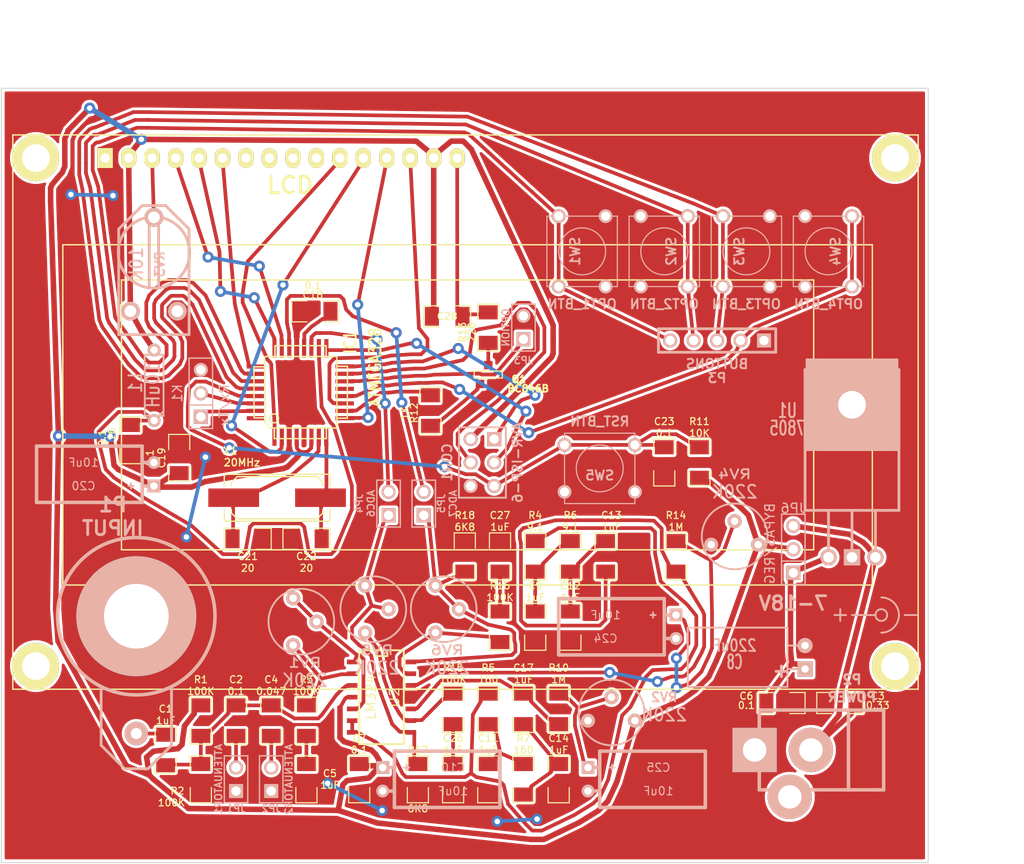
<source format=kicad_pcb>
(kicad_pcb (version 3) (host pcbnew "(2013-07-07 BZR 4022)-stable")
  (layers (15 F.Cu signal) (0 B.Cu signal hide) (18 B.Paste user) (19 F.Paste user) (20 B.SilkS user) (21 F.SilkS user) (22 B.Mask user) (23 F.Mask user) (28 Edge.Cuts user))
  (net 0 "")
  (net 1 +5V)
  (net 2 /BCK_LIT)
  (net 3 /BTN1)
  (net 4 /BTN2)
  (net 5 /BTN3)
  (net 6 /BTN4)
  (net 7 /MISO)
  (net 8 /MOSI)
  (net 9 /OPTION)
  (net 10 /RST)
  (net 11 /RX)
  (net 12 /SCK)
  (net 13 /TX)
  (net 14 GND)
  (net 15 N-000001)
  (net 16 N-0000010)
  (net 17 N-0000011)
  (net 18 N-0000012)
  (net 19 N-0000013)
  (net 20 N-0000014)
  (net 21 N-0000015)
  (net 22 N-0000016)
  (net 23 N-0000018)
  (net 24 N-0000019)
  (net 25 N-000002)
  (net 26 N-0000020)
  (net 27 N-0000023)
  (net 28 N-0000024)
  (net 29 N-0000025)
  (net 30 N-0000027)
  (net 31 N-0000028)
  (net 32 N-0000029)
  (net 33 N-000003)
  (net 34 N-0000030)
  (net 35 N-0000031)
  (net 36 N-0000032)
  (net 37 N-0000034)
  (net 38 N-000004)
  (net 39 N-0000040)
  (net 40 N-0000041)
  (net 41 N-0000042)
  (net 42 N-0000043)
  (net 43 N-0000044)
  (net 44 N-0000045)
  (net 45 N-0000046)
  (net 46 N-0000048)
  (net 47 N-0000049)
  (net 48 N-000005)
  (net 49 N-0000052)
  (net 50 N-0000053)
  (net 51 N-0000054)
  (net 52 N-000006)
  (net 53 N-0000060)
  (net 54 N-0000061)
  (net 55 N-000007)
  (module C1V5H (layer B.Cu) (at 146.685 107.823 90)
    (fp_text reference C24 (at -1.27 -7.62 360) (layer B.SilkS) (effects (font (size 0.889 0.889) (thickness 0.127)) (justify mirror)))
    (fp_text value 10uF (at 1.27 -7.62 360) (layer B.SilkS) (effects (font (size 0.889 0.889) (thickness 0.127)) (justify mirror)))
    (fp_text user + (at 1.27 -2.54 90) (layer B.SilkS) (effects (font (size 0.762 0.762) (thickness 0.2032)) (justify mirror)))
    (pad 1 thru_hole rect (at 1.27 0 90) (size 1.397 1.397) (drill 0.8128) (layers *.Cu *.Mask B.SilkS) (net 20 N-0000014))
    (pad 2 thru_hole circle (at -1.27 0 90) (size 1.397 1.397) (drill 0.8128) (layers *.Cu *.Mask B.SilkS) (net 14 GND))
  )
  (module LM78XX (layer B.Cu) (at 165.735 100.3021 90)
    (fp_text reference U1 (at 15.875 -6.985 360) (layer B.SilkS) (effects (font (size 1.524 1.016) (thickness 0.2032)) (justify mirror)))
    (fp_text value 7805 (at 13.97 -6.985 360) (layer B.SilkS) (effects (font (size 1.524 1.016) (thickness 0.2032)) (justify mirror)))
    (pad 4 thru_hole rect (at 16.51 0 90) (size 10 10) (drill 3) (layers *.Cu *.SilkS *.Mask))
    (pad VI thru_hole circle (at 0 2.54 90) (size 1.778 1.778) (drill 1.143) (layers *.Cu *.Mask B.SilkS) (net 43 N-0000044))
    (pad GND thru_hole rect (at 0 0 90) (size 1.778 1.778) (drill 1.143) (layers *.Cu *.Mask B.SilkS) (net 14 GND))
    (pad VO thru_hole circle (at 0 -2.54 90) (size 1.778 1.778) (drill 1.143) (layers *.Cu *.Mask B.SilkS) (net 39 N-0000040))
  )
  (module LCD_ALPHA (layer F.Cu) (at 74.899 54.582)
    (fp_text reference S1 hide)
    (fp_text value LCD (at 30.01 5.445) (layer F.SilkS) (effects (font (size 1.778 1.778) (thickness 0.3048))))
    (pad 1 thru_hole rect (at 10 2.5) (size 1.651 2.159) (drill 1) (layers *.Cu *.Mask F.SilkS) (net 14 GND))
    (pad 2 thru_hole oval (at 12.54 2.5) (size 1.651 2.159) (drill 1) (layers *.Cu *.Mask F.SilkS) (net 1 +5V))
    (pad 3 thru_hole oval (at 15.08 2.5) (size 1.651 2.159) (drill 1) (layers *.Cu *.Mask F.SilkS) (net 22 N-0000016))
    (pad 4 thru_hole oval (at 17.62 2.5) (size 1.651 2.159) (drill 1) (layers *.Cu *.Mask F.SilkS) (net 50 N-0000053))
    (pad 5 thru_hole oval (at 20.16 2.5) (size 1.651 2.159) (drill 1) (layers *.Cu *.Mask F.SilkS) (net 51 N-0000054))
    (pad 6 thru_hole oval (at 22.7 2.5) (size 1.651 2.159) (drill 1) (layers *.Cu *.Mask F.SilkS) (net 23 N-0000018))
    (pad 7 thru_hole oval (at 25.24 2.5) (size 1.651 2.159) (drill 1) (layers *.Cu *.Mask F.SilkS))
    (pad 8 thru_hole oval (at 27.78 2.5) (size 1.651 2.159) (drill 1) (layers *.Cu *.Mask F.SilkS))
    (pad 9 thru_hole oval (at 30.32 2.5) (size 1.651 2.159) (drill 1) (layers *.Cu *.Mask F.SilkS))
    (pad 10 thru_hole oval (at 32.86 2.5) (size 1.651 2.159) (drill 1) (layers *.Cu *.Mask F.SilkS))
    (pad 11 thru_hole oval (at 35.4 2.5) (size 1.651 2.159) (drill 1) (layers *.Cu *.Mask F.SilkS) (net 36 N-0000032))
    (pad 12 thru_hole oval (at 37.94 2.5) (size 1.651 2.159) (drill 1) (layers *.Cu *.Mask F.SilkS) (net 35 N-0000031))
    (pad 13 thru_hole oval (at 40.48 2.5) (size 1.651 2.159) (drill 1) (layers *.Cu *.Mask F.SilkS) (net 37 N-0000034))
    (pad 14 thru_hole oval (at 43.02 2.5) (size 1.651 2.159) (drill 1) (layers *.Cu *.Mask F.SilkS) (net 49 N-0000052))
    (pad "" thru_hole circle (at 2.5 2.5) (size 5 5) (drill 3) (layers *.Cu *.Mask F.SilkS))
    (pad "" thru_hole circle (at 95.5 2.5) (size 5 5) (drill 3) (layers *.Cu *.Mask F.SilkS))
    (pad "" thru_hole circle (at 2.5 57.5) (size 5 5) (drill 3) (layers *.Cu *.Mask F.SilkS))
    (pad "" thru_hole circle (at 95.5 57.5) (size 5 5) (drill 3) (layers *.Cu *.Mask F.SilkS))
    (pad 15 thru_hole oval (at 45.56 2.5) (size 1.651 2.159) (drill 1) (layers *.Cu *.Mask F.SilkS) (net 1 +5V))
    (pad 16 thru_hole oval (at 48.1 2.5) (size 1.651 2.159) (drill 1) (layers *.Cu *.Mask F.SilkS) (net 28 N-0000024))
  )
  (module bnc (layer B.Cu) (at 88.265 106.68 270)
    (fp_text reference P1 (at -12.065 2.54 360) (layer B.SilkS) (effects (font (size 1.524 1.524) (thickness 0.3048)) (justify mirror)))
    (fp_text value INPUT (at -9.525 2.54 360) (layer B.SilkS) (effects (font (size 1.524 1.524) (thickness 0.3048)) (justify mirror)))
    (pad 1 thru_hole circle (at 0 0 270) (size 13 13) (drill 7) (layers *.Cu *.Mask B.SilkS) (net 14 GND))
    (pad 2 thru_hole circle (at 12.7 0 270) (size 2.54 2.54) (drill 1.2) (layers *.Cu *.Mask B.SilkS) (net 17 N-0000011))
  )
  (module Q_49U3HMS (layer F.Cu) (at 103.505 93.853 180)
    (fp_text reference X1 (at 5.08 5.08 180) (layer F.SilkS) (effects (font (size 0.8 0.8))))
    (fp_text value 20MHz (at 3.81 3.81 180) (layer F.SilkS) (effects (font (size 0.8 0.8))))
    (pad 1 smd rect (at -4.699 0 180) (size 5.4991 1.99898) (layers F.Cu F.Paste F.Mask) (net 46 N-0000048))
    (pad 3 smd rect (at 4.699 0 180) (size 5.4991 1.99898) (layers F.Cu F.Paste F.Mask) (net 47 N-0000049))
  )
  (module TQFP32 (layer F.Cu) (at 106.045 82.423 90)
    (fp_text reference IC1 (at 5.388154 5.388154 90) (layer F.SilkS) (effects (font (size 1.27 1.016) (thickness 0.2032))))
    (fp_text value ATMEGA328 (at 2.694077 8.082231 90) (layer F.SilkS) (effects (font (size 1.27 1.016) (thickness 0.2032))))
    (pad 8 smd rect (at -4.81584 2.77622 90) (size 1.99898 0.44958) (layers F.Cu F.Paste F.Mask) (net 46 N-0000048))
    (pad 7 smd rect (at -4.81584 1.97612 90) (size 1.99898 0.44958) (layers F.Cu F.Paste F.Mask) (net 47 N-0000049))
    (pad 6 smd rect (at -4.81584 1.17602 90) (size 1.99898 0.44958) (layers F.Cu F.Paste F.Mask) (net 1 +5V))
    (pad 5 smd rect (at -4.81584 0.37592 90) (size 1.99898 0.44958) (layers F.Cu F.Paste F.Mask) (net 14 GND))
    (pad 4 smd rect (at -4.81584 -0.42418 90) (size 1.99898 0.44958) (layers F.Cu F.Paste F.Mask) (net 1 +5V))
    (pad 3 smd rect (at -4.81584 -1.22428 90) (size 1.99898 0.44958) (layers F.Cu F.Paste F.Mask) (net 14 GND))
    (pad 2 smd rect (at -4.81584 -2.02438 90) (size 1.99898 0.44958) (layers F.Cu F.Paste F.Mask) (net 35 N-0000031))
    (pad 1 smd rect (at -4.81584 -2.82448 90) (size 1.99898 0.44958) (layers F.Cu F.Paste F.Mask) (net 36 N-0000032))
    (pad 24 smd rect (at 4.7498 -2.8194 90) (size 1.99898 0.44958) (layers F.Cu F.Paste F.Mask) (net 51 N-0000054))
    (pad 17 smd rect (at 4.7498 2.794 90) (size 1.99898 0.44958) (layers F.Cu F.Paste F.Mask) (net 12 /SCK))
    (pad 18 smd rect (at 4.7498 1.9812 90) (size 1.99898 0.44958) (layers F.Cu F.Paste F.Mask) (net 26 N-0000020))
    (pad 19 smd rect (at 4.7498 1.1684 90) (size 1.99898 0.44958) (layers F.Cu F.Paste F.Mask) (net 18 N-0000012))
    (pad 20 smd rect (at 4.7498 0.381 90) (size 1.99898 0.44958) (layers F.Cu F.Paste F.Mask) (net 24 N-0000019))
    (pad 21 smd rect (at 4.7498 -0.4318 90) (size 1.99898 0.44958) (layers F.Cu F.Paste F.Mask) (net 14 GND))
    (pad 22 smd rect (at 4.7498 -1.2192 90) (size 1.99898 0.44958) (layers F.Cu F.Paste F.Mask) (net 19 N-0000013))
    (pad 23 smd rect (at 4.7498 -2.032 90) (size 1.99898 0.44958) (layers F.Cu F.Paste F.Mask) (net 50 N-0000053))
    (pad 32 smd rect (at -2.82448 -4.826 90) (size 0.44958 1.99898) (layers F.Cu F.Paste F.Mask))
    (pad 31 smd rect (at -2.02692 -4.826 90) (size 0.44958 1.99898) (layers F.Cu F.Paste F.Mask) (net 13 /TX))
    (pad 30 smd rect (at -1.22428 -4.826 90) (size 0.44958 1.99898) (layers F.Cu F.Paste F.Mask) (net 11 /RX))
    (pad 29 smd rect (at -0.42672 -4.826 90) (size 0.44958 1.99898) (layers F.Cu F.Paste F.Mask) (net 10 /RST))
    (pad 28 smd rect (at 0.37592 -4.826 90) (size 0.44958 1.99898) (layers F.Cu F.Paste F.Mask) (net 5 /BTN3))
    (pad 27 smd rect (at 1.17348 -4.826 90) (size 0.44958 1.99898) (layers F.Cu F.Paste F.Mask) (net 4 /BTN2))
    (pad 26 smd rect (at 1.97612 -4.826 90) (size 0.44958 1.99898) (layers F.Cu F.Paste F.Mask) (net 3 /BTN1))
    (pad 25 smd rect (at 2.77368 -4.826 90) (size 0.44958 1.99898) (layers F.Cu F.Paste F.Mask) (net 23 N-0000018))
    (pad 9 smd rect (at -2.8194 4.7752 90) (size 0.44958 1.99898) (layers F.Cu F.Paste F.Mask) (net 37 N-0000034))
    (pad 10 smd rect (at -2.032 4.7752 90) (size 0.44958 1.99898) (layers F.Cu F.Paste F.Mask) (net 2 /BCK_LIT))
    (pad 11 smd rect (at -1.2192 4.7752 90) (size 0.44958 1.99898) (layers F.Cu F.Paste F.Mask) (net 49 N-0000052))
    (pad 12 smd rect (at -0.4318 4.7752 90) (size 0.44958 1.99898) (layers F.Cu F.Paste F.Mask) (net 6 /BTN4))
    (pad 13 smd rect (at 0.3556 4.7752 90) (size 0.44958 1.99898) (layers F.Cu F.Paste F.Mask))
    (pad 14 smd rect (at 1.1684 4.7752 90) (size 0.44958 1.99898) (layers F.Cu F.Paste F.Mask) (net 9 /OPTION))
    (pad 15 smd rect (at 1.9812 4.7752 90) (size 0.44958 1.99898) (layers F.Cu F.Paste F.Mask) (net 8 /MOSI))
    (pad 16 smd rect (at 2.794 4.7752 90) (size 0.44958 1.99898) (layers F.Cu F.Paste F.Mask) (net 7 /MISO))
  )
  (module SW_PUSH_SMALL (layer B.Cu) (at 136.525 67.183 270)
    (fp_text reference SW1 (at 0 0.762 270) (layer B.SilkS) (effects (font (size 1.016 1.016) (thickness 0.2032)) (justify mirror)))
    (fp_text value OPT1_BTN (at 5.715 0 360) (layer B.SilkS) (effects (font (size 1.016 1.016) (thickness 0.2032)) (justify mirror)))
    (pad 1 thru_hole circle (at 3.81 2.54 270) (size 1.5 1.5) (drill 1) (layers *.Cu *.Mask B.SilkS) (net 3 /BTN1))
    (pad 2 thru_hole circle (at 3.81 -2.54 270) (size 1.5 1.5) (drill 1) (layers *.Cu *.Mask B.SilkS) (net 14 GND))
    (pad 1 thru_hole circle (at -3.81 2.54 270) (size 1.5 1.5) (drill 1) (layers *.Cu *.Mask B.SilkS) (net 3 /BTN1))
    (pad 2 thru_hole circle (at -3.81 -2.54 270) (size 1.5 1.5) (drill 1) (layers *.Cu *.Mask B.SilkS) (net 14 GND))
  )
  (module SW_PUSH_SMALL (layer B.Cu) (at 163.195 67.183 90)
    (fp_text reference SW4 (at 0 0.762 90) (layer B.SilkS) (effects (font (size 1.016 1.016) (thickness 0.2032)) (justify mirror)))
    (fp_text value OPT4_BTN (at -5.715 0 180) (layer B.SilkS) (effects (font (size 1.016 1.016) (thickness 0.2032)) (justify mirror)))
    (pad 1 thru_hole circle (at 3.81 2.54 90) (size 1.5 1.5) (drill 1) (layers *.Cu *.Mask B.SilkS) (net 6 /BTN4))
    (pad 2 thru_hole circle (at 3.81 -2.54 90) (size 1.5 1.5) (drill 1) (layers *.Cu *.Mask B.SilkS) (net 14 GND))
    (pad 1 thru_hole circle (at -3.81 2.54 90) (size 1.5 1.5) (drill 1) (layers *.Cu *.Mask B.SilkS) (net 6 /BTN4))
    (pad 2 thru_hole circle (at -3.81 -2.54 90) (size 1.5 1.5) (drill 1) (layers *.Cu *.Mask B.SilkS) (net 14 GND))
  )
  (module SW_PUSH_SMALL (layer B.Cu) (at 154.305 67.183 270)
    (fp_text reference SW3 (at 0 0.762 270) (layer B.SilkS) (effects (font (size 1.016 1.016) (thickness 0.2032)) (justify mirror)))
    (fp_text value OPT3_BTN (at 5.715 0 360) (layer B.SilkS) (effects (font (size 1.016 1.016) (thickness 0.2032)) (justify mirror)))
    (pad 1 thru_hole circle (at 3.81 2.54 270) (size 1.5 1.5) (drill 1) (layers *.Cu *.Mask B.SilkS) (net 5 /BTN3))
    (pad 2 thru_hole circle (at 3.81 -2.54 270) (size 1.5 1.5) (drill 1) (layers *.Cu *.Mask B.SilkS) (net 14 GND))
    (pad 1 thru_hole circle (at -3.81 2.54 270) (size 1.5 1.5) (drill 1) (layers *.Cu *.Mask B.SilkS) (net 5 /BTN3))
    (pad 2 thru_hole circle (at -3.81 -2.54 270) (size 1.5 1.5) (drill 1) (layers *.Cu *.Mask B.SilkS) (net 14 GND))
  )
  (module SW_PUSH_SMALL (layer B.Cu) (at 145.415 67.183 90)
    (fp_text reference SW2 (at 0 0.762 90) (layer B.SilkS) (effects (font (size 1.016 1.016) (thickness 0.2032)) (justify mirror)))
    (fp_text value OPT2_BTN (at -5.715 0 180) (layer B.SilkS) (effects (font (size 1.016 1.016) (thickness 0.2032)) (justify mirror)))
    (pad 1 thru_hole circle (at 3.81 2.54 90) (size 1.5 1.5) (drill 1) (layers *.Cu *.Mask B.SilkS) (net 4 /BTN2))
    (pad 2 thru_hole circle (at 3.81 -2.54 90) (size 1.5 1.5) (drill 1) (layers *.Cu *.Mask B.SilkS) (net 14 GND))
    (pad 1 thru_hole circle (at -3.81 2.54 90) (size 1.5 1.5) (drill 1) (layers *.Cu *.Mask B.SilkS) (net 4 /BTN2))
    (pad 2 thru_hole circle (at -3.81 -2.54 90) (size 1.5 1.5) (drill 1) (layers *.Cu *.Mask B.SilkS) (net 14 GND))
  )
  (module SOT23EBC (layer F.Cu) (at 126.365 80.518 180)
    (fp_text reference Q1 (at -3.302 -0.508 180) (layer F.SilkS) (effects (font (size 0.762 0.762) (thickness 0.2032))))
    (fp_text value BC846B (at -4.318 -1.524 180) (layer F.SilkS) (effects (font (size 0.762 0.762) (thickness 0.1905))))
    (pad 1 smd rect (at -0.889 -1.016 180) (size 0.9144 0.9144) (layers F.Cu F.Paste F.Mask) (net 14 GND))
    (pad 2 smd rect (at 0.889 -1.016 180) (size 0.9144 0.9144) (layers F.Cu F.Paste F.Mask) (net 29 N-0000025))
    (pad 3 smd rect (at 0 1.016 180) (size 0.9144 0.9144) (layers F.Cu F.Paste F.Mask) (net 27 N-0000023))
  )
  (module SM1206 (layer F.Cu) (at 164.465 116.078 180)
    (fp_text reference C3 (at -4.064 0.762 180) (layer F.SilkS) (effects (font (size 0.762 0.762) (thickness 0.127))))
    (fp_text value 0.33 (at -4.064 -0.254 180) (layer F.SilkS) (effects (font (size 0.762 0.762) (thickness 0.127))))
    (pad 1 smd rect (at -1.651 0 180) (size 1.524 2.032) (layers F.Cu F.Paste F.Mask) (net 43 N-0000044))
    (pad 2 smd rect (at 1.651 0 180) (size 1.524 2.032) (layers F.Cu F.Paste F.Mask) (net 14 GND))
  )
  (module SM1206 (layer F.Cu) (at 99.06 117.983 270)
    (fp_text reference C2 (at -4.445 0 360) (layer F.SilkS) (effects (font (size 0.762 0.762) (thickness 0.127))))
    (fp_text value 0.1 (at -3.175 0 360) (layer F.SilkS) (effects (font (size 0.762 0.762) (thickness 0.127))))
    (pad 1 smd rect (at -1.651 0 270) (size 1.524 2.032) (layers F.Cu F.Paste F.Mask) (net 54 N-0000061))
    (pad 2 smd rect (at 1.651 0 270) (size 1.524 2.032) (layers F.Cu F.Paste F.Mask) (net 52 N-000006))
  )
  (module SM1206 (layer F.Cu) (at 130.175 124.333 270)
    (fp_text reference R7 (at -4.445 0 360) (layer F.SilkS) (effects (font (size 0.762 0.762) (thickness 0.127))))
    (fp_text value 160 (at -3.175 0 360) (layer F.SilkS) (effects (font (size 0.762 0.762) (thickness 0.127))))
    (pad 1 smd rect (at -1.651 0 270) (size 1.524 2.032) (layers F.Cu F.Paste F.Mask) (net 15 N-000001))
    (pad 2 smd rect (at 1.651 0 270) (size 1.524 2.032) (layers F.Cu F.Paste F.Mask) (net 25 N-000002))
  )
  (module SM1206 (layer F.Cu) (at 131.445 107.823 270)
    (fp_text reference C9 (at -4.445 0 360) (layer F.SilkS) (effects (font (size 0.762 0.762) (thickness 0.127))))
    (fp_text value 1uF (at -3.175 0 360) (layer F.SilkS) (effects (font (size 0.762 0.762) (thickness 0.127))))
    (pad 1 smd rect (at -1.651 0 270) (size 1.524 2.032) (layers F.Cu F.Paste F.Mask) (net 55 N-000007))
    (pad 2 smd rect (at 1.651 0 270) (size 1.524 2.032) (layers F.Cu F.Paste F.Mask) (net 14 GND))
  )
  (module SM1206 (layer F.Cu) (at 135.255 100.203 270)
    (fp_text reference R6 (at -4.445 0 360) (layer F.SilkS) (effects (font (size 0.762 0.762) (thickness 0.127))))
    (fp_text value 9.1 (at -3.175 0 360) (layer F.SilkS) (effects (font (size 0.762 0.762) (thickness 0.127))))
    (pad 1 smd rect (at -1.651 0 270) (size 1.524 2.032) (layers F.Cu F.Paste F.Mask) (net 55 N-000007))
    (pad 2 smd rect (at 1.651 0 270) (size 1.524 2.032) (layers F.Cu F.Paste F.Mask) (net 33 N-000003))
  )
  (module SM1206 (layer F.Cu) (at 158.115 116.078)
    (fp_text reference C6 (at -3.81 -0.762) (layer F.SilkS) (effects (font (size 0.762 0.762) (thickness 0.127))))
    (fp_text value 0.1 (at -3.81 0.254) (layer F.SilkS) (effects (font (size 0.762 0.762) (thickness 0.127))))
    (pad 1 smd rect (at -1.651 0) (size 1.524 2.032) (layers F.Cu F.Paste F.Mask) (net 39 N-0000040))
    (pad 2 smd rect (at 1.651 0) (size 1.524 2.032) (layers F.Cu F.Paste F.Mask) (net 14 GND))
  )
  (module SM1206 (layer F.Cu) (at 95.25 124.333 270)
    (fp_text reference R2 (at 1.27 2.54 360) (layer F.SilkS) (effects (font (size 0.762 0.762) (thickness 0.127))))
    (fp_text value 100K (at 2.54 3.175 360) (layer F.SilkS) (effects (font (size 0.762 0.762) (thickness 0.127))))
    (pad 1 smd rect (at -1.651 0 270) (size 1.524 2.032) (layers F.Cu F.Paste F.Mask) (net 54 N-0000061))
    (pad 2 smd rect (at 1.651 0 270) (size 1.524 2.032) (layers F.Cu F.Paste F.Mask) (net 14 GND))
  )
  (module SM1206 (layer F.Cu) (at 112.395 124.333 270)
    (fp_text reference C7 (at -4.445 0 360) (layer F.SilkS) (effects (font (size 0.762 0.762) (thickness 0.127))))
    (fp_text value 0.1 (at -3.175 0 360) (layer F.SilkS) (effects (font (size 0.762 0.762) (thickness 0.127))))
    (pad 1 smd rect (at -1.651 0 270) (size 1.524 2.032) (layers F.Cu F.Paste F.Mask) (net 1 +5V))
    (pad 2 smd rect (at 1.651 0 270) (size 1.524 2.032) (layers F.Cu F.Paste F.Mask) (net 14 GND))
  )
  (module SM1206 (layer F.Cu) (at 126.365 116.713 270)
    (fp_text reference R5 (at -4.445 0 360) (layer F.SilkS) (effects (font (size 0.762 0.762) (thickness 0.127))))
    (fp_text value 160 (at -3.175 0 360) (layer F.SilkS) (effects (font (size 0.762 0.762) (thickness 0.127))))
    (pad 1 smd rect (at -1.651 0 270) (size 1.524 2.032) (layers F.Cu F.Paste F.Mask) (net 30 N-0000027))
    (pad 2 smd rect (at 1.651 0 270) (size 1.524 2.032) (layers F.Cu F.Paste F.Mask) (net 15 N-000001))
  )
  (module SM1206 (layer F.Cu) (at 131.445 100.203 90)
    (fp_text reference R4 (at 4.445 0 180) (layer F.SilkS) (effects (font (size 0.762 0.762) (thickness 0.127))))
    (fp_text value 9.1 (at 3.175 0 180) (layer F.SilkS) (effects (font (size 0.762 0.762) (thickness 0.127))))
    (pad 1 smd rect (at -1.651 0 90) (size 1.524 2.032) (layers F.Cu F.Paste F.Mask) (net 55 N-000007))
    (pad 2 smd rect (at 1.651 0 90) (size 1.524 2.032) (layers F.Cu F.Paste F.Mask) (net 30 N-0000027))
  )
  (module SM1206 (layer F.Cu) (at 91.44 121.158 270)
    (fp_text reference C1 (at -4.445 0 360) (layer F.SilkS) (effects (font (size 0.762 0.762) (thickness 0.127))))
    (fp_text value 1uF (at -3.175 0 360) (layer F.SilkS) (effects (font (size 0.762 0.762) (thickness 0.127))))
    (pad 1 smd rect (at -1.651 0 270) (size 1.524 2.032) (layers F.Cu F.Paste F.Mask) (net 17 N-0000011))
    (pad 2 smd rect (at 1.651 0 270) (size 1.524 2.032) (layers F.Cu F.Paste F.Mask) (net 54 N-0000061))
  )
  (module SM1206 (layer F.Cu) (at 106.68 117.983 90)
    (fp_text reference R3 (at 4.445 0 180) (layer F.SilkS) (effects (font (size 0.762 0.762) (thickness 0.127))))
    (fp_text value 100K (at 3.175 0 180) (layer F.SilkS) (effects (font (size 0.762 0.762) (thickness 0.127))))
    (pad 1 smd rect (at -1.651 0 90) (size 1.524 2.032) (layers F.Cu F.Paste F.Mask) (net 38 N-000004))
    (pad 2 smd rect (at 1.651 0 90) (size 1.524 2.032) (layers F.Cu F.Paste F.Mask) (net 21 N-0000015))
  )
  (module pin_array_3x2 (layer B.Cu) (at 125.73 90.043 270)
    (fp_text reference CON1 (at 0 3.81 270) (layer B.SilkS) (effects (font (size 1.016 1.016) (thickness 0.2032)) (justify mirror)))
    (fp_text value AVR-ISP-6 (at 0 -3.81 270) (layer B.SilkS) (effects (font (size 1.016 1.016) (thickness 0.2032)) (justify mirror)))
    (pad 1 thru_hole rect (at -2.54 -1.27 270) (size 1.524 1.524) (drill 1.016) (layers *.Cu *.Mask B.SilkS) (net 7 /MISO))
    (pad 2 thru_hole circle (at -2.54 1.27 270) (size 1.524 1.524) (drill 1.016) (layers *.Cu *.Mask B.SilkS) (net 1 +5V))
    (pad 3 thru_hole circle (at 0 -1.27 270) (size 1.524 1.524) (drill 1.016) (layers *.Cu *.Mask B.SilkS) (net 12 /SCK))
    (pad 4 thru_hole circle (at 0 1.27 270) (size 1.524 1.524) (drill 1.016) (layers *.Cu *.Mask B.SilkS) (net 8 /MOSI))
    (pad 5 thru_hole circle (at 2.54 -1.27 270) (size 1.524 1.524) (drill 1.016) (layers *.Cu *.Mask B.SilkS) (net 10 /RST))
    (pad 6 thru_hole circle (at 2.54 1.27 270) (size 1.524 1.524) (drill 1.016) (layers *.Cu *.Mask B.SilkS) (net 14 GND))
  )
  (module JACK_ALIM (layer B.Cu) (at 161.29 121.158 180)
    (fp_text reference P2 (at -4.445 7.62 180) (layer B.SilkS) (effects (font (size 1.016 1.016) (thickness 0.254)) (justify mirror)))
    (fp_text value POWER (at -4.445 5.715 180) (layer B.SilkS) (effects (font (size 1.016 1.016) (thickness 0.254)) (justify mirror)))
    (pad 2 thru_hole circle (at 0 0 180) (size 4.8006 4.8006) (drill 2.54) (layers *.Cu *.Mask B.SilkS) (net 43 N-0000044))
    (pad 1 thru_hole rect (at 6.096 0 180) (size 4.8006 4.8006) (drill 2.54) (layers *.Cu *.Mask B.SilkS) (net 14 GND))
    (pad 3 thru_hole circle (at 2.286 -5.08 180) (size 4.8006 4.8006) (drill 2.54) (layers *.Cu *.Mask B.SilkS))
  )
  (module SW_PUSH_SMALL (layer B.Cu) (at 138.43 90.678)
    (fp_text reference SW5 (at 0 0.762) (layer B.SilkS) (effects (font (size 1.016 1.016) (thickness 0.2032)) (justify mirror)))
    (fp_text value RST_BTN (at 0 -5.08) (layer B.SilkS) (effects (font (size 1.016 1.016) (thickness 0.2032)) (justify mirror)))
    (pad 1 thru_hole circle (at 3.81 2.54) (size 1.5 1.5) (drill 1) (layers *.Cu *.Mask B.SilkS) (net 14 GND))
    (pad 2 thru_hole circle (at 3.81 -2.54) (size 1.5 1.5) (drill 1) (layers *.Cu *.Mask B.SilkS) (net 10 /RST))
    (pad 1 thru_hole circle (at -3.81 2.54) (size 1.5 1.5) (drill 1) (layers *.Cu *.Mask B.SilkS) (net 14 GND))
    (pad 2 thru_hole circle (at -3.81 -2.54) (size 1.5 1.5) (drill 1) (layers *.Cu *.Mask B.SilkS) (net 10 /RST))
  )
  (module SM1206 (layer F.Cu) (at 135.255 107.823 270)
    (fp_text reference C12 (at -4.445 0 360) (layer F.SilkS) (effects (font (size 0.762 0.762) (thickness 0.125))))
    (fp_text value 1uF (at -3.175 0 360) (layer F.SilkS) (effects (font (size 0.762 0.762) (thickness 0.127))))
    (pad 1 smd rect (at -1.651 0 270) (size 1.524 2.032) (layers F.Cu F.Paste F.Mask) (net 33 N-000003))
    (pad 2 smd rect (at 1.651 0 270) (size 1.524 2.032) (layers F.Cu F.Paste F.Mask) (net 14 GND))
  )
  (module SM1206 (layer F.Cu) (at 149.225 90.043 90)
    (fp_text reference R11 (at 4.445 0 180) (layer F.SilkS) (effects (font (size 0.762 0.762) (thickness 0.127))))
    (fp_text value 10K (at 3.175 0 180) (layer F.SilkS) (effects (font (size 0.762 0.762) (thickness 0.127))))
    (pad 1 smd rect (at -1.651 0 90) (size 1.524 2.032) (layers F.Cu F.Paste F.Mask) (net 1 +5V))
    (pad 2 smd rect (at 1.651 0 90) (size 1.524 2.032) (layers F.Cu F.Paste F.Mask) (net 10 /RST))
  )
  (module SM1206 (layer F.Cu) (at 100.33 98.298)
    (fp_text reference C21 (at 0 1.905) (layer F.SilkS) (effects (font (size 0.762 0.762) (thickness 0.127))))
    (fp_text value 20 (at 0 3.175) (layer F.SilkS) (effects (font (size 0.762 0.762) (thickness 0.127))))
    (pad 1 smd rect (at -1.651 0) (size 1.524 2.032) (layers F.Cu F.Paste F.Mask) (net 47 N-0000049))
    (pad 2 smd rect (at 1.651 0) (size 1.524 2.032) (layers F.Cu F.Paste F.Mask) (net 14 GND))
  )
  (module SM1206 (layer F.Cu) (at 92.9099 89.5408 90)
    (fp_text reference C19 (at 0 -1.905 90) (layer F.SilkS) (effects (font (size 0.762 0.762) (thickness 0.127))))
    (fp_text value 0.1 (at 0 -3.175 90) (layer F.SilkS) (effects (font (size 0.762 0.762) (thickness 0.127))))
    (pad 1 smd rect (at -1.651 0 90) (size 1.524 2.032) (layers F.Cu F.Paste F.Mask) (net 1 +5V))
    (pad 2 smd rect (at 1.651 0 90) (size 1.524 2.032) (layers F.Cu F.Paste F.Mask) (net 14 GND))
  )
  (module SM1206 (layer F.Cu) (at 106.68 98.298 180)
    (fp_text reference C22 (at 0 -1.905 180) (layer F.SilkS) (effects (font (size 0.762 0.762) (thickness 0.127))))
    (fp_text value 20 (at 0 -3.175 180) (layer F.SilkS) (effects (font (size 0.762 0.762) (thickness 0.127))))
    (pad 1 smd rect (at -1.651 0 180) (size 1.524 2.032) (layers F.Cu F.Paste F.Mask) (net 46 N-0000048))
    (pad 2 smd rect (at 1.651 0 180) (size 1.524 2.032) (layers F.Cu F.Paste F.Mask) (net 14 GND))
  )
  (module SM1206 (layer F.Cu) (at 133.985 116.713 90)
    (fp_text reference R10 (at 4.445 0 180) (layer F.SilkS) (effects (font (size 0.762 0.762) (thickness 0.127))))
    (fp_text value 1M (at 3.175 0 180) (layer F.SilkS) (effects (font (size 0.762 0.762) (thickness 0.127))))
    (pad 1 smd rect (at -1.651 0 90) (size 1.524 2.032) (layers F.Cu F.Paste F.Mask) (net 31 N-0000028))
    (pad 2 smd rect (at 1.651 0 90) (size 1.524 2.032) (layers F.Cu F.Paste F.Mask) (net 45 N-0000046))
  )
  (module SM1206 (layer F.Cu) (at 107.6298 73.6751 180)
    (fp_text reference C18 (at 0.254 1.778 180) (layer F.SilkS) (effects (font (size 0.762 0.762) (thickness 0.127))))
    (fp_text value 0.1 (at 0.254 2.794 180) (layer F.SilkS) (effects (font (size 0.762 0.762) (thickness 0.127))))
    (pad 1 smd rect (at -1.651 0 180) (size 1.524 2.032) (layers F.Cu F.Paste F.Mask) (net 24 N-0000019))
    (pad 2 smd rect (at 1.651 0 180) (size 1.524 2.032) (layers F.Cu F.Paste F.Mask) (net 14 GND))
  )
  (module SM1206 (layer F.Cu) (at 126.365 124.333 270)
    (fp_text reference C11 (at -4.445 0 360) (layer F.SilkS) (effects (font (size 0.762 0.762) (thickness 0.127))))
    (fp_text value 1uF (at -3.175 0 360) (layer F.SilkS) (effects (font (size 0.762 0.762) (thickness 0.127))))
    (pad 1 smd rect (at -1.651 0 270) (size 1.524 2.032) (layers F.Cu F.Paste F.Mask) (net 15 N-000001))
    (pad 2 smd rect (at 1.651 0 270) (size 1.524 2.032) (layers F.Cu F.Paste F.Mask) (net 14 GND))
  )
  (module SM1206 (layer F.Cu) (at 133.985 124.333 270)
    (fp_text reference C14 (at -4.445 0 360) (layer F.SilkS) (effects (font (size 0.762 0.762) (thickness 0.127))))
    (fp_text value 1uF (at -3.175 0 360) (layer F.SilkS) (effects (font (size 0.762 0.762) (thickness 0.127))))
    (pad 1 smd rect (at -1.651 0 270) (size 1.524 2.032) (layers F.Cu F.Paste F.Mask) (net 25 N-000002))
    (pad 2 smd rect (at 1.651 0 270) (size 1.524 2.032) (layers F.Cu F.Paste F.Mask) (net 14 GND))
  )
  (module SM1206 (layer F.Cu) (at 87.63 87.63 270)
    (fp_text reference C16 (at -0.254 2.032 270) (layer F.SilkS) (effects (font (size 0.762 0.762) (thickness 0.127))))
    (fp_text value 0.1 (at -0.254 3.048 270) (layer F.SilkS) (effects (font (size 0.762 0.762) (thickness 0.127))))
    (pad 1 smd rect (at -1.651 0 270) (size 1.524 2.032) (layers F.Cu F.Paste F.Mask) (net 26 N-0000020))
    (pad 2 smd rect (at 1.651 0 270) (size 1.524 2.032) (layers F.Cu F.Paste F.Mask) (net 14 GND))
  )
  (module SM1206 (layer F.Cu) (at 139.065 100.203 270)
    (fp_text reference C13 (at -4.445 -0.635 360) (layer F.SilkS) (effects (font (size 0.762 0.762) (thickness 0.127))))
    (fp_text value 1uF (at -3.175 -0.635 360) (layer F.SilkS) (effects (font (size 0.762 0.762) (thickness 0.127))))
    (pad 1 smd rect (at -1.651 0 270) (size 1.524 2.032) (layers F.Cu F.Paste F.Mask) (net 33 N-000003))
    (pad 2 smd rect (at 1.651 0 270) (size 1.524 2.032) (layers F.Cu F.Paste F.Mask) (net 42 N-0000043))
  )
  (module PIN_ARRAY_2X1 (layer B.Cu) (at 99.06 124.333 90)
    (fp_text reference JP1 (at -3.175 0 180) (layer B.SilkS) (effects (font (size 0.762 0.762) (thickness 0.1524)) (justify mirror)))
    (fp_text value ATTENUATOR1 (at 0 -1.905 90) (layer B.SilkS) (effects (font (size 0.762 0.762) (thickness 0.1524)) (justify mirror)))
    (pad 1 thru_hole rect (at -1.27 0 90) (size 1.524 1.524) (drill 1.016) (layers *.Cu *.Mask B.SilkS) (net 14 GND))
    (pad 2 thru_hole circle (at 1.27 0 90) (size 1.524 1.524) (drill 1.016) (layers *.Cu *.Mask B.SilkS) (net 52 N-000006))
  )
  (module SM1206 (layer F.Cu) (at 145.415 90.043 270)
    (fp_text reference C23 (at -4.445 0 360) (layer F.SilkS) (effects (font (size 0.762 0.762) (thickness 0.127))))
    (fp_text value 0.1 (at -3.175 0 360) (layer F.SilkS) (effects (font (size 0.762 0.762) (thickness 0.127))))
    (pad 1 smd rect (at -1.651 0 270) (size 1.524 2.032) (layers F.Cu F.Paste F.Mask) (net 10 /RST))
    (pad 2 smd rect (at 1.651 0 270) (size 1.524 2.032) (layers F.Cu F.Paste F.Mask) (net 14 GND))
  )
  (module SM1206 (layer F.Cu) (at 126.365 75.438 270)
    (fp_text reference R13 (at 0.508 2.794 270) (layer F.SilkS) (effects (font (size 0.762 0.762) (thickness 0.127))))
    (fp_text value 220 (at 0.508 1.778 270) (layer F.SilkS) (effects (font (size 0.762 0.762) (thickness 0.127))))
    (pad 1 smd rect (at -1.651 0 270) (size 1.524 2.032) (layers F.Cu F.Paste F.Mask) (net 28 N-0000024))
    (pad 2 smd rect (at 1.651 0 270) (size 1.524 2.032) (layers F.Cu F.Paste F.Mask) (net 27 N-0000023))
  )
  (module SM1206 (layer F.Cu) (at 120.106 84.4164 270)
    (fp_text reference R12 (at 0.254 1.778 270) (layer F.SilkS) (effects (font (size 0.762 0.762) (thickness 0.127))))
    (fp_text value 1K (at 0.254 2.794 270) (layer F.SilkS) (effects (font (size 0.762 0.762) (thickness 0.127))))
    (pad 1 smd rect (at -1.651 0 270) (size 1.524 2.032) (layers F.Cu F.Paste F.Mask) (net 2 /BCK_LIT))
    (pad 2 smd rect (at 1.651 0 270) (size 1.524 2.032) (layers F.Cu F.Paste F.Mask) (net 29 N-0000025))
  )
  (module PIN_ARRAY_2X1 (layer B.Cu) (at 102.87 124.333 90)
    (fp_text reference JP2 (at -3.175 0 180) (layer B.SilkS) (effects (font (size 0.762 0.762) (thickness 0.1524)) (justify mirror)))
    (fp_text value ATTENUATOR2 (at 0 1.905 90) (layer B.SilkS) (effects (font (size 0.762 0.762) (thickness 0.1524)) (justify mirror)))
    (pad 1 thru_hole rect (at -1.27 0 90) (size 1.524 1.524) (drill 1.016) (layers *.Cu *.Mask B.SilkS) (net 14 GND))
    (pad 2 thru_hole circle (at 1.27 0 90) (size 1.524 1.524) (drill 1.016) (layers *.Cu *.Mask B.SilkS) (net 48 N-000005))
  )
  (module SM1206 (layer F.Cu) (at 106.68 124.333 270)
    (fp_text reference C5 (at -0.635 -2.54 360) (layer F.SilkS) (effects (font (size 0.762 0.762) (thickness 0.127))))
    (fp_text value 1uF (at 0.635 -2.54 360) (layer F.SilkS) (effects (font (size 0.762 0.762) (thickness 0.127))))
    (pad 1 smd rect (at -1.651 0 270) (size 1.524 2.032) (layers F.Cu F.Paste F.Mask) (net 38 N-000004))
    (pad 2 smd rect (at 1.651 0 270) (size 1.524 2.032) (layers F.Cu F.Paste F.Mask) (net 14 GND))
  )
  (module SM1206 (layer F.Cu) (at 95.25 117.983 270)
    (fp_text reference R1 (at -4.445 0 360) (layer F.SilkS) (effects (font (size 0.762 0.762) (thickness 0.127))))
    (fp_text value 100K (at -3.175 0 360) (layer F.SilkS) (effects (font (size 0.762 0.762) (thickness 0.127))))
    (pad 1 smd rect (at -1.651 0 270) (size 1.524 2.032) (layers F.Cu F.Paste F.Mask) (net 1 +5V))
    (pad 2 smd rect (at 1.651 0 270) (size 1.524 2.032) (layers F.Cu F.Paste F.Mask) (net 54 N-0000061))
  )
  (module PIN_ARRAY_5x1 (layer B.Cu) (at 151.13 76.835 180)
    (fp_text reference P3 (at 0 -4.064 180) (layer B.SilkS) (effects (font (size 1.016 1.016) (thickness 0.2032)) (justify mirror)))
    (fp_text value BUTTONS (at 0 -2.54 180) (layer B.SilkS) (effects (font (size 1.016 1.016) (thickness 0.2032)) (justify mirror)))
    (pad 1 thru_hole rect (at -5.08 0 180) (size 1.524 1.524) (drill 1.016) (layers *.Cu *.Mask B.SilkS) (net 14 GND))
    (pad 2 thru_hole circle (at -2.54 0 180) (size 1.524 1.524) (drill 1.016) (layers *.Cu *.Mask B.SilkS) (net 6 /BTN4))
    (pad 3 thru_hole circle (at 0 0 180) (size 1.524 1.524) (drill 1.016) (layers *.Cu *.Mask B.SilkS) (net 5 /BTN3))
    (pad 4 thru_hole circle (at 2.54 0 180) (size 1.524 1.524) (drill 1.016) (layers *.Cu *.Mask B.SilkS) (net 4 /BTN2))
    (pad 5 thru_hole circle (at 5.08 0 180) (size 1.524 1.524) (drill 1.016) (layers *.Cu *.Mask B.SilkS) (net 3 /BTN1))
  )
  (module PIN_ARRAY_2X1 (layer B.Cu) (at 130.175 75.438 90)
    (fp_text reference JP3 (at -3.556 0 180) (layer B.SilkS) (effects (font (size 0.762 0.762) (thickness 0.1524)) (justify mirror)))
    (fp_text value OPTION (at 0 -1.905 90) (layer B.SilkS) (effects (font (size 0.762 0.762) (thickness 0.1524)) (justify mirror)))
    (pad 1 thru_hole rect (at -1.27 0 90) (size 1.524 1.524) (drill 1.016) (layers *.Cu *.Mask B.SilkS) (net 9 /OPTION))
    (pad 2 thru_hole circle (at 1.27 0 90) (size 1.524 1.524) (drill 1.016) (layers *.Cu *.Mask B.SilkS) (net 14 GND))
  )
  (module C1V7H (layer B.Cu) (at 160.655 111.125 90)
    (fp_text reference C8 (at -0.508 -7.62 360) (layer B.SilkS) (effects (font (size 1.524 0.8636) (thickness 0.2032)) (justify mirror)))
    (fp_text value 220uF (at 1.27 -7.62 360) (layer B.SilkS) (effects (font (size 1.27 1.016) (thickness 0.2032)) (justify mirror)))
    (fp_text user + (at -1.524 -2.667 90) (layer B.SilkS) (effects (font (size 1.524 1.524) (thickness 0.3048)) (justify mirror)))
    (pad 1 thru_hole rect (at -1.27 0 90) (size 1.651 1.651) (drill 0.8128) (layers *.Cu *.Mask B.SilkS) (net 39 N-0000040))
    (pad 2 thru_hole circle (at 1.27 0 90) (size 1.651 1.651) (drill 0.8128) (layers *.Cu *.Mask B.SilkS) (net 14 GND))
  )
  (module C1V5H (layer B.Cu) (at 114.935 124.333 270)
    (fp_text reference C10 (at -1.27 -7.62 540) (layer B.SilkS) (effects (font (size 0.889 0.889) (thickness 0.127)) (justify mirror)))
    (fp_text value 10uF (at 1.27 -7.62 540) (layer B.SilkS) (effects (font (size 0.889 0.889) (thickness 0.127)) (justify mirror)))
    (fp_text user + (at -1.27 -2.54 270) (layer B.SilkS) (effects (font (size 0.762 0.762) (thickness 0.2032)) (justify mirror)))
    (pad 1 thru_hole rect (at -1.27 0 270) (size 1.397 1.397) (drill 0.8128) (layers *.Cu *.Mask B.SilkS) (net 1 +5V))
    (pad 2 thru_hole circle (at 1.27 0 270) (size 1.397 1.397) (drill 0.8128) (layers *.Cu *.Mask B.SilkS) (net 14 GND))
  )
  (module C1V5H (layer B.Cu) (at 90.17 91.313 90)
    (fp_text reference C20 (at -1.27 -7.62 360) (layer B.SilkS) (effects (font (size 0.889 0.889) (thickness 0.127)) (justify mirror)))
    (fp_text value 10uF (at 1.27 -7.62 360) (layer B.SilkS) (effects (font (size 0.889 0.889) (thickness 0.127)) (justify mirror)))
    (fp_text user + (at -1.27 -2.54 90) (layer B.SilkS) (effects (font (size 0.762 0.762) (thickness 0.2032)) (justify mirror)))
    (pad 1 thru_hole rect (at -1.27 0 90) (size 1.397 1.397) (drill 0.8128) (layers *.Cu *.Mask B.SilkS) (net 1 +5V))
    (pad 2 thru_hole circle (at 1.27 0 90) (size 1.397 1.397) (drill 0.8128) (layers *.Cu *.Mask B.SilkS) (net 14 GND))
  )
  (module R3 (layer B.Cu) (at 90.1981 81.6848 90)
    (fp_text reference L1 (at 0.254 -2.032 90) (layer B.SilkS) (effects (font (size 1.397 1.27) (thickness 0.2032)) (justify mirror)))
    (fp_text value 10uH (at 0 -0.127 90) (layer B.SilkS) (effects (font (size 1.397 1.27) (thickness 0.2032)) (justify mirror)))
    (pad 1 thru_hole circle (at -3.81 0 90) (size 1.397 1.397) (drill 0.8128) (layers *.Cu *.Mask B.SilkS) (net 26 N-0000020))
    (pad 2 thru_hole circle (at 3.81 0 90) (size 1.397 1.397) (drill 0.8128) (layers *.Cu *.Mask B.SilkS) (net 1 +5V))
  )
  (module SM1206 (layer F.Cu) (at 102.87 117.983 270)
    (fp_text reference C4 (at -4.445 0 360) (layer F.SilkS) (effects (font (size 0.762 0.762) (thickness 0.127))))
    (fp_text value 0.047 (at -3.175 0 360) (layer F.SilkS) (effects (font (size 0.762 0.762) (thickness 0.127))))
    (pad 1 smd rect (at -1.651 0 270) (size 1.524 2.032) (layers F.Cu F.Paste F.Mask) (net 54 N-0000061))
    (pad 2 smd rect (at 1.651 0 270) (size 1.524 2.032) (layers F.Cu F.Paste F.Mask) (net 48 N-000005))
  )
  (module RV2 (layer B.Cu) (at 139.7 116.713 180)
    (fp_text reference RV2 (at -5.715 1.27 180) (layer B.SilkS) (effects (font (thickness 0.2032)) (justify mirror)))
    (fp_text value 220K (at -5.715 -0.635 180) (layer B.SilkS) (effects (font (size 1.397 1.27) (thickness 0.2032)) (justify mirror)))
    (pad 1 thru_hole circle (at -2.54 -1.27 180) (size 1.524 1.524) (drill 0.8128) (layers *.Cu *.Mask B.SilkS) (net 1 +5V))
    (pad 2 thru_hole circle (at 0 1.27 180) (size 1.524 1.524) (drill 0.8128) (layers *.Cu *.Mask B.SilkS) (net 45 N-0000046))
    (pad 3 thru_hole circle (at 2.54 -1.27 180) (size 1.524 1.524) (drill 0.8128) (layers *.Cu *.Mask B.SilkS) (net 14 GND))
  )
  (module RV2X4 (layer B.Cu) (at 90.17 68.58 90)
    (fp_text reference RV3 (at 0 0.635 90) (layer B.SilkS) (effects (font (thickness 0.2032)) (justify mirror)))
    (fp_text value 10K (at 0 -1.905 90) (layer B.SilkS) (effects (font (size 1.397 1.27) (thickness 0.2032)) (justify mirror)))
    (pad 1 thru_hole circle (at -5.08 2.54 90) (size 2.032 2.032) (drill 1.27) (layers *.Cu *.Mask B.SilkS) (net 14 GND))
    (pad 2 thru_hole circle (at 5.08 0 90) (size 2.032 2.032) (drill 1.27) (layers *.Cu *.Mask B.SilkS) (net 22 N-0000016))
    (pad 3 thru_hole circle (at -5.08 -2.54 90) (size 2.032 2.032) (drill 1.27) (layers *.Cu *.Mask B.SilkS) (net 1 +5V))
  )
  (module RV2 (layer B.Cu) (at 106.5108 107.2719 90)
    (fp_text reference RV1 (at -4.445 0 180) (layer B.SilkS) (effects (font (size 1 1.27) (thickness 0.2032)) (justify mirror)))
    (fp_text value 220K (at -6.35 0 180) (layer B.SilkS) (effects (font (size 1.397 1.27) (thickness 0.2032)) (justify mirror)))
    (pad 1 thru_hole circle (at -2.54 -1.27 90) (size 1.524 1.524) (drill 0.8128) (layers *.Cu *.Mask B.SilkS) (net 21 N-0000015))
    (pad 2 thru_hole circle (at 0 1.27 90) (size 1.524 1.524) (drill 0.8128) (layers *.Cu *.Mask B.SilkS) (net 53 N-0000060))
    (pad 3 thru_hole circle (at 2.54 -1.27 90) (size 1.524 1.524) (drill 0.8128) (layers *.Cu *.Mask B.SilkS) (net 53 N-0000060))
  )
  (module PIN_ARRAY_2X1 (layer B.Cu) (at 115.57 94.488 90)
    (fp_text reference JP4 (at 0 -3.175 90) (layer B.SilkS) (effects (font (size 0.762 0.762) (thickness 0.1524)) (justify mirror)))
    (fp_text value ADC6 (at 0 -1.905 90) (layer B.SilkS) (effects (font (size 0.762 0.762) (thickness 0.1524)) (justify mirror)))
    (pad 1 thru_hole rect (at -1.27 0 90) (size 1.524 1.524) (drill 1.016) (layers *.Cu *.Mask B.SilkS) (net 34 N-0000030))
    (pad 2 thru_hole circle (at 1.27 0 90) (size 1.524 1.524) (drill 1.016) (layers *.Cu *.Mask B.SilkS) (net 18 N-0000012))
  )
  (module PIN_ARRAY_2X1 (layer B.Cu) (at 119.38 94.488 90)
    (fp_text reference JP5 (at 0 1.905 90) (layer B.SilkS) (effects (font (size 0.762 0.762) (thickness 0.1524)) (justify mirror)))
    (fp_text value ADC7 (at 0 3.175 90) (layer B.SilkS) (effects (font (size 0.762 0.762) (thickness 0.1524)) (justify mirror)))
    (pad 1 thru_hole rect (at -1.27 0 90) (size 1.524 1.524) (drill 1.016) (layers *.Cu *.Mask B.SilkS) (net 41 N-0000042))
    (pad 2 thru_hole circle (at 1.27 0 90) (size 1.524 1.524) (drill 1.016) (layers *.Cu *.Mask B.SilkS) (net 19 N-0000013))
  )
  (module SM1206 (layer F.Cu) (at 146.685 100.203 90)
    (fp_text reference R14 (at 4.445 0 180) (layer F.SilkS) (effects (font (size 0.762 0.762) (thickness 0.127))))
    (fp_text value 1M (at 3.175 0 180) (layer F.SilkS) (effects (font (size 0.762 0.762) (thickness 0.127))))
    (pad 1 smd rect (at -1.651 0 90) (size 1.524 2.032) (layers F.Cu F.Paste F.Mask) (net 42 N-0000043))
    (pad 2 smd rect (at 1.651 0 90) (size 1.524 2.032) (layers F.Cu F.Paste F.Mask) (net 20 N-0000014))
  )
  (module SM1206 (layer F.Cu) (at 127.635 100.203 90)
    (fp_text reference C27 (at 4.445 0 180) (layer F.SilkS) (effects (font (size 0.762 0.762) (thickness 0.127))))
    (fp_text value 1uF (at 3.175 0 180) (layer F.SilkS) (effects (font (size 0.762 0.762) (thickness 0.127))))
    (pad 1 smd rect (at -1.651 0 90) (size 1.524 2.032) (layers F.Cu F.Paste F.Mask) (net 16 N-0000010))
    (pad 2 smd rect (at 1.651 0 90) (size 1.524 2.032) (layers F.Cu F.Paste F.Mask) (net 14 GND))
  )
  (module SM1206 (layer F.Cu) (at 127.635 107.823 270)
    (fp_text reference R16 (at -4.445 0 360) (layer F.SilkS) (effects (font (size 0.762 0.762) (thickness 0.127))))
    (fp_text value 100K (at -3.175 0 360) (layer F.SilkS) (effects (font (size 0.762 0.762) (thickness 0.127))))
    (pad 1 smd rect (at -1.651 0 270) (size 1.524 2.032) (layers F.Cu F.Paste F.Mask) (net 16 N-0000010))
    (pad 2 smd rect (at 1.651 0 270) (size 1.524 2.032) (layers F.Cu F.Paste F.Mask) (net 40 N-0000041))
  )
  (module SM1206 (layer F.Cu) (at 121.92 74.218)
    (fp_text reference C28 (at 0 0) (layer F.SilkS) (effects (font (size 0.762 0.762) (thickness 0.127))))
    (fp_text value 1uF hide)
    (pad 1 smd rect (at -1.651 0) (size 1.524 2.032) (layers F.Cu F.Paste F.Mask) (net 1 +5V))
    (pad 2 smd rect (at 1.651 0) (size 1.524 2.032) (layers F.Cu F.Paste F.Mask) (net 28 N-0000024))
  )
  (module SM1206 (layer F.Cu) (at 123.825 100.203 90)
    (fp_text reference R18 (at 4.445 0 180) (layer F.SilkS) (effects (font (size 0.762 0.762) (thickness 0.127))))
    (fp_text value 6K8 (at 3.175 0 180) (layer F.SilkS) (effects (font (size 0.762 0.762) (thickness 0.127))))
    (pad 1 smd rect (at -1.651 0 90) (size 1.524 2.032) (layers F.Cu F.Paste F.Mask) (net 41 N-0000042))
    (pad 2 smd rect (at 1.651 0 90) (size 1.524 2.032) (layers F.Cu F.Paste F.Mask) (net 14 GND))
  )
  (module SM1206 (layer F.Cu) (at 122.555 124.333 270)
    (fp_text reference C26 (at -4.445 0 360) (layer F.SilkS) (effects (font (size 0.762 0.762) (thickness 0.127))))
    (fp_text value 1uF (at -3.175 0 360) (layer F.SilkS) (effects (font (size 0.762 0.762) (thickness 0.127))))
    (pad 1 smd rect (at -1.651 0 270) (size 1.524 2.032) (layers F.Cu F.Paste F.Mask) (net 44 N-0000045))
    (pad 2 smd rect (at 1.651 0 270) (size 1.524 2.032) (layers F.Cu F.Paste F.Mask) (net 14 GND))
  )
  (module SM1206 (layer F.Cu) (at 122.555 116.713 90)
    (fp_text reference R15 (at 4.445 0 180) (layer F.SilkS) (effects (font (size 0.762 0.762) (thickness 0.127))))
    (fp_text value 100K (at 3.175 0 180) (layer F.SilkS) (effects (font (size 0.762 0.762) (thickness 0.127))))
    (pad 1 smd rect (at -1.651 0 90) (size 1.524 2.032) (layers F.Cu F.Paste F.Mask) (net 44 N-0000045))
    (pad 2 smd rect (at 1.651 0 90) (size 1.524 2.032) (layers F.Cu F.Paste F.Mask) (net 32 N-0000029))
  )
  (module SM1206 (layer F.Cu) (at 118.745 124.333 270)
    (fp_text reference R17 (at -3.175 0 360) (layer F.SilkS) (effects (font (size 0.762 0.762) (thickness 0.127))))
    (fp_text value 6K8 (at 3.175 0 360) (layer F.SilkS) (effects (font (size 0.762 0.762) (thickness 0.127))))
    (pad 1 smd rect (at -1.651 0 270) (size 1.524 2.032) (layers F.Cu F.Paste F.Mask) (net 34 N-0000030))
    (pad 2 smd rect (at 1.651 0 270) (size 1.524 2.032) (layers F.Cu F.Paste F.Mask) (net 14 GND))
  )
  (module RV2 (layer B.Cu) (at 153.035 97.663 180)
    (fp_text reference RV4 (at 0 6.35 180) (layer B.SilkS) (effects (font (size 1 1.27) (thickness 0.2032)) (justify mirror)))
    (fp_text value 220K (at 0 4.445 180) (layer B.SilkS) (effects (font (size 1.397 1.27) (thickness 0.2032)) (justify mirror)))
    (pad 1 thru_hole circle (at -2.54 -1.27 180) (size 1.524 1.524) (drill 0.8128) (layers *.Cu *.Mask B.SilkS) (net 1 +5V))
    (pad 2 thru_hole circle (at 0 1.27 180) (size 1.524 1.524) (drill 0.8128) (layers *.Cu *.Mask B.SilkS) (net 20 N-0000014))
    (pad 3 thru_hole circle (at 2.54 -1.27 180) (size 1.524 1.524) (drill 0.8128) (layers *.Cu *.Mask B.SilkS) (net 14 GND))
  )
  (module RV2 (layer B.Cu) (at 121.92 105.918 90)
    (fp_text reference RV6 (at -4.445 0 180) (layer B.SilkS) (effects (font (size 1 1.27) (thickness 0.2032)) (justify mirror)))
    (fp_text value 220K (at -6.35 0 180) (layer B.SilkS) (effects (font (size 1.397 1.27) (thickness 0.2032)) (justify mirror)))
    (pad 1 thru_hole circle (at -2.54 -1.27 90) (size 1.524 1.524) (drill 0.8128) (layers *.Cu *.Mask B.SilkS) (net 40 N-0000041))
    (pad 2 thru_hole circle (at 0 1.27 90) (size 1.524 1.524) (drill 0.8128) (layers *.Cu *.Mask B.SilkS) (net 41 N-0000042))
    (pad 3 thru_hole circle (at 2.54 -1.27 90) (size 1.524 1.524) (drill 0.8128) (layers *.Cu *.Mask B.SilkS) (net 41 N-0000042))
  )
  (module RV2 (layer B.Cu) (at 114.3 105.918 90)
    (fp_text reference RV5 (at -4.445 0 180) (layer B.SilkS) (effects (font (size 1 1.27) (thickness 0.2032)) (justify mirror)))
    (fp_text value 220K (at -6.35 0 180) (layer B.SilkS) (effects (font (size 1.397 1.27) (thickness 0.2032)) (justify mirror)))
    (pad 1 thru_hole circle (at -2.54 -1.27 90) (size 1.524 1.524) (drill 0.8128) (layers *.Cu *.Mask B.SilkS) (net 32 N-0000029))
    (pad 2 thru_hole circle (at 0 1.27 90) (size 1.524 1.524) (drill 0.8128) (layers *.Cu *.Mask B.SilkS) (net 34 N-0000030))
    (pad 3 thru_hole circle (at 2.54 -1.27 90) (size 1.524 1.524) (drill 0.8128) (layers *.Cu *.Mask B.SilkS) (net 34 N-0000030))
  )
  (module PIN_ARRAY_3X1 (layer B.Cu) (at 159.386 99.441 90)
    (fp_text reference JP6 (at 4.445 0 180) (layer B.SilkS) (effects (font (size 1.016 1.016) (thickness 0.1524)) (justify mirror)))
    (fp_text value BYPAS/REG (at 0.635 -2.54 90) (layer B.SilkS) (effects (font (size 1.016 1.016) (thickness 0.1524)) (justify mirror)))
    (pad 1 thru_hole rect (at -2.54 0 90) (size 1.524 1.524) (drill 1.016) (layers *.Cu *.Mask B.SilkS) (net 39 N-0000040))
    (pad 2 thru_hole circle (at 0 0 90) (size 1.524 1.524) (drill 1.016) (layers *.Cu *.Mask B.SilkS) (net 1 +5V))
    (pad 3 thru_hole circle (at 2.54 0 90) (size 1.524 1.524) (drill 1.016) (layers *.Cu *.Mask B.SilkS) (net 43 N-0000044))
  )
  (module PIN_ARRAY_3X1 (layer B.Cu) (at 95.25 82.55 90)
    (fp_text reference K1 (at 0 -2.54 90) (layer B.SilkS) (effects (font (size 1.016 1.016) (thickness 0.1524)) (justify mirror)))
    (fp_text value Rx/Tx (at -1.27 2.54 90) (layer B.SilkS) (effects (font (size 1.016 1.016) (thickness 0.1524)) (justify mirror)))
    (pad 1 thru_hole rect (at -2.54 0 90) (size 1.524 1.524) (drill 1.016) (layers *.Cu *.Mask B.SilkS) (net 13 /TX))
    (pad 2 thru_hole circle (at 0 0 90) (size 1.524 1.524) (drill 1.016) (layers *.Cu *.Mask B.SilkS) (net 11 /RX))
    (pad 3 thru_hole circle (at 2.54 0 90) (size 1.524 1.524) (drill 1.016) (layers *.Cu *.Mask B.SilkS) (net 14 GND))
  )
  (module C1V5H (layer B.Cu) (at 137.16 124.333 270)
    (fp_text reference C25 (at -1.27 -7.62 540) (layer B.SilkS) (effects (font (size 0.889 0.889) (thickness 0.127)) (justify mirror)))
    (fp_text value 10uF (at 1.27 -7.62 540) (layer B.SilkS) (effects (font (size 0.889 0.889) (thickness 0.127)) (justify mirror)))
    (fp_text user + (at -1.27 -2.54 270) (layer B.SilkS) (effects (font (size 0.762 0.762) (thickness 0.2032)) (justify mirror)))
    (pad 1 thru_hole rect (at -1.27 0 270) (size 1.397 1.397) (drill 0.8128) (layers *.Cu *.Mask B.SilkS) (net 45 N-0000046))
    (pad 2 thru_hole circle (at 1.27 0 270) (size 1.397 1.397) (drill 0.8128) (layers *.Cu *.Mask B.SilkS) (net 14 GND))
  )
  (module SO14N (layer F.Cu) (at 114.935 115.443 270)
    (fp_text reference U2 (at 0 -1.27 270) (layer F.SilkS) (effects (font (size 1.016 1.143) (thickness 0.127))))
    (fp_text value LM324 (at 0 1.27 270) (layer F.SilkS) (effects (font (size 1.016 1.016) (thickness 0.127))))
    (pad 1 smd rect (at -3.81 3.302 270) (size 0.508 1.143) (layers F.Cu F.Paste F.Mask) (net 53 N-0000060))
    (pad 2 smd rect (at -2.54 3.302 270) (size 0.508 1.143) (layers F.Cu F.Paste F.Mask) (net 21 N-0000015))
    (pad 3 smd rect (at -1.27 3.302 270) (size 0.508 1.143) (layers F.Cu F.Paste F.Mask) (net 54 N-0000061))
    (pad 4 smd rect (at 0 3.302 270) (size 0.508 1.143) (layers F.Cu F.Paste F.Mask) (net 1 +5V))
    (pad 5 smd rect (at 1.27 3.302 270) (size 0.508 1.143) (layers F.Cu F.Paste F.Mask) (net 53 N-0000060))
    (pad 6 smd rect (at 2.54 3.302 270) (size 0.508 1.143) (layers F.Cu F.Paste F.Mask) (net 30 N-0000027))
    (pad 7 smd rect (at 3.81 3.302 270) (size 0.508 1.143) (layers F.Cu F.Paste F.Mask) (net 30 N-0000027))
    (pad 8 smd rect (at 3.81 -3.048 270) (size 0.508 1.143) (layers F.Cu F.Paste F.Mask) (net 34 N-0000030))
    (pad 9 smd rect (at 2.54 -3.048 270) (size 0.508 1.143) (layers F.Cu F.Paste F.Mask) (net 32 N-0000029))
    (pad 11 smd rect (at 0 -3.048 270) (size 0.508 1.143) (layers F.Cu F.Paste F.Mask) (net 14 GND))
    (pad 12 smd rect (at -1.27 -3.048 270) (size 0.508 1.143) (layers F.Cu F.Paste F.Mask) (net 42 N-0000043))
    (pad 13 smd rect (at -2.54 -3.048 270) (size 0.508 1.143) (layers F.Cu F.Paste F.Mask) (net 40 N-0000041))
    (pad 14 smd rect (at -3.81 -3.048 270) (size 0.508 1.143) (layers F.Cu F.Paste F.Mask) (net 41 N-0000042))
    (pad 10 smd rect (at 1.27 -3.048 270) (size 0.508 1.143) (layers F.Cu F.Paste F.Mask) (net 31 N-0000028))
  )
  (module SM1206 (layer F.Cu) (at 130.175 116.713 90)
    (fp_text reference C17 (at 4.445 0 180) (layer F.SilkS) (effects (font (size 0.762 0.762) (thickness 0.127))))
    (fp_text value 1uF (at 3.175 0 180) (layer F.SilkS) (effects (font (size 0.762 0.762) (thickness 0.127))))
    (pad 1 smd rect (at -1.651 0 90) (size 1.524 2.032) (layers F.Cu F.Paste F.Mask) (net 25 N-000002))
    (pad 2 smd rect (at 1.651 0 90) (size 1.524 2.032) (layers F.Cu F.Paste F.Mask) (net 31 N-0000028))
  )
  (gr_line (start 173.99 49.53) (end 73.66 49.53) (angle 90) (layer Edge.Cuts) (width 0.1))
  (gr_line (start 173.99 133.35) (end 173.99 49.53) (angle 90) (layer Edge.Cuts) (width 0.1))
  (gr_line (start 73.66 133.35) (end 173.99 133.35) (angle 90) (layer Edge.Cuts) (width 0.1))
  (gr_line (start 73.66 49.53) (end 73.66 133.35) (angle 90) (layer Edge.Cuts) (width 0.1))
  (gr_text 7-18V (at 159.385 105.283) (layer B.SilkS) (effects (font (size 1.5 1.5) (thickness 0.3)) (justify mirror)))
  (gr_line (start 171.45 106.553) (end 172.72 106.553) (angle 90) (layer B.SilkS) (width 0.2))
  (gr_line (start 164.465 105.918) (end 164.465 107.188) (angle 90) (layer B.SilkS) (width 0.2))
  (gr_line (start 163.83 106.553) (end 165.1 106.553) (angle 90) (layer B.SilkS) (width 0.2))
  (gr_line (start 168.275 106.553) (end 165.735 106.553) (angle 90) (layer B.SilkS) (width 0.2))
  (gr_circle (center 168.91 106.553) (end 169.545 106.553) (layer B.SilkS) (width 0.2))
  (gr_arc (start 168.91 106.553) (end 170.815 106.553) (angle 90) (layer B.SilkS) (width 0.2))
  (gr_arc (start 168.91 106.553) (end 168.91 104.648) (angle 90) (layer B.SilkS) (width 0.2))
  (via (at 79.8416 87.1722) (size 1.2) (layers F.Cu B.Cu) (net 1))
  (via (at 85.4428 87.2129) (size 1.2) (layers F.Cu B.Cu) (net 1))
  (via (at 83.2185 51.6812) (size 1.2) (layers F.Cu B.Cu) (net 1))
  (via (at 88.8121 55.0603) (size 1.2) (layers F.Cu B.Cu) (net 1))
  (segment (start 88.8121 55.0603) (end 83.2185 51.6812) (width 0.6) (layer B.Cu) (net 1))
  (segment (start 85.4428 87.2129) (end 79.8416 87.1722) (width 0.6) (layer B.Cu) (net 1))
  (segment (start 93.9233 127.4961) (end 110.1193 127.6971) (width 0.6) (layer F.Cu) (net 1))
  (segment (start 90.1133 124.3211) (end 93.9233 127.4961) (width 0.6) (layer F.Cu) (net 1))
  (segment (start 89.6739 123.8817) (end 90.1133 124.3211) (width 0.6) (layer F.Cu) (net 1))
  (segment (start 87.194 122.8721) (end 89.6739 123.8817) (width 0.6) (layer F.Cu) (net 1))
  (segment (start 80.8415 111.2985) (end 87.194 122.8721) (width 0.6) (layer F.Cu) (net 1))
  (segment (start 79.7973 109.3841) (end 80.8415 111.2985) (width 0.6) (layer F.Cu) (net 1))
  (segment (start 79.5362 105.9033) (end 79.7973 109.3841) (width 0.6) (layer F.Cu) (net 1))
  (segment (start 79.8416 87.1722) (end 79.5362 105.9033) (width 0.6) (layer F.Cu) (net 1))
  (segment (start 120.459 56.828) (end 120.459 57.082) (width 0.6) (layer F.Cu) (net 1))
  (segment (start 122.2983 55.3004) (end 120.459 56.828) (width 0.6) (layer F.Cu) (net 1))
  (segment (start 122.4143 55.2524) (end 122.2983 55.3004) (width 0.6) (layer F.Cu) (net 1))
  (segment (start 123.5837 55.2524) (end 122.4143 55.2524) (width 0.6) (layer F.Cu) (net 1))
  (segment (start 123.6997 55.3004) (end 123.5837 55.2524) (width 0.6) (layer F.Cu) (net 1))
  (segment (start 124.5266 56.1273) (end 123.6997 55.3004) (width 0.6) (layer F.Cu) (net 1))
  (segment (start 133.2061 74.7498) (end 124.5266 56.1273) (width 0.6) (layer F.Cu) (net 1))
  (segment (start 133.3873 75.1873) (end 133.2061 74.7498) (width 0.6) (layer F.Cu) (net 1))
  (segment (start 133.3873 76.7113) (end 133.3873 75.1873) (width 0.6) (layer F.Cu) (net 1))
  (segment (start 133.3873 78.2287) (end 133.3873 76.7113) (width 0.6) (layer F.Cu) (net 1))
  (segment (start 133.2061 78.6662) (end 133.3873 78.2287) (width 0.6) (layer F.Cu) (net 1))
  (segment (start 129.8215 82.1669) (end 133.2061 78.6662) (width 0.6) (layer F.Cu) (net 1))
  (segment (start 128.8013 83.1871) (end 129.8215 82.1669) (width 0.6) (layer F.Cu) (net 1))
  (segment (start 127.8869 84.1015) (end 128.8013 83.1871) (width 0.6) (layer F.Cu) (net 1))
  (segment (start 125.9273 85.9909) (end 127.8869 84.1015) (width 0.6) (layer F.Cu) (net 1))
  (segment (start 125.4879 86.4303) (end 125.9273 85.9909) (width 0.6) (layer F.Cu) (net 1))
  (segment (start 124.46 87.503) (end 125.4879 86.4303) (width 0.6) (layer F.Cu) (net 1))
  (segment (start 78.9876 61.7335) (end 79.8416 87.1722) (width 0.6) (layer F.Cu) (net 1))
  (segment (start 78.9876 60.3157) (end 78.9876 61.7335) (width 0.6) (layer F.Cu) (net 1))
  (segment (start 79.1307 59.9701) (end 78.9876 60.3157) (width 0.6) (layer F.Cu) (net 1))
  (segment (start 79.7327 59.2337) (end 79.1307 59.9701) (width 0.6) (layer F.Cu) (net 1))
  (segment (start 80.2435 58.6627) (end 79.7327 59.2337) (width 0.6) (layer F.Cu) (net 1))
  (segment (start 80.5281 57.9757) (end 80.2435 58.6627) (width 0.6) (layer F.Cu) (net 1))
  (segment (start 80.5281 54.9862) (end 80.5281 57.9757) (width 0.6) (layer F.Cu) (net 1))
  (segment (start 80.9065 54.0727) (end 80.5281 54.9862) (width 0.6) (layer F.Cu) (net 1))
  (segment (start 83.2185 51.6812) (end 80.9065 54.0727) (width 0.6) (layer F.Cu) (net 1))
  (segment (start 113.111 122.8725) (end 112.395 122.682) (width 0.6) (layer F.Cu) (net 1))
  (segment (start 113.411 122.8725) (end 113.111 122.8725) (width 0.6) (layer F.Cu) (net 1))
  (segment (start 114.2365 122.8725) (end 113.411 122.8725) (width 0.6) (layer F.Cu) (net 1))
  (segment (start 114.5365 122.8725) (end 114.2365 122.8725) (width 0.6) (layer F.Cu) (net 1))
  (segment (start 114.935 123.063) (end 114.5365 122.8725) (width 0.6) (layer F.Cu) (net 1))
  (segment (start 87.439 56.828) (end 88.8121 55.0603) (width 0.6) (layer F.Cu) (net 1))
  (segment (start 87.439 57.082) (end 87.439 56.828) (width 0.6) (layer F.Cu) (net 1))
  (segment (start 105.9564 88.9393) (end 105.9564 88.9051) (width 0.6) (layer F.Cu) (net 1))
  (segment (start 105.8193 89.2704) (end 105.9564 88.9393) (width 0.6) (layer F.Cu) (net 1))
  (segment (start 105.7144 89.4345) (end 105.8193 89.2704) (width 0.6) (layer F.Cu) (net 1))
  (segment (start 104.6415 90.5074) (end 105.7144 89.4345) (width 0.6) (layer F.Cu) (net 1))
  (segment (start 104.204 90.6886) (end 104.6415 90.5074) (width 0.6) (layer F.Cu) (net 1))
  (segment (start 95.7457 92.1034) (end 104.204 90.6886) (width 0.6) (layer F.Cu) (net 1))
  (segment (start 94.2366 92.7039) (end 95.7457 92.1034) (width 0.6) (layer F.Cu) (net 1))
  (segment (start 90.8685 92.7039) (end 94.2366 92.7039) (width 0.6) (layer F.Cu) (net 1))
  (segment (start 90.5685 92.7039) (end 90.8685 92.7039) (width 0.6) (layer F.Cu) (net 1))
  (segment (start 90.17 92.583) (end 90.5685 92.7039) (width 0.6) (layer F.Cu) (net 1))
  (segment (start 118.5037 55.2524) (end 88.8121 55.0603) (width 0.6) (layer F.Cu) (net 1))
  (segment (start 118.6197 55.3004) (end 118.5037 55.2524) (width 0.6) (layer F.Cu) (net 1))
  (segment (start 120.459 56.828) (end 118.6197 55.3004) (width 0.6) (layer F.Cu) (net 1))
  (segment (start 120.459 57.082) (end 120.459 56.828) (width 0.6) (layer F.Cu) (net 1))
  (segment (start 85.8639 90.3537) (end 85.4428 87.2129) (width 0.6) (layer F.Cu) (net 1))
  (segment (start 86.3033 90.7931) (end 85.8639 90.3537) (width 0.6) (layer F.Cu) (net 1))
  (segment (start 89.3472 92.1845) (end 86.3033 90.7931) (width 0.6) (layer F.Cu) (net 1))
  (segment (start 89.4715 92.1845) (end 89.3472 92.1845) (width 0.6) (layer F.Cu) (net 1))
  (segment (start 89.7715 92.1845) (end 89.4715 92.1845) (width 0.6) (layer F.Cu) (net 1))
  (segment (start 90.17 92.583) (end 89.7715 92.1845) (width 0.6) (layer F.Cu) (net 1))
  (segment (start 110.3114 119.8177) (end 110.3114 116.5813) (width 0.6) (layer F.Cu) (net 1))
  (segment (start 110.7508 120.2571) (end 110.3114 119.8177) (width 0.6) (layer F.Cu) (net 1))
  (segment (start 113.7217 121.1699) (end 110.7508 120.2571) (width 0.6) (layer F.Cu) (net 1))
  (segment (start 114.1611 121.6093) (end 113.7217 121.1699) (width 0.6) (layer F.Cu) (net 1))
  (segment (start 114.5365 122.2402) (end 114.1611 121.6093) (width 0.6) (layer F.Cu) (net 1))
  (segment (start 114.5365 122.3645) (end 114.5365 122.2402) (width 0.6) (layer F.Cu) (net 1))
  (segment (start 114.5365 122.6645) (end 114.5365 122.3645) (width 0.6) (layer F.Cu) (net 1))
  (segment (start 114.935 123.063) (end 114.5365 122.6645) (width 0.6) (layer F.Cu) (net 1))
  (segment (start 89.3799 121.9413) (end 89.6739 123.8817) (width 0.6) (layer F.Cu) (net 1))
  (segment (start 90.1133 121.2969) (end 89.3799 121.9413) (width 0.6) (layer F.Cu) (net 1))
  (segment (start 92.7667 121.0191) (end 90.1133 121.2969) (width 0.6) (layer F.Cu) (net 1))
  (segment (start 93.2061 120.5797) (end 92.7667 121.0191) (width 0.6) (layer F.Cu) (net 1))
  (segment (start 93.4839 118.5613) (end 93.2061 120.5797) (width 0.6) (layer F.Cu) (net 1))
  (segment (start 94.534 117.2183) (end 93.4839 118.5613) (width 0.6) (layer F.Cu) (net 1))
  (segment (start 94.534 117.094) (end 94.534 117.2183) (width 0.6) (layer F.Cu) (net 1))
  (segment (start 94.534 116.794) (end 94.534 117.094) (width 0.6) (layer F.Cu) (net 1))
  (segment (start 95.25 116.332) (end 94.534 116.794) (width 0.6) (layer F.Cu) (net 1))
  (segment (start 147.3062 115.745) (end 142.24 117.983) (width 0.6) (layer F.Cu) (net 1))
  (segment (start 148.7592 114.7151) (end 147.3062 115.745) (width 0.6) (layer F.Cu) (net 1))
  (segment (start 150.223 113.2513) (end 148.7592 114.7151) (width 0.6) (layer F.Cu) (net 1))
  (segment (start 150.2361 113.2316) (end 150.223 113.2513) (width 0.6) (layer F.Cu) (net 1))
  (segment (start 151.0287 111.5487) (end 150.2361 113.2316) (width 0.6) (layer F.Cu) (net 1))
  (segment (start 151.4929 110.428) (end 151.0287 111.5487) (width 0.6) (layer F.Cu) (net 1))
  (segment (start 155.575 98.933) (end 151.4929 110.428) (width 0.6) (layer F.Cu) (net 1))
  (segment (start 110.6289 124.9113) (end 110.1193 127.6971) (width 0.6) (layer F.Cu) (net 1))
  (segment (start 111.0683 124.4719) (end 110.6289 124.9113) (width 0.6) (layer F.Cu) (net 1))
  (segment (start 113.4217 124.1941) (end 111.0683 124.4719) (width 0.6) (layer F.Cu) (net 1))
  (segment (start 113.8611 123.7547) (end 113.4217 124.1941) (width 0.6) (layer F.Cu) (net 1))
  (segment (start 113.9365 123.6372) (end 113.8611 123.7547) (width 0.6) (layer F.Cu) (net 1))
  (segment (start 114.1122 123.4615) (end 113.9365 123.6372) (width 0.6) (layer F.Cu) (net 1))
  (segment (start 114.2365 123.4615) (end 114.1122 123.4615) (width 0.6) (layer F.Cu) (net 1))
  (segment (start 114.5365 123.4615) (end 114.2365 123.4615) (width 0.6) (layer F.Cu) (net 1))
  (segment (start 114.935 123.063) (end 114.5365 123.4615) (width 0.6) (layer F.Cu) (net 1))
  (segment (start 114.3355 129.0637) (end 110.1193 127.6971) (width 0.6) (layer F.Cu) (net 1))
  (segment (start 130.939 130.8382) (end 114.3355 129.0637) (width 0.6) (layer F.Cu) (net 1))
  (segment (start 132.3568 130.8382) (end 130.939 130.8382) (width 0.6) (layer F.Cu) (net 1))
  (segment (start 132.7024 130.6951) (end 132.3568 130.8382) (width 0.6) (layer F.Cu) (net 1))
  (segment (start 136.1972 129.0151) (end 132.7024 130.6951) (width 0.6) (layer F.Cu) (net 1))
  (segment (start 138.2703 127.7436) (end 136.1972 129.0151) (width 0.6) (layer F.Cu) (net 1))
  (segment (start 139.3006 126.7133) (end 138.2703 127.7436) (width 0.6) (layer F.Cu) (net 1))
  (segment (start 140.1276 124.9577) (end 139.3006 126.7133) (width 0.6) (layer F.Cu) (net 1))
  (segment (start 140.3088 124.5202) (end 140.1276 124.9577) (width 0.6) (layer F.Cu) (net 1))
  (segment (start 142.24 117.983) (end 140.3088 124.5202) (width 0.6) (layer F.Cu) (net 1))
  (segment (start 87.439 57.336) (end 87.439 57.082) (width 0.6) (layer F.Cu) (net 1))
  (segment (start 87.63 73.66) (end 87.439 57.336) (width 0.6) (layer F.Cu) (net 1))
  (segment (start 107.1962 88.0383) (end 107.221 87.2388) (width 0.4) (layer F.Cu) (net 1))
  (segment (start 107.1962 88.2383) (end 107.1962 88.0383) (width 0.4) (layer F.Cu) (net 1))
  (segment (start 107.1962 88.4663) (end 107.1962 88.2383) (width 0.4) (layer F.Cu) (net 1))
  (segment (start 106.8737 88.7888) (end 107.1962 88.4663) (width 0.4) (layer F.Cu) (net 1))
  (segment (start 106.715 88.8884) (end 106.8737 88.7888) (width 0.4) (layer F.Cu) (net 1))
  (segment (start 105.9564 88.9051) (end 106.715 88.8884) (width 0.4) (layer F.Cu) (net 1))
  (segment (start 88.8383 75.8635) (end 87.63 73.66) (width 0.6) (layer F.Cu) (net 1))
  (segment (start 88.897 75.9513) (end 88.8383 75.8635) (width 0.6) (layer F.Cu) (net 1))
  (segment (start 90.1981 77.8748) (end 88.897 75.9513) (width 0.6) (layer F.Cu) (net 1))
  (segment (start 120.459 57.336) (end 120.459 57.082) (width 0.6) (layer F.Cu) (net 1))
  (segment (start 120.459 73.202) (end 120.459 57.336) (width 0.6) (layer F.Cu) (net 1))
  (segment (start 120.459 73.502) (end 120.459 73.202) (width 0.6) (layer F.Cu) (net 1))
  (segment (start 120.269 74.218) (end 120.459 73.502) (width 0.6) (layer F.Cu) (net 1))
  (segment (start 90.5685 92.1845) (end 90.17 92.583) (width 0.6) (layer F.Cu) (net 1))
  (segment (start 90.8685 92.1845) (end 90.5685 92.1845) (width 0.6) (layer F.Cu) (net 1))
  (segment (start 90.9928 92.1845) (end 90.8685 92.1845) (width 0.6) (layer F.Cu) (net 1))
  (segment (start 91.7696 91.6538) (end 90.9928 92.1845) (width 0.6) (layer F.Cu) (net 1))
  (segment (start 91.8939 91.6538) (end 91.7696 91.6538) (width 0.6) (layer F.Cu) (net 1))
  (segment (start 92.1939 91.6538) (end 91.8939 91.6538) (width 0.6) (layer F.Cu) (net 1))
  (segment (start 92.9099 91.1918) (end 92.1939 91.6538) (width 0.6) (layer F.Cu) (net 1))
  (segment (start 154.5471 95.8209) (end 155.575 98.933) (width 0.6) (layer F.Cu) (net 1))
  (segment (start 154.5087 95.7283) (end 154.5471 95.8209) (width 0.6) (layer F.Cu) (net 1))
  (segment (start 153.6997 94.9193) (end 154.5087 95.7283) (width 0.6) (layer F.Cu) (net 1))
  (segment (start 150.3653 92.156) (end 153.6997 94.9193) (width 0.6) (layer F.Cu) (net 1))
  (segment (start 150.241 92.156) (end 150.3653 92.156) (width 0.6) (layer F.Cu) (net 1))
  (segment (start 149.941 92.156) (end 150.241 92.156) (width 0.6) (layer F.Cu) (net 1))
  (segment (start 149.225 91.694) (end 149.941 92.156) (width 0.6) (layer F.Cu) (net 1))
  (segment (start 110.8615 115.6142) (end 110.3114 116.5813) (width 0.4) (layer F.Cu) (net 1))
  (segment (start 110.9787 115.497) (end 110.8615 115.6142) (width 0.4) (layer F.Cu) (net 1))
  (segment (start 111.0615 115.497) (end 110.9787 115.497) (width 0.4) (layer F.Cu) (net 1))
  (segment (start 111.2615 115.497) (end 111.0615 115.497) (width 0.4) (layer F.Cu) (net 1))
  (segment (start 111.633 115.443) (end 111.2615 115.497) (width 0.4) (layer F.Cu) (net 1))
  (segment (start 105.6456 88.4663) (end 105.9564 88.9051) (width 0.4) (layer F.Cu) (net 1))
  (segment (start 105.6456 88.2383) (end 105.6456 88.4663) (width 0.4) (layer F.Cu) (net 1))
  (segment (start 105.6456 88.0383) (end 105.6456 88.2383) (width 0.4) (layer F.Cu) (net 1))
  (segment (start 105.6208 87.2388) (end 105.6456 88.0383) (width 0.4) (layer F.Cu) (net 1))
  (segment (start 159.386 99.441) (end 155.575 98.933) (width 0.6) (layer F.Cu) (net 1))
  (segment (start 111.6197 84.4302) (end 110.8202 84.455) (width 0.4) (layer F.Cu) (net 2))
  (segment (start 111.8197 84.4302) (end 111.6197 84.4302) (width 0.4) (layer F.Cu) (net 2))
  (segment (start 112.053 84.4302) (end 111.8197 84.4302) (width 0.4) (layer F.Cu) (net 2))
  (segment (start 114.7231 82.4866) (end 112.053 84.4302) (width 0.4) (layer F.Cu) (net 2))
  (segment (start 115.5415 82.4866) (end 114.7231 82.4866) (width 0.4) (layer F.Cu) (net 2))
  (segment (start 116.519 82.3708) (end 115.5415 82.4866) (width 0.4) (layer F.Cu) (net 2))
  (segment (start 119.09 82.3708) (end 116.519 82.3708) (width 0.4) (layer F.Cu) (net 2))
  (segment (start 119.29 82.3708) (end 119.09 82.3708) (width 0.4) (layer F.Cu) (net 2))
  (segment (start 120.106 82.7654) (end 119.29 82.3708) (width 0.4) (layer F.Cu) (net 2))
  (segment (start 100.4195 80.4221) (end 101.219 80.4469) (width 0.4) (layer F.Cu) (net 3))
  (segment (start 100.2195 80.4221) (end 100.4195 80.4221) (width 0.4) (layer F.Cu) (net 3))
  (segment (start 99.9925 80.4221) (end 100.2195 80.4221) (width 0.4) (layer F.Cu) (net 3))
  (segment (start 99.6715 80.1011) (end 99.9925 80.4221) (width 0.4) (layer F.Cu) (net 3))
  (segment (start 99.5694 79.9434) (end 99.6715 80.1011) (width 0.4) (layer F.Cu) (net 3))
  (segment (start 95.7556 71.945) (end 99.5694 79.9434) (width 0.4) (layer F.Cu) (net 3))
  (segment (start 94.425 70.6144) (end 95.7556 71.945) (width 0.4) (layer F.Cu) (net 3))
  (segment (start 93.6509 70.2937) (end 94.425 70.6144) (width 0.4) (layer F.Cu) (net 3))
  (segment (start 91.7691 70.2937) (end 93.6509 70.2937) (width 0.4) (layer F.Cu) (net 3))
  (segment (start 90.995 70.6144) (end 91.7691 70.2937) (width 0.4) (layer F.Cu) (net 3))
  (segment (start 89.6644 71.945) (end 90.995 70.6144) (width 0.4) (layer F.Cu) (net 3))
  (segment (start 89.3437 72.7191) (end 89.6644 71.945) (width 0.4) (layer F.Cu) (net 3))
  (segment (start 89.3437 74.6009) (end 89.3437 72.7191) (width 0.4) (layer F.Cu) (net 3))
  (segment (start 89.6644 75.375) (end 89.3437 74.6009) (width 0.4) (layer F.Cu) (net 3))
  (segment (start 91.5332 77.3027) (end 89.6644 75.375) (width 0.4) (layer F.Cu) (net 3))
  (segment (start 91.5467 77.3353) (end 91.5332 77.3027) (width 0.4) (layer F.Cu) (net 3))
  (segment (start 91.5467 78.4143) (end 91.5467 77.3353) (width 0.4) (layer F.Cu) (net 3))
  (segment (start 91.5332 78.4469) (end 91.5467 78.4143) (width 0.4) (layer F.Cu) (net 3))
  (segment (start 90.7702 79.2099) (end 91.5332 78.4469) (width 0.4) (layer F.Cu) (net 3))
  (segment (start 90.7376 79.2234) (end 90.7702 79.2099) (width 0.4) (layer F.Cu) (net 3))
  (segment (start 89.6586 79.2234) (end 90.7376 79.2234) (width 0.4) (layer F.Cu) (net 3))
  (segment (start 89.626 79.2099) (end 89.6586 79.2234) (width 0.4) (layer F.Cu) (net 3))
  (segment (start 88.863 78.4469) (end 89.626 79.2099) (width 0.4) (layer F.Cu) (net 3))
  (segment (start 86.0257 74.4119) (end 88.863 78.4469) (width 0.4) (layer F.Cu) (net 3))
  (segment (start 85.9639 74.2627) (end 86.0257 74.4119) (width 0.4) (layer F.Cu) (net 3))
  (segment (start 84.1381 60.1665) (end 85.9639 74.2627) (width 0.4) (layer F.Cu) (net 3))
  (segment (start 83.5444 58.3807) (end 84.1381 60.1665) (width 0.4) (layer F.Cu) (net 3))
  (segment (start 83.5444 57.9423) (end 83.5444 58.3807) (width 0.4) (layer F.Cu) (net 3))
  (segment (start 83.5444 55.7833) (end 83.5444 57.9423) (width 0.4) (layer F.Cu) (net 3))
  (segment (start 83.8543 55.4734) (end 83.5444 55.7833) (width 0.4) (layer F.Cu) (net 3))
  (segment (start 84.0149 55.3782) (end 83.8543 55.4734) (width 0.4) (layer F.Cu) (net 3))
  (segment (start 84.2252 55.3782) (end 84.0149 55.3782) (width 0.4) (layer F.Cu) (net 3))
  (segment (start 88.2943 53.8102) (end 84.2252 55.3782) (width 0.4) (layer F.Cu) (net 3))
  (segment (start 89.3299 53.8102) (end 88.2943 53.8102) (width 0.4) (layer F.Cu) (net 3))
  (segment (start 123.7727 54.3023) (end 89.3299 53.8102) (width 0.4) (layer F.Cu) (net 3))
  (segment (start 124.2379 54.495) (end 123.7727 54.3023) (width 0.4) (layer F.Cu) (net 3))
  (segment (start 133.985 63.373) (end 124.2379 54.495) (width 0.4) (layer F.Cu) (net 3))
  (segment (start 133.985 63.373) (end 133.985 70.993) (width 0.4) (layer F.Cu) (net 3))
  (segment (start 146.05 76.835) (end 133.985 70.993) (width 0.4) (layer F.Cu) (net 3))
  (segment (start 147.955 63.373) (end 147.955 70.993) (width 0.4) (layer F.Cu) (net 4))
  (segment (start 147.955 70.993) (end 148.59 76.835) (width 0.4) (layer F.Cu) (net 4))
  (segment (start 100.4195 81.2247) (end 101.219 81.2495) (width 0.4) (layer F.Cu) (net 4))
  (segment (start 100.2195 81.2247) (end 100.4195 81.2247) (width 0.4) (layer F.Cu) (net 4))
  (segment (start 99.6796 81.2247) (end 100.2195 81.2247) (width 0.4) (layer F.Cu) (net 4))
  (segment (start 99.6463 81.2109) (end 99.6796 81.2247) (width 0.4) (layer F.Cu) (net 4))
  (segment (start 99.5615 81.1377) (end 99.6463 81.2109) (width 0.4) (layer F.Cu) (net 4))
  (segment (start 98.7559 80.3321) (end 99.5615 81.1377) (width 0.4) (layer F.Cu) (net 4))
  (segment (start 95.035 72.4265) (end 98.7559 80.3321) (width 0.4) (layer F.Cu) (net 4))
  (segment (start 93.9435 71.335) (end 95.035 72.4265) (width 0.4) (layer F.Cu) (net 4))
  (segment (start 93.4818 71.1438) (end 93.9435 71.335) (width 0.4) (layer F.Cu) (net 4))
  (segment (start 91.9382 71.1438) (end 93.4818 71.1438) (width 0.4) (layer F.Cu) (net 4))
  (segment (start 91.4765 71.335) (end 91.9382 71.1438) (width 0.4) (layer F.Cu) (net 4))
  (segment (start 90.385 72.4265) (end 91.4765 71.335) (width 0.4) (layer F.Cu) (net 4))
  (segment (start 90.1938 72.8882) (end 90.385 72.4265) (width 0.4) (layer F.Cu) (net 4))
  (segment (start 90.1938 74.4318) (end 90.1938 72.8882) (width 0.4) (layer F.Cu) (net 4))
  (segment (start 90.385 74.8935) (end 90.1938 74.4318) (width 0.4) (layer F.Cu) (net 4))
  (segment (start 92.2539 76.8212) (end 90.385 74.8935) (width 0.4) (layer F.Cu) (net 4))
  (segment (start 92.3968 77.1662) (end 92.2539 76.8212) (width 0.4) (layer F.Cu) (net 4))
  (segment (start 92.3968 78.5834) (end 92.3968 77.1662) (width 0.4) (layer F.Cu) (net 4))
  (segment (start 92.2539 78.9284) (end 92.3968 78.5834) (width 0.4) (layer F.Cu) (net 4))
  (segment (start 91.2517 79.9306) (end 92.2539 78.9284) (width 0.4) (layer F.Cu) (net 4))
  (segment (start 90.9067 80.0735) (end 91.2517 79.9306) (width 0.4) (layer F.Cu) (net 4))
  (segment (start 89.4895 80.0735) (end 90.9067 80.0735) (width 0.4) (layer F.Cu) (net 4))
  (segment (start 89.1445 79.9306) (end 89.4895 80.0735) (width 0.4) (layer F.Cu) (net 4))
  (segment (start 88.1423 78.9284) (end 89.1445 79.9306) (width 0.4) (layer F.Cu) (net 4))
  (segment (start 85.305 74.8935) (end 88.1423 78.9284) (width 0.4) (layer F.Cu) (net 4))
  (segment (start 85.1138 74.4318) (end 85.305 74.8935) (width 0.4) (layer F.Cu) (net 4))
  (segment (start 83.288 60.3356) (end 85.1138 74.4318) (width 0.4) (layer F.Cu) (net 4))
  (segment (start 82.8153 58.7228) (end 83.288 60.3356) (width 0.4) (layer F.Cu) (net 4))
  (segment (start 82.8153 58.6827) (end 82.8153 58.7228) (width 0.4) (layer F.Cu) (net 4))
  (segment (start 82.8153 57.6403) (end 82.8153 58.6827) (width 0.4) (layer F.Cu) (net 4))
  (segment (start 82.8153 55.4813) (end 82.8153 57.6403) (width 0.4) (layer F.Cu) (net 4))
  (segment (start 82.825 55.4431) (end 82.8153 55.4813) (width 0.4) (layer F.Cu) (net 4))
  (segment (start 82.8537 55.3738) (end 82.825 55.4431) (width 0.4) (layer F.Cu) (net 4))
  (segment (start 83.6448 54.5827) (end 82.8537 55.3738) (width 0.4) (layer F.Cu) (net 4))
  (segment (start 83.7141 54.554) (end 83.6448 54.5827) (width 0.4) (layer F.Cu) (net 4))
  (segment (start 84.0612 54.554) (end 83.7141 54.554) (width 0.4) (layer F.Cu) (net 4))
  (segment (start 88.1231 52.9601) (end 84.0612 54.554) (width 0.4) (layer F.Cu) (net 4))
  (segment (start 89.5011 52.9601) (end 88.1231 52.9601) (width 0.4) (layer F.Cu) (net 4))
  (segment (start 123.9418 53.4522) (end 89.5011 52.9601) (width 0.4) (layer F.Cu) (net 4))
  (segment (start 147.955 63.373) (end 123.9418 53.4522) (width 0.4) (layer F.Cu) (net 4))
  (segment (start 100.4195 82.0223) (end 101.219 82.0471) (width 0.4) (layer F.Cu) (net 5))
  (segment (start 100.2195 82.0223) (end 100.4195 82.0223) (width 0.4) (layer F.Cu) (net 5))
  (segment (start 99.4811 82.0223) (end 100.2195 82.0223) (width 0.4) (layer F.Cu) (net 5))
  (segment (start 99.0812 81.8566) (end 99.4811 82.0223) (width 0.4) (layer F.Cu) (net 5))
  (segment (start 98.037 80.8124) (end 99.0812 81.8566) (width 0.4) (layer F.Cu) (net 5))
  (segment (start 94.3143 72.9081) (end 98.037 80.8124) (width 0.4) (layer F.Cu) (net 5))
  (segment (start 93.4619 72.0557) (end 94.3143 72.9081) (width 0.4) (layer F.Cu) (net 5))
  (segment (start 93.3127 71.9939) (end 93.4619 72.0557) (width 0.4) (layer F.Cu) (net 5))
  (segment (start 92.1073 71.9939) (end 93.3127 71.9939) (width 0.4) (layer F.Cu) (net 5))
  (segment (start 91.9581 72.0557) (end 92.1073 71.9939) (width 0.4) (layer F.Cu) (net 5))
  (segment (start 91.1057 72.9081) (end 91.9581 72.0557) (width 0.4) (layer F.Cu) (net 5))
  (segment (start 91.0439 73.0573) (end 91.1057 72.9081) (width 0.4) (layer F.Cu) (net 5))
  (segment (start 91.0439 74.2627) (end 91.0439 73.0573) (width 0.4) (layer F.Cu) (net 5))
  (segment (start 91.1057 74.4119) (end 91.0439 74.2627) (width 0.4) (layer F.Cu) (net 5))
  (segment (start 92.9746 76.3396) (end 91.1057 74.4119) (width 0.4) (layer F.Cu) (net 5))
  (segment (start 93.2469 76.9971) (end 92.9746 76.3396) (width 0.4) (layer F.Cu) (net 5))
  (segment (start 93.2469 78.7525) (end 93.2469 76.9971) (width 0.4) (layer F.Cu) (net 5))
  (segment (start 92.9746 79.41) (end 93.2469 78.7525) (width 0.4) (layer F.Cu) (net 5))
  (segment (start 91.7333 80.6513) (end 92.9746 79.41) (width 0.4) (layer F.Cu) (net 5))
  (segment (start 91.0758 80.9236) (end 91.7333 80.6513) (width 0.4) (layer F.Cu) (net 5))
  (segment (start 89.3204 80.9236) (end 91.0758 80.9236) (width 0.4) (layer F.Cu) (net 5))
  (segment (start 88.6629 80.6513) (end 89.3204 80.9236) (width 0.4) (layer F.Cu) (net 5))
  (segment (start 87.4216 79.41) (end 88.6629 80.6513) (width 0.4) (layer F.Cu) (net 5))
  (segment (start 84.5844 75.375) (end 87.4216 79.41) (width 0.4) (layer F.Cu) (net 5))
  (segment (start 84.2637 74.6009) (end 84.5844 75.375) (width 0.4) (layer F.Cu) (net 5))
  (segment (start 82.4379 60.5068) (end 84.2637 74.6009) (width 0.4) (layer F.Cu) (net 5))
  (segment (start 82.0863 58.8678) (end 82.4379 60.5068) (width 0.4) (layer F.Cu) (net 5))
  (segment (start 82.0862 56.8691) (end 82.0863 58.8678) (width 0.4) (layer F.Cu) (net 5))
  (segment (start 82.0862 55.5359) (end 82.0862 56.8691) (width 0.4) (layer F.Cu) (net 5))
  (segment (start 82.0862 55.2961) (end 82.0862 55.5359) (width 0.4) (layer F.Cu) (net 5))
  (segment (start 82.2274 54.9553) (end 82.0862 55.2961) (width 0.4) (layer F.Cu) (net 5))
  (segment (start 83.2263 53.9564) (end 82.2274 54.9553) (width 0.4) (layer F.Cu) (net 5))
  (segment (start 83.5671 53.8152) (end 83.2263 53.9564) (width 0.4) (layer F.Cu) (net 5))
  (segment (start 83.8973 53.7297) (end 83.5671 53.8152) (width 0.4) (layer F.Cu) (net 5))
  (segment (start 87.954 52.11) (end 83.8973 53.7297) (width 0.4) (layer F.Cu) (net 5))
  (segment (start 89.6702 52.11) (end 87.954 52.11) (width 0.4) (layer F.Cu) (net 5))
  (segment (start 124.0661 52.6021) (end 89.6702 52.11) (width 0.4) (layer F.Cu) (net 5))
  (segment (start 124.1522 52.6192) (end 124.0661 52.6021) (width 0.4) (layer F.Cu) (net 5))
  (segment (start 148.5048 61.9729) (end 124.1522 52.6192) (width 0.4) (layer F.Cu) (net 5))
  (segment (start 148.5563 61.9942) (end 148.5048 61.9729) (width 0.4) (layer F.Cu) (net 5))
  (segment (start 151.765 63.373) (end 148.5563 61.9942) (width 0.4) (layer F.Cu) (net 5))
  (segment (start 151.765 70.993) (end 151.13 76.835) (width 0.4) (layer F.Cu) (net 5))
  (segment (start 151.765 63.373) (end 151.765 70.993) (width 0.4) (layer F.Cu) (net 5))
  (via (at 123.2618 82.1299) (size 1.2) (layers F.Cu B.Cu) (net 6))
  (via (at 130.7344 86.8125) (size 1.2) (layers F.Cu B.Cu) (net 6))
  (segment (start 123.2618 82.1299) (end 130.7344 86.8125) (width 0.4) (layer B.Cu) (net 6))
  (segment (start 155.1787 75.4229) (end 165.735 70.993) (width 0.4) (layer F.Cu) (net 6))
  (segment (start 153.67 76.835) (end 155.1787 75.4229) (width 0.4) (layer F.Cu) (net 6))
  (segment (start 165.735 70.993) (end 165.735 63.373) (width 0.4) (layer F.Cu) (net 6))
  (segment (start 153.3922 77.5563) (end 153.67 76.835) (width 0.4) (layer F.Cu) (net 6))
  (segment (start 153.2396 77.9246) (end 153.3922 77.5563) (width 0.4) (layer F.Cu) (net 6))
  (segment (start 152.2196 78.9446) (end 153.2396 77.9246) (width 0.4) (layer F.Cu) (net 6))
  (segment (start 151.8513 79.0972) (end 152.2196 78.9446) (width 0.4) (layer F.Cu) (net 6))
  (segment (start 130.7344 86.8125) (end 151.8513 79.0972) (width 0.4) (layer F.Cu) (net 6))
  (segment (start 121.3851 81.3681) (end 123.2618 82.1299) (width 0.4) (layer F.Cu) (net 6))
  (segment (start 120.8589 81.3681) (end 121.3851 81.3681) (width 0.4) (layer F.Cu) (net 6))
  (segment (start 119.6794 81.4275) (end 120.8589 81.3681) (width 0.4) (layer F.Cu) (net 6))
  (segment (start 118.8515 81.4275) (end 119.6794 81.4275) (width 0.4) (layer F.Cu) (net 6))
  (segment (start 116.3466 81.5902) (end 118.8515 81.4275) (width 0.4) (layer F.Cu) (net 6))
  (segment (start 115.4658 81.7183) (end 116.3466 81.5902) (width 0.4) (layer F.Cu) (net 6))
  (segment (start 114.5505 81.7183) (end 115.4658 81.7183) (width 0.4) (layer F.Cu) (net 6))
  (segment (start 114.3018 81.8213) (end 114.5505 81.7183) (width 0.4) (layer F.Cu) (net 6))
  (segment (start 112.0531 82.83) (end 114.3018 81.8213) (width 0.4) (layer F.Cu) (net 6))
  (segment (start 111.8197 82.83) (end 112.0531 82.83) (width 0.4) (layer F.Cu) (net 6))
  (segment (start 111.6197 82.83) (end 111.8197 82.83) (width 0.4) (layer F.Cu) (net 6))
  (segment (start 110.8202 82.8548) (end 111.6197 82.83) (width 0.4) (layer F.Cu) (net 6))
  (via (at 131.4295 82.7605) (size 1.2) (layers F.Cu B.Cu) (net 7))
  (via (at 123.1136 77.696) (size 1.2) (layers F.Cu B.Cu) (net 7))
  (segment (start 131.4295 82.7605) (end 123.1136 77.696) (width 0.4) (layer B.Cu) (net 7))
  (segment (start 111.6197 79.6538) (end 110.8202 79.629) (width 0.4) (layer F.Cu) (net 7))
  (segment (start 111.8197 79.6538) (end 111.6197 79.6538) (width 0.4) (layer F.Cu) (net 7))
  (segment (start 111.9231 79.6538) (end 111.8197 79.6538) (width 0.4) (layer F.Cu) (net 7))
  (segment (start 114.1384 79.4133) (end 111.9231 79.6538) (width 0.4) (layer F.Cu) (net 7))
  (segment (start 115.1308 79.4133) (end 114.1384 79.4133) (width 0.4) (layer F.Cu) (net 7))
  (segment (start 115.8324 79.2687) (end 115.1308 79.4133) (width 0.4) (layer F.Cu) (net 7))
  (segment (start 115.9334 79.2486) (end 115.8324 79.2687) (width 0.4) (layer F.Cu) (net 7))
  (segment (start 118.2014 79.0999) (end 115.9334 79.2486) (width 0.4) (layer F.Cu) (net 7))
  (segment (start 119.2665 79.0999) (end 118.2014 79.0999) (width 0.4) (layer F.Cu) (net 7))
  (segment (start 123.1136 77.696) (end 119.2665 79.0999) (width 0.4) (layer F.Cu) (net 7))
  (segment (start 129.9513 83.2925) (end 131.4295 82.7605) (width 0.4) (layer F.Cu) (net 7))
  (segment (start 129.2556 83.9882) (end 129.9513 83.2925) (width 0.4) (layer F.Cu) (net 7))
  (segment (start 127.562 86.6582) (end 129.2556 83.9882) (width 0.4) (layer F.Cu) (net 7))
  (segment (start 127.562 86.741) (end 127.562 86.6582) (width 0.4) (layer F.Cu) (net 7))
  (segment (start 127.562 86.941) (end 127.562 86.741) (width 0.4) (layer F.Cu) (net 7))
  (segment (start 127 87.503) (end 127.562 86.941) (width 0.4) (layer F.Cu) (net 7))
  (segment (start 111.6197 80.417) (end 110.8202 80.4418) (width 0.4) (layer F.Cu) (net 8))
  (segment (start 111.8197 80.417) (end 111.6197 80.417) (width 0.4) (layer F.Cu) (net 8))
  (segment (start 112.2392 80.417) (end 111.8197 80.417) (width 0.4) (layer F.Cu) (net 8))
  (segment (start 114.2448 80.1816) (end 112.2392 80.417) (width 0.4) (layer F.Cu) (net 8))
  (segment (start 115.2837 80.1817) (end 114.2448 80.1816) (width 0.4) (layer F.Cu) (net 8))
  (segment (start 116.0361 80.0291) (end 115.2837 80.1817) (width 0.4) (layer F.Cu) (net 8))
  (segment (start 118.3557 79.8757) (end 116.0361 80.0291) (width 0.4) (layer F.Cu) (net 8))
  (segment (start 118.3955 79.8757) (end 118.3557 79.8757) (width 0.4) (layer F.Cu) (net 8))
  (segment (start 119.4209 79.8758) (end 118.3955 79.8757) (width 0.4) (layer F.Cu) (net 8))
  (segment (start 123.6314 78.9461) (end 119.4209 79.8758) (width 0.4) (layer F.Cu) (net 8))
  (segment (start 124.3637 78.2138) (end 123.6314 78.9461) (width 0.4) (layer F.Cu) (net 8))
  (segment (start 124.6989 76.0577) (end 124.3637 78.2138) (width 0.4) (layer F.Cu) (net 8))
  (segment (start 125.0797 75.6769) (end 124.6989 76.0577) (width 0.4) (layer F.Cu) (net 8))
  (segment (start 127.6503 75.1991) (end 125.0797 75.6769) (width 0.4) (layer F.Cu) (net 8))
  (segment (start 128.0311 74.8183) (end 127.6503 75.1991) (width 0.4) (layer F.Cu) (net 8))
  (segment (start 128.7861 73.5599) (end 128.0311 74.8183) (width 0.4) (layer F.Cu) (net 8))
  (segment (start 129.5669 72.7791) (end 128.7861 73.5599) (width 0.4) (layer F.Cu) (net 8))
  (segment (start 129.6228 72.7559) (end 129.5669 72.7791) (width 0.4) (layer F.Cu) (net 8))
  (segment (start 130.7272 72.7559) (end 129.6228 72.7559) (width 0.4) (layer F.Cu) (net 8))
  (segment (start 130.7831 72.7791) (end 130.7272 72.7559) (width 0.4) (layer F.Cu) (net 8))
  (segment (start 131.5639 73.5599) (end 130.7831 72.7791) (width 0.4) (layer F.Cu) (net 8))
  (segment (start 132.4006 75.288) (end 131.5639 73.5599) (width 0.4) (layer F.Cu) (net 8))
  (segment (start 132.4372 75.3763) (end 132.4006 75.288) (width 0.4) (layer F.Cu) (net 8))
  (segment (start 132.4372 76.9003) (end 132.4372 75.3763) (width 0.4) (layer F.Cu) (net 8))
  (segment (start 132.4372 78.0397) (end 132.4372 76.9003) (width 0.4) (layer F.Cu) (net 8))
  (segment (start 132.4006 78.128) (end 132.4372 78.0397) (width 0.4) (layer F.Cu) (net 8))
  (segment (start 129.069 81.6641) (end 132.4006 78.128) (width 0.4) (layer F.Cu) (net 8))
  (segment (start 128.2985 82.4346) (end 129.069 81.6641) (width 0.4) (layer F.Cu) (net 8))
  (segment (start 127.3841 83.349) (end 128.2985 82.4346) (width 0.4) (layer F.Cu) (net 8))
  (segment (start 123.8519 86.1141) (end 127.3841 83.349) (width 0.4) (layer F.Cu) (net 8))
  (segment (start 123.0711 86.8949) (end 123.8519 86.1141) (width 0.4) (layer F.Cu) (net 8))
  (segment (start 123.0479 86.9508) (end 123.0711 86.8949) (width 0.4) (layer F.Cu) (net 8))
  (segment (start 123.0479 88.0552) (end 123.0479 86.9508) (width 0.4) (layer F.Cu) (net 8))
  (segment (start 123.0711 88.1111) (end 123.0479 88.0552) (width 0.4) (layer F.Cu) (net 8))
  (segment (start 124.46 90.043) (end 123.0711 88.1111) (width 0.4) (layer F.Cu) (net 8))
  (segment (start 111.6197 81.2298) (end 110.8202 81.2546) (width 0.4) (layer F.Cu) (net 9))
  (segment (start 111.8197 81.2298) (end 111.6197 81.2298) (width 0.4) (layer F.Cu) (net 9))
  (segment (start 112.4541 81.2298) (end 111.8197 81.2298) (width 0.4) (layer F.Cu) (net 9))
  (segment (start 114.3977 80.95) (end 112.4541 81.2298) (width 0.4) (layer F.Cu) (net 9))
  (segment (start 115.3901 80.95) (end 114.3977 80.95) (width 0.4) (layer F.Cu) (net 9))
  (segment (start 116.1914 80.8097) (end 115.3901 80.95) (width 0.4) (layer F.Cu) (net 9))
  (segment (start 118.5498 80.6516) (end 116.1914 80.8097) (width 0.4) (layer F.Cu) (net 9))
  (segment (start 119.5752 80.6516) (end 118.5498 80.6516) (width 0.4) (layer F.Cu) (net 9))
  (segment (start 120.5582 80.5329) (end 119.5752 80.6516) (width 0.4) (layer F.Cu) (net 9))
  (segment (start 124.7495 80.4267) (end 120.5582 80.5329) (width 0.4) (layer F.Cu) (net 9))
  (segment (start 125.2881 80.4267) (end 124.7495 80.4267) (width 0.4) (layer F.Cu) (net 9))
  (segment (start 125.4834 80.4381) (end 125.2881 80.4267) (width 0.4) (layer F.Cu) (net 9))
  (segment (start 125.6763 80.518) (end 125.4834 80.4381) (width 0.4) (layer F.Cu) (net 9))
  (segment (start 126.5907 80.518) (end 125.6763 80.518) (width 0.4) (layer F.Cu) (net 9))
  (segment (start 127.0537 80.518) (end 126.5907 80.518) (width 0.4) (layer F.Cu) (net 9))
  (segment (start 127.381 80.1907) (end 127.0537 80.518) (width 0.4) (layer F.Cu) (net 9))
  (segment (start 129.613 77.5528) (end 127.381 80.1907) (width 0.4) (layer F.Cu) (net 9))
  (segment (start 129.613 77.47) (end 129.613 77.5528) (width 0.4) (layer F.Cu) (net 9))
  (segment (start 129.613 77.27) (end 129.613 77.47) (width 0.4) (layer F.Cu) (net 9))
  (segment (start 130.175 76.708) (end 129.613 77.27) (width 0.4) (layer F.Cu) (net 9))
  (via (at 98.3215 88.4451) (size 1.2) (layers F.Cu B.Cu) (net 10))
  (via (at 121.6368 90.4961) (size 1.2) (layers F.Cu B.Cu) (net 10))
  (segment (start 98.3215 88.4451) (end 121.6368 90.4961) (width 0.4) (layer B.Cu) (net 10))
  (segment (start 124.9876 91.3145) (end 127 92.583) (width 0.4) (layer F.Cu) (net 10))
  (segment (start 124.9839 91.313) (end 124.9876 91.3145) (width 0.4) (layer F.Cu) (net 10))
  (segment (start 123.9361 91.313) (end 124.9839 91.313) (width 0.4) (layer F.Cu) (net 10))
  (segment (start 121.6368 90.4961) (end 123.9361 91.313) (width 0.4) (layer F.Cu) (net 10))
  (segment (start 134.62 88.138) (end 127 92.583) (width 0.4) (layer F.Cu) (net 10))
  (segment (start 94.2188 86.5018) (end 98.3215 88.4451) (width 0.4) (layer F.Cu) (net 10))
  (segment (start 93.8382 86.1212) (end 94.2188 86.5018) (width 0.4) (layer F.Cu) (net 10))
  (segment (start 93.8379 85.3827) (end 93.8382 86.1212) (width 0.4) (layer F.Cu) (net 10))
  (segment (start 93.8379 84.0587) (end 93.8379 85.3827) (width 0.4) (layer F.Cu) (net 10))
  (segment (start 93.98 82.0261) (end 93.8379 84.0587) (width 0.4) (layer F.Cu) (net 10))
  (segment (start 93.9815 82.0224) (end 93.98 82.0261) (width 0.4) (layer F.Cu) (net 10))
  (segment (start 94.7224 81.2815) (end 93.9815 82.0224) (width 0.4) (layer F.Cu) (net 10))
  (segment (start 94.7261 81.28) (end 94.7224 81.2815) (width 0.4) (layer F.Cu) (net 10))
  (segment (start 95.7739 81.28) (end 94.7261 81.28) (width 0.4) (layer F.Cu) (net 10))
  (segment (start 95.7776 81.2815) (end 95.7739 81.28) (width 0.4) (layer F.Cu) (net 10))
  (segment (start 98.6265 82.537) (end 95.7776 81.2815) (width 0.4) (layer F.Cu) (net 10))
  (segment (start 99.3215 82.8249) (end 98.6265 82.537) (width 0.4) (layer F.Cu) (net 10))
  (segment (start 100.2195 82.8249) (end 99.3215 82.8249) (width 0.4) (layer F.Cu) (net 10))
  (segment (start 100.4195 82.8249) (end 100.2195 82.8249) (width 0.4) (layer F.Cu) (net 10))
  (segment (start 101.219 82.8497) (end 100.4195 82.8249) (width 0.4) (layer F.Cu) (net 10))
  (segment (start 142.24 88.138) (end 134.62 88.138) (width 0.4) (layer F.Cu) (net 10))
  (segment (start 144.399 88.138) (end 142.24 88.138) (width 0.4) (layer F.Cu) (net 10))
  (segment (start 144.599 88.138) (end 144.399 88.138) (width 0.4) (layer F.Cu) (net 10))
  (segment (start 145.415 88.392) (end 144.599 88.138) (width 0.4) (layer F.Cu) (net 10))
  (segment (start 144.1297 86.9799) (end 142.24 88.138) (width 0.4) (layer F.Cu) (net 10))
  (segment (start 144.6683 86.9799) (end 144.1297 86.9799) (width 0.4) (layer F.Cu) (net 10))
  (segment (start 146.7003 86.9799) (end 144.6683 86.9799) (width 0.4) (layer F.Cu) (net 10))
  (segment (start 148.1262 87.83) (end 146.7003 86.9799) (width 0.4) (layer F.Cu) (net 10))
  (segment (start 148.209 87.83) (end 148.1262 87.83) (width 0.4) (layer F.Cu) (net 10))
  (segment (start 148.409 87.83) (end 148.209 87.83) (width 0.4) (layer F.Cu) (net 10))
  (segment (start 149.225 88.392) (end 148.409 87.83) (width 0.4) (layer F.Cu) (net 10))
  (segment (start 100.4195 83.6225) (end 101.219 83.6473) (width 0.4) (layer F.Cu) (net 11))
  (segment (start 100.2195 83.6225) (end 100.4195 83.6225) (width 0.4) (layer F.Cu) (net 11))
  (segment (start 99.1797 83.6225) (end 100.2195 83.6225) (width 0.4) (layer F.Cu) (net 11))
  (segment (start 99.1472 83.616) (end 99.1797 83.6225) (width 0.4) (layer F.Cu) (net 11))
  (segment (start 95.25 82.55) (end 99.1472 83.616) (width 0.4) (layer F.Cu) (net 11))
  (via (at 118.607 77.1481) (size 1.2) (layers F.Cu B.Cu) (net 12))
  (via (at 130.4433 84.4802) (size 1.2) (layers F.Cu B.Cu) (net 12))
  (segment (start 118.607 77.1481) (end 130.4433 84.4802) (width 0.4) (layer B.Cu) (net 12))
  (segment (start 117.9609 77.1481) (end 118.607 77.1481) (width 0.4) (layer F.Cu) (net 12))
  (segment (start 117.7532 77.1894) (end 117.9609 77.1481) (width 0.4) (layer F.Cu) (net 12))
  (segment (start 114.8054 77.8767) (end 117.7532 77.1894) (width 0.4) (layer F.Cu) (net 12))
  (segment (start 109.0638 77.8767) (end 114.8054 77.8767) (width 0.4) (layer F.Cu) (net 12))
  (segment (start 108.8638 77.8767) (end 109.0638 77.8767) (width 0.4) (layer F.Cu) (net 12))
  (segment (start 108.839 77.6732) (end 108.8638 77.8767) (width 0.4) (layer F.Cu) (net 12))
  (segment (start 128.4121 88.5343) (end 127 90.043) (width 0.4) (layer F.Cu) (net 12))
  (segment (start 129.4843 86.2947) (end 128.4121 88.5343) (width 0.4) (layer F.Cu) (net 12))
  (segment (start 130.4433 84.4802) (end 129.4843 86.2947) (width 0.4) (layer F.Cu) (net 12))
  (segment (start 100.4195 84.4747) (end 101.219 84.4499) (width 0.4) (layer F.Cu) (net 13))
  (segment (start 100.2195 84.4747) (end 100.4195 84.4747) (width 0.4) (layer F.Cu) (net 13))
  (segment (start 99.9819 84.4747) (end 100.2195 84.4747) (width 0.4) (layer F.Cu) (net 13))
  (segment (start 96.0948 84.528) (end 99.9819 84.4747) (width 0.4) (layer F.Cu) (net 13))
  (segment (start 96.012 84.528) (end 96.0948 84.528) (width 0.4) (layer F.Cu) (net 13))
  (segment (start 95.812 84.528) (end 96.012 84.528) (width 0.4) (layer F.Cu) (net 13))
  (segment (start 95.25 85.09) (end 95.812 84.528) (width 0.4) (layer F.Cu) (net 13))
  (segment (start 156.21 76.835) (end 158.7779 76.835) (width 0.4) (layer F.Cu) (net 14))
  (segment (start 158.7779 76.835) (end 165.735 83.7921) (width 0.4) (layer F.Cu) (net 14))
  (via (at 127.3379 128.8957) (size 1.2) (layers F.Cu B.Cu) (net 14))
  (via (at 131.6479 128.638) (size 1.2) (layers F.Cu B.Cu) (net 14))
  (via (at 81.1878 61.0246) (size 1.2) (layers F.Cu B.Cu) (net 14))
  (via (at 85.7407 61.1492) (size 1.2) (layers F.Cu B.Cu) (net 14))
  (via (at 95.7502 89.4538) (size 1.2) (layers F.Cu B.Cu) (net 14))
  (via (at 93.6854 98.1028) (size 1.2) (layers F.Cu B.Cu) (net 14))
  (via (at 108.9678 124.7714) (size 1.2) (layers F.Cu B.Cu) (net 14))
  (via (at 114.8753 127.7136) (size 1.2) (layers F.Cu B.Cu) (net 14))
  (segment (start 93.6854 98.1028) (end 95.7502 89.4538) (width 0.4) (layer B.Cu) (net 14))
  (segment (start 114.8753 127.7136) (end 108.9678 124.7714) (width 0.4) (layer B.Cu) (net 14))
  (segment (start 85.7407 61.1492) (end 81.1878 61.0246) (width 0.4) (layer B.Cu) (net 14))
  (segment (start 131.6479 128.638) (end 127.3379 128.8957) (width 0.4) (layer B.Cu) (net 14))
  (segment (start 160.655 63.373) (end 158.809 62.783) (width 0.4) (layer F.Cu) (net 14))
  (segment (start 94.1604 80.4404) (end 91.265 82.6315) (width 0.4) (layer F.Cu) (net 14))
  (segment (start 94.5287 80.2878) (end 94.1604 80.4404) (width 0.4) (layer F.Cu) (net 14))
  (segment (start 95.25 80.01) (end 94.5287 80.2878) (width 0.4) (layer F.Cu) (net 14))
  (segment (start 157.4463 61.9942) (end 158.809 62.783) (width 0.4) (layer F.Cu) (net 14))
  (segment (start 157.3948 61.9729) (end 157.4463 61.9942) (width 0.4) (layer F.Cu) (net 14))
  (segment (start 124.4002 51.8018) (end 157.3948 61.9729) (width 0.4) (layer F.Cu) (net 14))
  (segment (start 124.1498 51.752) (end 124.4002 51.8018) (width 0.4) (layer F.Cu) (net 14))
  (segment (start 89.8373 51.2599) (end 124.1498 51.752) (width 0.4) (layer F.Cu) (net 14))
  (segment (start 87.7869 51.2599) (end 89.8373 51.2599) (width 0.4) (layer F.Cu) (net 14))
  (segment (start 87.783 51.2607) (end 87.7869 51.2599) (width 0.4) (layer F.Cu) (net 14))
  (segment (start 86.8531 51.6459) (end 87.783 51.2607) (width 0.4) (layer F.Cu) (net 14))
  (segment (start 82.8134 53.3384) (end 86.8531 51.6459) (width 0.4) (layer F.Cu) (net 14))
  (segment (start 81.6094 54.5424) (end 82.8134 53.3384) (width 0.4) (layer F.Cu) (net 14))
  (segment (start 81.3572 55.1511) (end 81.6094 54.5424) (width 0.4) (layer F.Cu) (net 14))
  (segment (start 81.3572 58.1227) (end 81.3572 55.1511) (width 0.4) (layer F.Cu) (net 14))
  (segment (start 81.3504 58.1571) (end 81.3572 58.1227) (width 0.4) (layer F.Cu) (net 14))
  (segment (start 80.9533 59.1158) (end 81.3504 58.1571) (width 0.4) (layer F.Cu) (net 14))
  (segment (start 80.9338 59.145) (end 80.9533 59.1158) (width 0.4) (layer F.Cu) (net 14))
  (segment (start 80.6043 59.5947) (end 80.9338 59.145) (width 0.4) (layer F.Cu) (net 14))
  (segment (start 105.6207 78.6727) (end 105.6207 85.5892) (width 0.4) (layer F.Cu) (net 14))
  (segment (start 105.6207 78.4727) (end 105.6207 78.6727) (width 0.4) (layer F.Cu) (net 14))
  (segment (start 105.6132 77.6732) (end 105.6207 78.4727) (width 0.4) (layer F.Cu) (net 14))
  (segment (start 83.4136 74.7261) (end 81.1878 61.0246) (width 0.4) (layer F.Cu) (net 14))
  (segment (start 83.4304 74.8105) (end 83.4136 74.7261) (width 0.4) (layer F.Cu) (net 14))
  (segment (start 83.8469 75.8161) (end 83.4304 74.8105) (width 0.4) (layer F.Cu) (net 14))
  (segment (start 83.8947 75.8876) (end 83.8469 75.8161) (width 0.4) (layer F.Cu) (net 14))
  (segment (start 86.7094 79.9) (end 83.8947 75.8876) (width 0.4) (layer F.Cu) (net 14))
  (segment (start 88.1729 81.3635) (end 86.7094 79.9) (width 0.4) (layer F.Cu) (net 14))
  (segment (start 88.1924 81.3765) (end 88.1729 81.3635) (width 0.4) (layer F.Cu) (net 14))
  (segment (start 89.1402 81.7691) (end 88.1924 81.3765) (width 0.4) (layer F.Cu) (net 14))
  (segment (start 91.265 82.6315) (end 89.1402 81.7691) (width 0.4) (layer F.Cu) (net 14))
  (segment (start 142.24 93.218) (end 134.62 93.218) (width 0.4) (layer F.Cu) (net 14))
  (segment (start 81.1878 61.0246) (end 80.6043 59.5947) (width 0.4) (layer F.Cu) (net 14))
  (segment (start 113.411 125.603) (end 114.935 125.603) (width 0.4) (layer F.Cu) (net 14))
  (segment (start 113.211 125.603) (end 113.411 125.603) (width 0.4) (layer F.Cu) (net 14))
  (segment (start 112.395 125.984) (end 113.211 125.603) (width 0.4) (layer F.Cu) (net 14))
  (segment (start 101.419 99.114) (end 101.981 98.298) (width 0.4) (layer F.Cu) (net 14))
  (segment (start 101.419 99.314) (end 101.419 99.114) (width 0.4) (layer F.Cu) (net 14))
  (segment (start 101.419 99.3968) (end 101.419 99.314) (width 0.4) (layer F.Cu) (net 14))
  (segment (start 100.9046 99.972) (end 101.419 99.3968) (width 0.4) (layer F.Cu) (net 14))
  (segment (start 100.099 100.7776) (end 100.9046 99.972) (width 0.4) (layer F.Cu) (net 14))
  (segment (start 88.265 106.68) (end 100.099 100.7776) (width 0.4) (layer F.Cu) (net 14))
  (segment (start 126.3046 126.546) (end 126.365 125.984) (width 0.4) (layer F.Cu) (net 14))
  (segment (start 126.3046 126.746) (end 126.3046 126.546) (width 0.4) (layer F.Cu) (net 14))
  (segment (start 126.3046 128.1918) (end 126.3046 126.746) (width 0.4) (layer F.Cu) (net 14))
  (segment (start 126.9968 81.7912) (end 127.254 81.534) (width 0.4) (layer F.Cu) (net 14))
  (segment (start 126.9968 81.9912) (end 126.9968 81.7912) (width 0.4) (layer F.Cu) (net 14))
  (segment (start 126.9968 82.074) (end 126.9968 81.9912) (width 0.4) (layer F.Cu) (net 14))
  (segment (start 126.4824 82.6492) (end 126.9968 82.074) (width 0.4) (layer F.Cu) (net 14))
  (segment (start 125.6768 83.4548) (end 126.4824 82.6492) (width 0.4) (layer F.Cu) (net 14))
  (segment (start 123.3704 85.3934) (end 125.6768 83.4548) (width 0.4) (layer F.Cu) (net 14))
  (segment (start 122.3504 86.4134) (end 123.3704 85.3934) (width 0.4) (layer F.Cu) (net 14))
  (segment (start 120.3867 89.9783) (end 122.3504 86.4134) (width 0.4) (layer F.Cu) (net 14))
  (segment (start 120.3867 91.0139) (end 120.3867 89.9783) (width 0.4) (layer F.Cu) (net 14))
  (segment (start 120.9075 92.9272) (end 120.3867 91.0139) (width 0.4) (layer F.Cu) (net 14))
  (segment (start 138.5086 122.0952) (end 137.16 117.983) (width 0.4) (layer F.Cu) (net 14))
  (segment (start 138.5086 123.4922) (end 138.5086 122.0952) (width 0.4) (layer F.Cu) (net 14))
  (segment (start 138.5086 124.0308) (end 138.5086 123.4922) (width 0.4) (layer F.Cu) (net 14))
  (segment (start 137.16 125.603) (end 138.5086 124.0308) (width 0.4) (layer F.Cu) (net 14))
  (segment (start 121.7089 127.2461) (end 126.3046 128.1918) (width 0.4) (layer F.Cu) (net 14))
  (segment (start 156.845 63.373) (end 156.845 70.993) (width 0.4) (layer F.Cu) (net 14))
  (segment (start 156.845 63.373) (end 158.809 62.783) (width 0.4) (layer F.Cu) (net 14))
  (segment (start 120.9075 92.9272) (end 124.46 92.583) (width 0.4) (layer F.Cu) (net 14))
  (segment (start 105.3267 85.5892) (end 105.6207 85.5892) (width 0.4) (layer F.Cu) (net 14))
  (segment (start 105.168 85.6888) (end 105.3267 85.5892) (width 0.4) (layer F.Cu) (net 14))
  (segment (start 104.8455 86.0113) (end 105.168 85.6888) (width 0.4) (layer F.Cu) (net 14))
  (segment (start 104.8455 86.2393) (end 104.8455 86.0113) (width 0.4) (layer F.Cu) (net 14))
  (segment (start 104.8455 86.4393) (end 104.8455 86.2393) (width 0.4) (layer F.Cu) (net 14))
  (segment (start 104.8207 87.2388) (end 104.8455 86.4393) (width 0.4) (layer F.Cu) (net 14))
  (segment (start 85.5245 58.2443) (end 85.7407 61.1492) (width 0.4) (layer F.Cu) (net 14))
  (segment (start 85.5245 58.1615) (end 85.5245 58.2443) (width 0.4) (layer F.Cu) (net 14))
  (segment (start 85.5245 57.9615) (end 85.5245 58.1615) (width 0.4) (layer F.Cu) (net 14))
  (segment (start 84.899 57.082) (end 85.5245 57.9615) (width 0.4) (layer F.Cu) (net 14))
  (segment (start 142.875 70.993) (end 139.065 70.993) (width 0.4) (layer F.Cu) (net 14))
  (segment (start 92.0939 88.4518) (end 92.9099 87.8898) (width 0.4) (layer F.Cu) (net 14))
  (segment (start 91.8939 88.4518) (end 92.0939 88.4518) (width 0.4) (layer F.Cu) (net 14))
  (segment (start 91.8111 88.4518) (end 91.8939 88.4518) (width 0.4) (layer F.Cu) (net 14))
  (segment (start 90.17 90.043) (end 91.8111 88.4518) (width 0.4) (layer F.Cu) (net 14))
  (segment (start 134.62 93.218) (end 126.8044 97.2899) (width 0.4) (layer F.Cu) (net 14))
  (segment (start 85.3612 92.3969) (end 90.5739 97.4095) (width 0.4) (layer F.Cu) (net 14))
  (segment (start 84.2601 91.2958) (end 85.3612 92.3969) (width 0.4) (layer F.Cu) (net 14))
  (segment (start 84.0637 90.8216) (end 84.2601 91.2958) (width 0.4) (layer F.Cu) (net 14))
  (segment (start 83.3426 87.9019) (end 84.0637 90.8216) (width 0.4) (layer F.Cu) (net 14))
  (segment (start 79.9377 61.5424) (end 83.3426 87.9019) (width 0.4) (layer F.Cu) (net 14))
  (segment (start 79.9377 60.5068) (end 79.9377 61.5424) (width 0.4) (layer F.Cu) (net 14))
  (segment (start 80.6043 59.5947) (end 79.9377 60.5068) (width 0.4) (layer F.Cu) (net 14))
  (segment (start 120.65 93.7419) (end 120.9075 92.9272) (width 0.4) (layer F.Cu) (net 14))
  (segment (start 120.6485 93.7456) (end 120.65 93.7419) (width 0.4) (layer F.Cu) (net 14))
  (segment (start 119.9076 94.4865) (end 120.6485 93.7456) (width 0.4) (layer F.Cu) (net 14))
  (segment (start 119.9039 94.488) (end 119.9076 94.4865) (width 0.4) (layer F.Cu) (net 14))
  (segment (start 118.8561 94.488) (end 119.9039 94.488) (width 0.4) (layer F.Cu) (net 14))
  (segment (start 118.8321 94.479) (end 118.8561 94.488) (width 0.4) (layer F.Cu) (net 14))
  (segment (start 118.4039 94.479) (end 118.8321 94.479) (width 0.4) (layer F.Cu) (net 14))
  (segment (start 118.101 94.7819) (end 118.4039 94.479) (width 0.4) (layer F.Cu) (net 14))
  (segment (start 117.9679 94.9267) (end 118.101 94.7819) (width 0.4) (layer F.Cu) (net 14))
  (segment (start 116.9821 106.4702) (end 117.9679 94.9267) (width 0.4) (layer F.Cu) (net 14))
  (segment (start 115.9113 110.8093) (end 116.9821 106.4702) (width 0.4) (layer F.Cu) (net 14))
  (segment (start 115.9113 112.0793) (end 115.9113 110.8093) (width 0.4) (layer F.Cu) (net 14))
  (segment (start 115.9113 113.2187) (end 115.9113 112.0793) (width 0.4) (layer F.Cu) (net 14))
  (segment (start 115.9479 113.307) (end 115.9113 113.2187) (width 0.4) (layer F.Cu) (net 14))
  (segment (start 116.7614 114.6963) (end 115.9479 113.307) (width 0.4) (layer F.Cu) (net 14))
  (segment (start 117.2115 115.2718) (end 116.7614 114.6963) (width 0.4) (layer F.Cu) (net 14))
  (segment (start 117.3287 115.389) (end 117.2115 115.2718) (width 0.4) (layer F.Cu) (net 14))
  (segment (start 117.4115 115.389) (end 117.3287 115.389) (width 0.4) (layer F.Cu) (net 14))
  (segment (start 117.6115 115.389) (end 117.4115 115.389) (width 0.4) (layer F.Cu) (net 14))
  (segment (start 117.983 115.443) (end 117.6115 115.389) (width 0.4) (layer F.Cu) (net 14))
  (segment (start 105.9149 85.5892) (end 105.6207 85.5892) (width 0.4) (layer F.Cu) (net 14))
  (segment (start 106.0736 85.6888) (end 105.9149 85.5892) (width 0.4) (layer F.Cu) (net 14))
  (segment (start 106.3961 86.0113) (end 106.0736 85.6888) (width 0.4) (layer F.Cu) (net 14))
  (segment (start 106.3961 86.2393) (end 106.3961 86.0113) (width 0.4) (layer F.Cu) (net 14))
  (segment (start 106.3961 86.4393) (end 106.3961 86.2393) (width 0.4) (layer F.Cu) (net 14))
  (segment (start 106.4209 87.2388) (end 106.3961 86.4393) (width 0.4) (layer F.Cu) (net 14))
  (segment (start 114.8753 127.7136) (end 116.0635 127.3244) (width 0.4) (layer F.Cu) (net 14))
  (segment (start 98.498 125.7935) (end 99.06 125.603) (width 0.4) (layer F.Cu) (net 14))
  (segment (start 98.298 125.7935) (end 98.498 125.7935) (width 0.4) (layer F.Cu) (net 14))
  (segment (start 96.266 125.7935) (end 98.298 125.7935) (width 0.4) (layer F.Cu) (net 14))
  (segment (start 96.066 125.7935) (end 96.266 125.7935) (width 0.4) (layer F.Cu) (net 14))
  (segment (start 95.25 125.984) (end 96.066 125.7935) (width 0.4) (layer F.Cu) (net 14))
  (segment (start 88.265 106.68) (end 90.5739 97.4095) (width 0.4) (layer F.Cu) (net 14))
  (segment (start 135.2703 127.3961) (end 131.6479 128.638) (width 0.4) (layer F.Cu) (net 14))
  (segment (start 137.16 125.603) (end 135.2703 127.3961) (width 0.4) (layer F.Cu) (net 14))
  (segment (start 105.638 76.8737) (end 105.6132 77.6732) (width 0.4) (layer F.Cu) (net 14))
  (segment (start 105.638 76.6737) (end 105.638 76.8737) (width 0.4) (layer F.Cu) (net 14))
  (segment (start 105.638 74.6911) (end 105.638 76.6737) (width 0.4) (layer F.Cu) (net 14))
  (segment (start 105.638 74.4911) (end 105.638 74.6911) (width 0.4) (layer F.Cu) (net 14))
  (segment (start 105.9788 73.6751) (end 105.638 74.4911) (width 0.4) (layer F.Cu) (net 14))
  (segment (start 105.864 125.422) (end 106.68 125.984) (width 0.4) (layer F.Cu) (net 14))
  (segment (start 105.664 125.422) (end 105.864 125.422) (width 0.4) (layer F.Cu) (net 14))
  (segment (start 105.5812 125.422) (end 105.664 125.422) (width 0.4) (layer F.Cu) (net 14))
  (segment (start 105.464 125.3048) (end 105.5812 125.422) (width 0.4) (layer F.Cu) (net 14))
  (segment (start 105.279 124.8994) (end 105.464 125.3048) (width 0.4) (layer F.Cu) (net 14))
  (segment (start 130.629 108.912) (end 131.445 109.474) (width 0.4) (layer F.Cu) (net 14))
  (segment (start 130.429 108.912) (end 130.629 108.912) (width 0.4) (layer F.Cu) (net 14))
  (segment (start 130.3462 108.912) (end 130.429 108.912) (width 0.4) (layer F.Cu) (net 14))
  (segment (start 130.229 108.7948) (end 130.3462 108.912) (width 0.4) (layer F.Cu) (net 14))
  (segment (start 129.903 108.1934) (end 130.229 108.7948) (width 0.4) (layer F.Cu) (net 14))
  (segment (start 129.8285 108.1116) (end 129.903 108.1934) (width 0.4) (layer F.Cu) (net 14))
  (segment (start 129.2515 107.5344) (end 129.8285 108.1116) (width 0.4) (layer F.Cu) (net 14))
  (segment (start 129.177 107.4526) (end 129.2515 107.5344) (width 0.4) (layer F.Cu) (net 14))
  (segment (start 129.177 100.8741) (end 129.177 107.4526) (width 0.4) (layer F.Cu) (net 14))
  (segment (start 128.851 99.2312) (end 129.177 100.8741) (width 0.4) (layer F.Cu) (net 14))
  (segment (start 128.7338 99.114) (end 128.851 99.2312) (width 0.4) (layer F.Cu) (net 14))
  (segment (start 128.651 99.114) (end 128.7338 99.114) (width 0.4) (layer F.Cu) (net 14))
  (segment (start 128.451 99.114) (end 128.651 99.114) (width 0.4) (layer F.Cu) (net 14))
  (segment (start 127.635 98.552) (end 128.451 99.114) (width 0.4) (layer F.Cu) (net 14))
  (segment (start 160.328 117.1768) (end 160.3358 117.5941) (width 0.4) (layer F.Cu) (net 14))
  (segment (start 160.328 117.094) (end 160.328 117.1768) (width 0.4) (layer F.Cu) (net 14))
  (segment (start 160.328 116.894) (end 160.328 117.094) (width 0.4) (layer F.Cu) (net 14))
  (segment (start 159.766 116.078) (end 160.328 116.894) (width 0.4) (layer F.Cu) (net 14))
  (segment (start 147.9703 97.1399) (end 142.24 93.218) (width 0.4) (layer F.Cu) (net 14))
  (segment (start 150.495 98.933) (end 147.9703 97.1399) (width 0.4) (layer F.Cu) (net 14))
  (segment (start 126.819 97.99) (end 127.635 98.552) (width 0.4) (layer F.Cu) (net 14))
  (segment (start 126.819 97.79) (end 126.819 97.99) (width 0.4) (layer F.Cu) (net 14))
  (segment (start 126.819 97.7072) (end 126.819 97.79) (width 0.4) (layer F.Cu) (net 14))
  (segment (start 126.8044 97.2899) (end 126.819 97.7072) (width 0.4) (layer F.Cu) (net 14))
  (segment (start 127.5112 81.2768) (end 127.254 81.534) (width 0.4) (layer F.Cu) (net 14))
  (segment (start 127.7112 81.2768) (end 127.5112 81.2768) (width 0.4) (layer F.Cu) (net 14))
  (segment (start 127.794 81.2768) (end 127.7112 81.2768) (width 0.4) (layer F.Cu) (net 14))
  (segment (start 131.2063 78.1201) (end 127.794 81.2768) (width 0.4) (layer F.Cu) (net 14))
  (segment (start 131.5871 77.7393) (end 131.2063 78.1201) (width 0.4) (layer F.Cu) (net 14))
  (segment (start 131.5871 77.2007) (end 131.5871 77.7393) (width 0.4) (layer F.Cu) (net 14))
  (segment (start 131.5871 75.6767) (end 131.5871 77.2007) (width 0.4) (layer F.Cu) (net 14))
  (segment (start 130.175 74.168) (end 131.5871 75.6767) (width 0.4) (layer F.Cu) (net 14))
  (segment (start 121.739 126.546) (end 122.555 125.984) (width 0.4) (layer F.Cu) (net 14))
  (segment (start 121.739 126.746) (end 121.739 126.546) (width 0.4) (layer F.Cu) (net 14))
  (segment (start 121.739 126.8288) (end 121.739 126.746) (width 0.4) (layer F.Cu) (net 14))
  (segment (start 121.7089 127.2461) (end 121.739 126.8288) (width 0.4) (layer F.Cu) (net 14))
  (segment (start 102.308 125.603) (end 102.87 125.603) (width 0.4) (layer F.Cu) (net 14))
  (segment (start 102.108 125.603) (end 102.308 125.603) (width 0.4) (layer F.Cu) (net 14))
  (segment (start 99.822 125.603) (end 102.108 125.603) (width 0.4) (layer F.Cu) (net 14))
  (segment (start 99.622 125.603) (end 99.822 125.603) (width 0.4) (layer F.Cu) (net 14))
  (segment (start 99.06 125.603) (end 99.622 125.603) (width 0.4) (layer F.Cu) (net 14))
  (segment (start 162.252 115.6778) (end 162.814 116.078) (width 0.4) (layer F.Cu) (net 14))
  (segment (start 162.052 115.6778) (end 162.252 115.6778) (width 0.4) (layer F.Cu) (net 14))
  (segment (start 161.5519 115.6778) (end 162.052 115.6778) (width 0.4) (layer F.Cu) (net 14))
  (segment (start 104.467 98.298) (end 105.029 98.298) (width 0.4) (layer F.Cu) (net 14))
  (segment (start 104.267 98.298) (end 104.467 98.298) (width 0.4) (layer F.Cu) (net 14))
  (segment (start 102.743 98.298) (end 104.267 98.298) (width 0.4) (layer F.Cu) (net 14))
  (segment (start 102.543 98.298) (end 102.743 98.298) (width 0.4) (layer F.Cu) (net 14))
  (segment (start 101.981 98.298) (end 102.543 98.298) (width 0.4) (layer F.Cu) (net 14))
  (segment (start 165.046 101.2739) (end 160.655 109.855) (width 0.4) (layer F.Cu) (net 14))
  (segment (start 165.046 101.1911) (end 165.046 101.2739) (width 0.4) (layer F.Cu) (net 14))
  (segment (start 165.046 100.9911) (end 165.046 101.1911) (width 0.4) (layer F.Cu) (net 14))
  (segment (start 165.735 100.3021) (end 165.046 100.9911) (width 0.4) (layer F.Cu) (net 14))
  (segment (start 104.7959 88.0383) (end 104.8207 87.2388) (width 0.4) (layer F.Cu) (net 14))
  (segment (start 104.7959 88.2383) (end 104.7959 88.0383) (width 0.4) (layer F.Cu) (net 14))
  (segment (start 104.7959 88.7782) (end 104.7959 88.2383) (width 0.4) (layer F.Cu) (net 14))
  (segment (start 104.7821 88.8115) (end 104.7959 88.7782) (width 0.4) (layer F.Cu) (net 14))
  (segment (start 104.7089 88.8963) (end 104.7821 88.8115) (width 0.4) (layer F.Cu) (net 14))
  (segment (start 103.9033 89.7019) (end 104.7089 88.8963) (width 0.4) (layer F.Cu) (net 14))
  (segment (start 103.815 89.7385) (end 103.9033 89.7019) (width 0.4) (layer F.Cu) (net 14))
  (segment (start 102.6756 89.7385) (end 103.815 89.7385) (width 0.4) (layer F.Cu) (net 14))
  (segment (start 102.426 89.7385) (end 102.6756 89.7385) (width 0.4) (layer F.Cu) (net 14))
  (segment (start 97.8037 89.6952) (end 102.426 89.7385) (width 0.4) (layer F.Cu) (net 14))
  (segment (start 95.7502 89.4538) (end 97.8037 89.6952) (width 0.4) (layer F.Cu) (net 14))
  (segment (start 124.641 97.99) (end 123.825 98.552) (width 0.4) (layer F.Cu) (net 14))
  (segment (start 124.641 97.79) (end 124.641 97.99) (width 0.4) (layer F.Cu) (net 14))
  (segment (start 124.641 97.7072) (end 124.641 97.79) (width 0.4) (layer F.Cu) (net 14))
  (segment (start 124.7582 97.59) (end 124.641 97.7072) (width 0.4) (layer F.Cu) (net 14))
  (segment (start 125.538 96.9255) (end 124.7582 97.59) (width 0.4) (layer F.Cu) (net 14))
  (segment (start 91.5467 84.9553) (end 91.265 82.6315) (width 0.4) (layer F.Cu) (net 14))
  (segment (start 91.5467 86.0343) (end 91.5467 84.9553) (width 0.4) (layer F.Cu) (net 14))
  (segment (start 91.5332 86.0669) (end 91.5467 86.0343) (width 0.4) (layer F.Cu) (net 14))
  (segment (start 90.4303 87.9938) (end 91.5332 86.0669) (width 0.4) (layer F.Cu) (net 14))
  (segment (start 90.3937 88.0821) (end 90.4303 87.9938) (width 0.4) (layer F.Cu) (net 14))
  (segment (start 90.17 90.043) (end 90.3937 88.0821) (width 0.4) (layer F.Cu) (net 14))
  (segment (start 142.875 63.373) (end 139.065 63.373) (width 0.4) (layer F.Cu) (net 14))
  (segment (start 144.3162 92.256) (end 142.24 93.218) (width 0.4) (layer F.Cu) (net 14))
  (segment (start 144.399 92.256) (end 144.3162 92.256) (width 0.4) (layer F.Cu) (net 14))
  (segment (start 144.599 92.256) (end 144.399 92.256) (width 0.4) (layer F.Cu) (net 14))
  (segment (start 145.415 91.694) (end 144.599 92.256) (width 0.4) (layer F.Cu) (net 14))
  (segment (start 152.4015 76.3074) (end 156.845 70.993) (width 0.4) (layer F.Cu) (net 14))
  (segment (start 152.4 76.3111) (end 152.4015 76.3074) (width 0.4) (layer F.Cu) (net 14))
  (segment (start 152.4 77.3589) (end 152.4 76.3111) (width 0.4) (layer F.Cu) (net 14))
  (segment (start 152.3985 77.3626) (end 152.4 77.3589) (width 0.4) (layer F.Cu) (net 14))
  (segment (start 151.6576 78.1035) (end 152.3985 77.3626) (width 0.4) (layer F.Cu) (net 14))
  (segment (start 151.6539 78.105) (end 151.6576 78.1035) (width 0.4) (layer F.Cu) (net 14))
  (segment (start 150.6061 78.105) (end 151.6539 78.105) (width 0.4) (layer F.Cu) (net 14))
  (segment (start 148.0661 78.105) (end 150.6061 78.105) (width 0.4) (layer F.Cu) (net 14))
  (segment (start 148.0624 78.1035) (end 148.0661 78.105) (width 0.4) (layer F.Cu) (net 14))
  (segment (start 147.3215 77.3626) (end 148.0624 78.1035) (width 0.4) (layer F.Cu) (net 14))
  (segment (start 147.32 77.3589) (end 147.3215 77.3626) (width 0.4) (layer F.Cu) (net 14))
  (segment (start 147.32 76.3111) (end 147.32 77.3589) (width 0.4) (layer F.Cu) (net 14))
  (segment (start 147.3185 76.3074) (end 147.32 76.3111) (width 0.4) (layer F.Cu) (net 14))
  (segment (start 142.875 70.993) (end 147.3185 76.3074) (width 0.4) (layer F.Cu) (net 14))
  (segment (start 140.032 111.5172) (end 142.0531 112.167) (width 0.4) (layer F.Cu) (net 14))
  (segment (start 137.7797 110.8861) (end 140.032 111.5172) (width 0.4) (layer F.Cu) (net 14))
  (segment (start 136.3538 110.036) (end 137.7797 110.8861) (width 0.4) (layer F.Cu) (net 14))
  (segment (start 136.271 110.036) (end 136.3538 110.036) (width 0.4) (layer F.Cu) (net 14))
  (segment (start 136.071 110.036) (end 136.271 110.036) (width 0.4) (layer F.Cu) (net 14))
  (segment (start 135.255 109.474) (end 136.071 110.036) (width 0.4) (layer F.Cu) (net 14))
  (segment (start 161.7498 110.9194) (end 160.655 109.855) (width 0.4) (layer F.Cu) (net 14))
  (segment (start 162.1306 111.3002) (end 161.7498 110.9194) (width 0.4) (layer F.Cu) (net 14))
  (segment (start 162.1306 112.9512) (end 162.1306 111.3002) (width 0.4) (layer F.Cu) (net 14))
  (segment (start 162.1306 113.4898) (end 162.1306 112.9512) (width 0.4) (layer F.Cu) (net 14))
  (segment (start 161.4019 114.7927) (end 162.1306 113.4898) (width 0.4) (layer F.Cu) (net 14))
  (segment (start 161.4019 115.3313) (end 161.4019 114.7927) (width 0.4) (layer F.Cu) (net 14))
  (segment (start 161.4044 115.5302) (end 161.4019 115.3313) (width 0.4) (layer F.Cu) (net 14))
  (segment (start 161.5519 115.6778) (end 161.4044 115.5302) (width 0.4) (layer F.Cu) (net 14))
  (segment (start 120.0303 127.3961) (end 121.7089 127.2461) (width 0.4) (layer F.Cu) (net 14))
  (segment (start 119.4917 127.3961) (end 120.0303 127.3961) (width 0.4) (layer F.Cu) (net 14))
  (segment (start 117.4597 127.3961) (end 119.4917 127.3961) (width 0.4) (layer F.Cu) (net 14))
  (segment (start 116.0635 127.3244) (end 117.4597 127.3961) (width 0.4) (layer F.Cu) (net 14))
  (segment (start 126.8044 97.2899) (end 125.538 96.9255) (width 0.4) (layer F.Cu) (net 14))
  (segment (start 117.929 125.603) (end 118.745 125.984) (width 0.4) (layer F.Cu) (net 14))
  (segment (start 117.729 125.603) (end 117.929 125.603) (width 0.4) (layer F.Cu) (net 14))
  (segment (start 114.935 125.603) (end 117.729 125.603) (width 0.4) (layer F.Cu) (net 14))
  (segment (start 124.46 92.583) (end 125.538 96.9255) (width 0.4) (layer F.Cu) (net 14))
  (segment (start 93.6854 98.1028) (end 90.5739 97.4095) (width 0.4) (layer F.Cu) (net 14))
  (segment (start 160.935 88.5921) (end 165.735 83.7921) (width 0.4) (layer F.Cu) (net 14))
  (segment (start 160.735 88.5921) (end 160.935 88.5921) (width 0.4) (layer F.Cu) (net 14))
  (segment (start 160.6522 88.5921) (end 160.735 88.5921) (width 0.4) (layer F.Cu) (net 14))
  (segment (start 150.5103 89.8041) (end 160.6522 88.5921) (width 0.4) (layer F.Cu) (net 14))
  (segment (start 144.1297 90.2819) (end 150.5103 89.8041) (width 0.4) (layer F.Cu) (net 14))
  (segment (start 143.7489 90.6627) (end 144.1297 90.2819) (width 0.4) (layer F.Cu) (net 14))
  (segment (start 142.9354 91.798) (end 143.7489 90.6627) (width 0.4) (layer F.Cu) (net 14))
  (segment (start 142.24 93.218) (end 142.9354 91.798) (width 0.4) (layer F.Cu) (net 14))
  (segment (start 165.046 99.6131) (end 165.735 100.3021) (width 0.4) (layer F.Cu) (net 14))
  (segment (start 165.046 99.4131) (end 165.046 99.6131) (width 0.4) (layer F.Cu) (net 14))
  (segment (start 165.046 99.3303) (end 165.046 99.4131) (width 0.4) (layer F.Cu) (net 14))
  (segment (start 164.9288 99.2131) (end 165.046 99.3303) (width 0.4) (layer F.Cu) (net 14))
  (segment (start 163.7724 98.763) (end 164.9288 99.2131) (width 0.4) (layer F.Cu) (net 14))
  (segment (start 159.9099 98.171) (end 163.7724 98.763) (width 0.4) (layer F.Cu) (net 14))
  (segment (start 158.8621 98.171) (end 159.9099 98.171) (width 0.4) (layer F.Cu) (net 14))
  (segment (start 158.8584 98.1695) (end 158.8621 98.171) (width 0.4) (layer F.Cu) (net 14))
  (segment (start 158.1175 97.4286) (end 158.8584 98.1695) (width 0.4) (layer F.Cu) (net 14))
  (segment (start 158.116 97.4249) (end 158.1175 97.4286) (width 0.4) (layer F.Cu) (net 14))
  (segment (start 158.116 96.3771) (end 158.116 97.4249) (width 0.4) (layer F.Cu) (net 14))
  (segment (start 160.935 88.8749) (end 158.116 96.3771) (width 0.4) (layer F.Cu) (net 14))
  (segment (start 160.935 88.7921) (end 160.935 88.8749) (width 0.4) (layer F.Cu) (net 14))
  (segment (start 160.935 88.5921) (end 160.935 88.7921) (width 0.4) (layer F.Cu) (net 14))
  (segment (start 165.735 83.7921) (end 160.935 88.5921) (width 0.4) (layer F.Cu) (net 14))
  (segment (start 94.0924 76.8169) (end 95.25 80.01) (width 0.4) (layer F.Cu) (net 14))
  (segment (start 93.6998 75.8691) (end 94.0924 76.8169) (width 0.4) (layer F.Cu) (net 14))
  (segment (start 92.71 73.66) (end 93.6998 75.8691) (width 0.4) (layer F.Cu) (net 14))
  (segment (start 161.4019 116.1241) (end 161.5519 115.6778) (width 0.4) (layer F.Cu) (net 14))
  (segment (start 161.1781 117.1633) (end 161.4019 116.1241) (width 0.4) (layer F.Cu) (net 14))
  (segment (start 160.7973 117.5441) (end 161.1781 117.1633) (width 0.4) (layer F.Cu) (net 14))
  (segment (start 160.7351 117.5941) (end 160.7973 117.5441) (width 0.4) (layer F.Cu) (net 14))
  (segment (start 160.3358 117.5941) (end 160.7351 117.5941) (width 0.4) (layer F.Cu) (net 14))
  (segment (start 141.0847 115.9897) (end 142.0531 112.167) (width 0.4) (layer F.Cu) (net 14))
  (segment (start 141.0657 116.0355) (end 141.0847 115.9897) (width 0.4) (layer F.Cu) (net 14))
  (segment (start 140.2925 116.8087) (end 141.0657 116.0355) (width 0.4) (layer F.Cu) (net 14))
  (segment (start 140.2467 116.8277) (end 140.2925 116.8087) (width 0.4) (layer F.Cu) (net 14))
  (segment (start 137.16 117.983) (end 140.2467 116.8277) (width 0.4) (layer F.Cu) (net 14))
  (segment (start 167.1351 78.9921) (end 165.735 83.7921) (width 0.4) (layer F.Cu) (net 14))
  (segment (start 167.1351 78.7921) (end 167.1351 78.9921) (width 0.4) (layer F.Cu) (net 14))
  (segment (start 167.1351 62.8232) (end 167.1351 78.7921) (width 0.4) (layer F.Cu) (net 14))
  (segment (start 167.1138 62.7717) (end 167.1351 62.8232) (width 0.4) (layer F.Cu) (net 14))
  (segment (start 166.3363 61.9942) (end 167.1138 62.7717) (width 0.4) (layer F.Cu) (net 14))
  (segment (start 166.2848 61.9729) (end 166.3363 61.9942) (width 0.4) (layer F.Cu) (net 14))
  (segment (start 165.1852 61.9729) (end 166.2848 61.9729) (width 0.4) (layer F.Cu) (net 14))
  (segment (start 160.655 63.373) (end 165.1852 61.9729) (width 0.4) (layer F.Cu) (net 14))
  (segment (start 134.439 109.474) (end 135.255 109.474) (width 0.4) (layer F.Cu) (net 14))
  (segment (start 134.239 109.474) (end 134.439 109.474) (width 0.4) (layer F.Cu) (net 14))
  (segment (start 132.461 109.474) (end 134.239 109.474) (width 0.4) (layer F.Cu) (net 14))
  (segment (start 132.261 109.474) (end 132.461 109.474) (width 0.4) (layer F.Cu) (net 14))
  (segment (start 131.445 109.474) (end 132.261 109.474) (width 0.4) (layer F.Cu) (net 14))
  (segment (start 127.3379 128.8957) (end 126.3046 128.1918) (width 0.4) (layer F.Cu) (net 14))
  (segment (start 143.9603 110.8861) (end 142.0531 112.167) (width 0.4) (layer F.Cu) (net 14))
  (segment (start 144.3411 110.5053) (end 143.9603 110.8861) (width 0.4) (layer F.Cu) (net 14))
  (segment (start 144.3911 110.4431) (end 144.3411 110.5053) (width 0.4) (layer F.Cu) (net 14))
  (segment (start 144.3911 110.3553) (end 144.3911 110.4431) (width 0.4) (layer F.Cu) (net 14))
  (segment (start 88.7288 89.843) (end 90.17 90.043) (width 0.4) (layer F.Cu) (net 14))
  (segment (start 88.646 89.843) (end 88.7288 89.843) (width 0.4) (layer F.Cu) (net 14))
  (segment (start 88.446 89.843) (end 88.646 89.843) (width 0.4) (layer F.Cu) (net 14))
  (segment (start 87.63 89.281) (end 88.446 89.843) (width 0.4) (layer F.Cu) (net 14))
  (segment (start 142.875 70.993) (end 142.875 63.373) (width 0.4) (layer F.Cu) (net 14))
  (segment (start 105.4568 124.7217) (end 105.279 124.8994) (width 0.4) (layer F.Cu) (net 14))
  (segment (start 105.6949 124.5719) (end 105.4568 124.7217) (width 0.4) (layer F.Cu) (net 14))
  (segment (start 106.2335 124.5719) (end 105.6949 124.5719) (width 0.4) (layer F.Cu) (net 14))
  (segment (start 107.9653 124.5719) (end 106.2335 124.5719) (width 0.4) (layer F.Cu) (net 14))
  (segment (start 108.9678 124.7714) (end 107.9653 124.5719) (width 0.4) (layer F.Cu) (net 14))
  (segment (start 103.7148 125.041) (end 105.279 124.8994) (width 0.4) (layer F.Cu) (net 14))
  (segment (start 103.632 125.041) (end 103.7148 125.041) (width 0.4) (layer F.Cu) (net 14))
  (segment (start 103.432 125.041) (end 103.632 125.041) (width 0.4) (layer F.Cu) (net 14))
  (segment (start 102.87 125.603) (end 103.432 125.041) (width 0.4) (layer F.Cu) (net 14))
  (segment (start 157.6771 118.9577) (end 160.3358 117.5941) (width 0.4) (layer F.Cu) (net 14))
  (segment (start 157.5943 118.9577) (end 157.6771 118.9577) (width 0.4) (layer F.Cu) (net 14))
  (segment (start 157.3943 118.9577) (end 157.5943 118.9577) (width 0.4) (layer F.Cu) (net 14))
  (segment (start 155.194 121.158) (end 157.3943 118.9577) (width 0.4) (layer F.Cu) (net 14))
  (segment (start 144.3911 110.3553) (end 146.685 109.093) (width 0.4) (layer F.Cu) (net 14))
  (segment (start 116.0635 127.2214) (end 116.0635 127.3244) (width 0.4) (layer F.Cu) (net 14))
  (segment (start 114.935 125.603) (end 116.0635 127.2214) (width 0.4) (layer F.Cu) (net 14))
  (segment (start 160.655 70.993) (end 156.845 70.993) (width 0.4) (layer F.Cu) (net 14))
  (segment (start 134.801 125.603) (end 133.985 125.984) (width 0.4) (layer F.Cu) (net 14))
  (segment (start 135.001 125.603) (end 134.801 125.603) (width 0.4) (layer F.Cu) (net 14))
  (segment (start 137.16 125.603) (end 135.001 125.603) (width 0.4) (layer F.Cu) (net 14))
  (segment (start 129.0762 122.12) (end 127.6716 121.5031) (width 0.4) (layer F.Cu) (net 15))
  (segment (start 129.159 122.12) (end 129.0762 122.12) (width 0.4) (layer F.Cu) (net 15))
  (segment (start 129.359 122.12) (end 129.159 122.12) (width 0.4) (layer F.Cu) (net 15))
  (segment (start 130.175 122.682) (end 129.359 122.12) (width 0.4) (layer F.Cu) (net 15))
  (segment (start 127.181 119.2088) (end 127.6716 121.5031) (width 0.4) (layer F.Cu) (net 15))
  (segment (start 127.181 119.126) (end 127.181 119.2088) (width 0.4) (layer F.Cu) (net 15))
  (segment (start 127.181 118.926) (end 127.181 119.126) (width 0.4) (layer F.Cu) (net 15))
  (segment (start 126.365 118.364) (end 127.181 118.926) (width 0.4) (layer F.Cu) (net 15))
  (segment (start 127.2982 121.72) (end 127.6716 121.5031) (width 0.4) (layer F.Cu) (net 15))
  (segment (start 127.181 121.8372) (end 127.2982 121.72) (width 0.4) (layer F.Cu) (net 15))
  (segment (start 127.181 121.92) (end 127.181 121.8372) (width 0.4) (layer F.Cu) (net 15))
  (segment (start 127.181 122.12) (end 127.181 121.92) (width 0.4) (layer F.Cu) (net 15))
  (segment (start 126.365 122.682) (end 127.181 122.12) (width 0.4) (layer F.Cu) (net 15))
  (segment (start 127.635 102.416) (end 127.635 101.854) (width 0.4) (layer F.Cu) (net 16))
  (segment (start 127.635 102.616) (end 127.635 102.416) (width 0.4) (layer F.Cu) (net 16))
  (segment (start 127.635 105.41) (end 127.635 102.616) (width 0.4) (layer F.Cu) (net 16))
  (segment (start 127.635 105.61) (end 127.635 105.41) (width 0.4) (layer F.Cu) (net 16))
  (segment (start 127.635 106.172) (end 127.635 105.61) (width 0.4) (layer F.Cu) (net 16))
  (segment (start 90.424 119.38) (end 88.265 119.38) (width 0.4) (layer F.Cu) (net 17))
  (segment (start 90.624 119.38) (end 90.424 119.38) (width 0.4) (layer F.Cu) (net 17))
  (segment (start 91.44 119.507) (end 90.624 119.38) (width 0.4) (layer F.Cu) (net 17))
  (via (at 115.207 83.6549) (size 1.2) (layers F.Cu B.Cu) (net 18))
  (via (at 114.3215 76.7084) (size 1.2) (layers F.Cu B.Cu) (net 18))
  (segment (start 115.207 83.6549) (end 114.3215 76.7084) (width 0.4) (layer B.Cu) (net 18))
  (segment (start 107.2382 76.8737) (end 107.2134 77.6732) (width 0.4) (layer F.Cu) (net 18))
  (segment (start 107.2382 76.6737) (end 107.2382 76.8737) (width 0.4) (layer F.Cu) (net 18))
  (segment (start 107.2382 76.4404) (end 107.2382 76.6737) (width 0.4) (layer F.Cu) (net 18))
  (segment (start 107.5681 76.1105) (end 107.2382 76.4404) (width 0.4) (layer F.Cu) (net 18))
  (segment (start 107.7321 76.0236) (end 107.5681 76.1105) (width 0.4) (layer F.Cu) (net 18))
  (segment (start 108.2707 76.0236) (end 107.7321 76.0236) (width 0.4) (layer F.Cu) (net 18))
  (segment (start 109.3331 76.0236) (end 108.2707 76.0236) (width 0.4) (layer F.Cu) (net 18))
  (segment (start 114.3215 76.7084) (end 109.3331 76.0236) (width 0.4) (layer F.Cu) (net 18))
  (segment (start 115.57 93.218) (end 115.207 83.6549) (width 0.4) (layer F.Cu) (net 18))
  (via (at 117.008 83.5513) (size 1.2) (layers F.Cu B.Cu) (net 19))
  (via (at 116.3982 75.9922) (size 1.2) (layers F.Cu B.Cu) (net 19))
  (segment (start 117.008 83.5513) (end 116.3982 75.9922) (width 0.4) (layer B.Cu) (net 19))
  (segment (start 104.801 76.8737) (end 104.8258 77.6732) (width 0.4) (layer F.Cu) (net 19))
  (segment (start 104.801 76.6737) (end 104.801 76.8737) (width 0.4) (layer F.Cu) (net 19))
  (segment (start 104.801 76.0443) (end 104.801 76.6737) (width 0.4) (layer F.Cu) (net 19))
  (segment (start 104.5746 74.9571) (end 104.801 76.0443) (width 0.4) (layer F.Cu) (net 19))
  (segment (start 104.5667 74.7604) (end 104.5746 74.9571) (width 0.4) (layer F.Cu) (net 19))
  (segment (start 104.5667 74.2218) (end 104.5667 74.7604) (width 0.4) (layer F.Cu) (net 19))
  (segment (start 104.5667 72.3898) (end 104.5667 74.2218) (width 0.4) (layer F.Cu) (net 19))
  (segment (start 104.9475 72.009) (end 104.5667 72.3898) (width 0.4) (layer F.Cu) (net 19))
  (segment (start 105.4861 72.009) (end 104.9475 72.009) (width 0.4) (layer F.Cu) (net 19))
  (segment (start 110.3121 72.009) (end 105.4861 72.009) (width 0.4) (layer F.Cu) (net 19))
  (segment (start 110.6929 72.3898) (end 110.3121 72.009) (width 0.4) (layer F.Cu) (net 19))
  (segment (start 110.9788 73.4744) (end 110.6929 72.3898) (width 0.4) (layer F.Cu) (net 19))
  (segment (start 111.7111 74.2067) (end 110.9788 73.4744) (width 0.4) (layer F.Cu) (net 19))
  (segment (start 116.3982 75.9922) (end 111.7111 74.2067) (width 0.4) (layer F.Cu) (net 19))
  (segment (start 119.38 93.218) (end 117.008 83.5513) (width 0.4) (layer F.Cu) (net 19))
  (via (at 146.7331 111.2252) (size 1.2) (layers F.Cu B.Cu) (net 20))
  (via (at 146.7333 114.4086) (size 1.2) (layers F.Cu B.Cu) (net 20))
  (segment (start 146.7333 114.4086) (end 146.7331 111.2252) (width 0.4) (layer B.Cu) (net 20))
  (segment (start 151.9071 99.4852) (end 153.035 96.393) (width 0.4) (layer F.Cu) (net 20))
  (segment (start 151.8839 99.5411) (end 151.9071 99.4852) (width 0.4) (layer F.Cu) (net 20))
  (segment (start 151.1031 100.3219) (end 151.8839 99.5411) (width 0.4) (layer F.Cu) (net 20))
  (segment (start 150.4557 100.6061) (end 151.1031 100.3219) (width 0.4) (layer F.Cu) (net 20))
  (segment (start 147.5912 114.1755) (end 146.7333 114.4086) (width 0.4) (layer F.Cu) (net 20))
  (segment (start 148.2125 113.9182) (end 147.5912 114.1755) (width 0.4) (layer F.Cu) (net 20))
  (segment (start 149.4261 112.7046) (end 148.2125 113.9182) (width 0.4) (layer F.Cu) (net 20))
  (segment (start 150.1867 111.0987) (end 149.4261 112.7046) (width 0.4) (layer F.Cu) (net 20))
  (segment (start 150.5793 110.1509) (end 150.1867 111.0987) (width 0.4) (layer F.Cu) (net 20))
  (segment (start 150.5839 110.1279) (end 150.5793 110.1509) (width 0.4) (layer F.Cu) (net 20))
  (segment (start 150.5839 108.1594) (end 150.5839 110.1279) (width 0.4) (layer F.Cu) (net 20))
  (segment (start 150.5839 106.3436) (end 150.5839 108.1594) (width 0.4) (layer F.Cu) (net 20))
  (segment (start 150.4557 100.6061) (end 150.5839 106.3436) (width 0.4) (layer F.Cu) (net 20))
  (segment (start 147.501 99.114) (end 146.685 98.552) (width 0.4) (layer F.Cu) (net 20))
  (segment (start 147.701 99.114) (end 147.501 99.114) (width 0.4) (layer F.Cu) (net 20))
  (segment (start 147.7838 99.114) (end 147.701 99.114) (width 0.4) (layer F.Cu) (net 20))
  (segment (start 149.8869 100.3219) (end 147.7838 99.114) (width 0.4) (layer F.Cu) (net 20))
  (segment (start 150.4557 100.6061) (end 149.8869 100.3219) (width 0.4) (layer F.Cu) (net 20))
  (segment (start 147.1835 107.0515) (end 146.685 106.553) (width 0.4) (layer F.Cu) (net 20))
  (segment (start 147.3835 107.0515) (end 147.1835 107.0515) (width 0.4) (layer F.Cu) (net 20))
  (segment (start 147.4663 107.0515) (end 147.3835 107.0515) (width 0.4) (layer F.Cu) (net 20))
  (segment (start 147.5835 107.1687) (end 147.4663 107.0515) (width 0.4) (layer F.Cu) (net 20))
  (segment (start 148.0336 108.5535) (end 147.5835 107.1687) (width 0.4) (layer F.Cu) (net 20))
  (segment (start 148.0336 109.6325) (end 148.0336 108.5535) (width 0.4) (layer F.Cu) (net 20))
  (segment (start 148.0201 109.6651) (end 148.0336 109.6325) (width 0.4) (layer F.Cu) (net 20))
  (segment (start 146.7331 111.2252) (end 148.0201 109.6651) (width 0.4) (layer F.Cu) (net 20))
  (segment (start 107.496 115.77) (end 106.68 116.332) (width 0.4) (layer F.Cu) (net 21))
  (segment (start 107.496 115.57) (end 107.496 115.77) (width 0.4) (layer F.Cu) (net 21))
  (segment (start 107.496 115.4872) (end 107.496 115.57) (width 0.4) (layer F.Cu) (net 21))
  (segment (start 108.275 113.4426) (end 107.496 115.4872) (width 0.4) (layer F.Cu) (net 21))
  (segment (start 105.2408 109.8119) (end 108.275 113.4426) (width 0.4) (layer F.Cu) (net 21))
  (segment (start 110.4978 112.957) (end 108.275 113.4426) (width 0.4) (layer F.Cu) (net 21))
  (segment (start 111.0615 112.957) (end 110.4978 112.957) (width 0.4) (layer F.Cu) (net 21))
  (segment (start 111.2615 112.957) (end 111.0615 112.957) (width 0.4) (layer F.Cu) (net 21))
  (segment (start 111.633 112.903) (end 111.2615 112.957) (width 0.4) (layer F.Cu) (net 21))
  (segment (start 89.979 57.336) (end 89.979 57.082) (width 0.4) (layer F.Cu) (net 22))
  (segment (start 90.17 63.5) (end 89.979 57.336) (width 0.4) (layer F.Cu) (net 22))
  (segment (start 97.599 57.336) (end 97.599 57.082) (width 0.4) (layer F.Cu) (net 23))
  (segment (start 98.93 72.895) (end 97.599 57.336) (width 0.4) (layer F.Cu) (net 23))
  (segment (start 100.4195 79.3417) (end 98.93 72.895) (width 0.4) (layer F.Cu) (net 23))
  (segment (start 100.4195 79.4245) (end 100.4195 79.3417) (width 0.4) (layer F.Cu) (net 23))
  (segment (start 100.4195 79.6245) (end 100.4195 79.4245) (width 0.4) (layer F.Cu) (net 23))
  (segment (start 101.219 79.6493) (end 100.4195 79.6245) (width 0.4) (layer F.Cu) (net 23))
  (segment (start 106.4508 76.8737) (end 106.426 77.6732) (width 0.4) (layer F.Cu) (net 24))
  (segment (start 106.4508 76.6737) (end 106.4508 76.8737) (width 0.4) (layer F.Cu) (net 24))
  (segment (start 106.4508 76.1338) (end 106.4508 76.6737) (width 0.4) (layer F.Cu) (net 24))
  (segment (start 106.4646 76.1005) (end 106.4508 76.1338) (width 0.4) (layer F.Cu) (net 24))
  (segment (start 107.2282 75.3369) (end 106.4646 76.1005) (width 0.4) (layer F.Cu) (net 24))
  (segment (start 108.436 74.4911) (end 107.2282 75.3369) (width 0.4) (layer F.Cu) (net 24))
  (segment (start 108.5188 74.4911) (end 108.436 74.4911) (width 0.4) (layer F.Cu) (net 24))
  (segment (start 108.7188 74.4911) (end 108.5188 74.4911) (width 0.4) (layer F.Cu) (net 24))
  (segment (start 109.2808 73.6751) (end 108.7188 74.4911) (width 0.4) (layer F.Cu) (net 24))
  (segment (start 133.169 122.12) (end 133.985 122.682) (width 0.4) (layer F.Cu) (net 25))
  (segment (start 133.169 121.92) (end 133.169 122.12) (width 0.4) (layer F.Cu) (net 25))
  (segment (start 133.169 121.8372) (end 133.169 121.92) (width 0.4) (layer F.Cu) (net 25))
  (segment (start 130.991 119.2088) (end 133.169 121.8372) (width 0.4) (layer F.Cu) (net 25))
  (segment (start 130.991 119.126) (end 130.991 119.2088) (width 0.4) (layer F.Cu) (net 25))
  (segment (start 130.991 118.926) (end 130.991 119.126) (width 0.4) (layer F.Cu) (net 25))
  (segment (start 130.175 118.364) (end 130.991 118.926) (width 0.4) (layer F.Cu) (net 25))
  (segment (start 133.169 123.244) (end 133.985 122.682) (width 0.4) (layer F.Cu) (net 25))
  (segment (start 133.169 123.444) (end 133.169 123.244) (width 0.4) (layer F.Cu) (net 25))
  (segment (start 133.169 123.5268) (end 133.169 123.444) (width 0.4) (layer F.Cu) (net 25))
  (segment (start 133.0518 123.644) (end 133.169 123.5268) (width 0.4) (layer F.Cu) (net 25))
  (segment (start 131.1082 125.022) (end 133.0518 123.644) (width 0.4) (layer F.Cu) (net 25))
  (segment (start 130.991 125.1392) (end 131.1082 125.022) (width 0.4) (layer F.Cu) (net 25))
  (segment (start 130.991 125.222) (end 130.991 125.1392) (width 0.4) (layer F.Cu) (net 25))
  (segment (start 130.991 125.422) (end 130.991 125.222) (width 0.4) (layer F.Cu) (net 25))
  (segment (start 130.175 125.984) (end 130.991 125.422) (width 0.4) (layer F.Cu) (net 25))
  (segment (start 88.446 85.4948) (end 87.63 85.979) (width 0.4) (layer F.Cu) (net 26))
  (segment (start 88.646 85.4948) (end 88.446 85.4948) (width 0.4) (layer F.Cu) (net 26))
  (segment (start 90.1981 85.4948) (end 88.646 85.4948) (width 0.4) (layer F.Cu) (net 26))
  (segment (start 108.051 78.4727) (end 108.0262 77.6732) (width 0.4) (layer F.Cu) (net 26))
  (segment (start 108.051 78.6727) (end 108.051 78.4727) (width 0.4) (layer F.Cu) (net 26))
  (segment (start 108.051 78.906) (end 108.051 78.6727) (width 0.4) (layer F.Cu) (net 26))
  (segment (start 108.3205 83.9871) (end 108.051 78.906) (width 0.4) (layer F.Cu) (net 26))
  (segment (start 108.3571 84.0754) (end 108.3205 83.9871) (width 0.4) (layer F.Cu) (net 26))
  (segment (start 109.2738 85.6937) (end 108.3571 84.0754) (width 0.4) (layer F.Cu) (net 26))
  (segment (start 109.5929 86.0128) (end 109.2738 85.6937) (width 0.4) (layer F.Cu) (net 26))
  (segment (start 109.6636 86.1835) (end 109.5929 86.0128) (width 0.4) (layer F.Cu) (net 26))
  (segment (start 111.6037 92.5842) (end 109.6636 86.1835) (width 0.4) (layer F.Cu) (net 26))
  (segment (start 111.6037 94.5832) (end 111.6037 92.5842) (width 0.4) (layer F.Cu) (net 26))
  (segment (start 111.6037 95.1218) (end 111.6037 94.5832) (width 0.4) (layer F.Cu) (net 26))
  (segment (start 109.7431 99.5833) (end 111.6037 95.1218) (width 0.4) (layer F.Cu) (net 26))
  (segment (start 109.3623 99.9641) (end 109.7431 99.5833) (width 0.4) (layer F.Cu) (net 26))
  (segment (start 108.8237 99.9641) (end 109.3623 99.9641) (width 0.4) (layer F.Cu) (net 26))
  (segment (start 107.2997 99.9641) (end 108.8237 99.9641) (width 0.4) (layer F.Cu) (net 26))
  (segment (start 106.9189 99.5833) (end 107.2997 99.9641) (width 0.4) (layer F.Cu) (net 26))
  (segment (start 106.4411 97.0127) (end 106.9189 99.5833) (width 0.4) (layer F.Cu) (net 26))
  (segment (start 106.0603 96.6319) (end 106.4411 97.0127) (width 0.4) (layer F.Cu) (net 26))
  (segment (start 101.4883 96.6319) (end 106.0603 96.6319) (width 0.4) (layer F.Cu) (net 26))
  (segment (start 100.9497 96.6319) (end 101.4883 96.6319) (width 0.4) (layer F.Cu) (net 26))
  (segment (start 100.5689 97.0127) (end 100.9497 96.6319) (width 0.4) (layer F.Cu) (net 26))
  (segment (start 100.0911 99.5833) (end 100.5689 97.0127) (width 0.4) (layer F.Cu) (net 26))
  (segment (start 99.7103 99.9641) (end 100.0911 99.5833) (width 0.4) (layer F.Cu) (net 26))
  (segment (start 99.1717 99.9641) (end 99.7103 99.9641) (width 0.4) (layer F.Cu) (net 26))
  (segment (start 97.6477 99.9641) (end 99.1717 99.9641) (width 0.4) (layer F.Cu) (net 26))
  (segment (start 94.2032 96.8527) (end 97.6477 99.9641) (width 0.4) (layer F.Cu) (net 26))
  (segment (start 89.2022 93.9316) (end 94.2032 96.8527) (width 0.4) (layer F.Cu) (net 26))
  (segment (start 85.8427 91.6762) (end 89.2022 93.9316) (width 0.4) (layer F.Cu) (net 26))
  (segment (start 84.9808 90.8143) (end 85.8427 91.6762) (width 0.4) (layer F.Cu) (net 26))
  (segment (start 84.9138 90.6525) (end 84.9808 90.8143) (width 0.4) (layer F.Cu) (net 26))
  (segment (start 84.1927 87.7307) (end 84.9138 90.6525) (width 0.4) (layer F.Cu) (net 26))
  (segment (start 84.1927 86.6951) (end 84.1927 87.7307) (width 0.4) (layer F.Cu) (net 26))
  (segment (start 84.925 85.9628) (end 84.1927 86.6951) (width 0.4) (layer F.Cu) (net 26))
  (segment (start 86.3447 84.5669) (end 84.925 85.9628) (width 0.4) (layer F.Cu) (net 26))
  (segment (start 86.8833 84.5669) (end 86.3447 84.5669) (width 0.4) (layer F.Cu) (net 26))
  (segment (start 88.9153 84.5669) (end 86.8833 84.5669) (width 0.4) (layer F.Cu) (net 26))
  (segment (start 90.1981 85.4948) (end 88.9153 84.5669) (width 0.4) (layer F.Cu) (net 26))
  (segment (start 126.365 79.2448) (end 126.365 79.502) (width 0.4) (layer F.Cu) (net 27))
  (segment (start 126.365 79.0448) (end 126.365 79.2448) (width 0.4) (layer F.Cu) (net 27))
  (segment (start 126.365 77.851) (end 126.365 79.0448) (width 0.4) (layer F.Cu) (net 27))
  (segment (start 126.365 77.651) (end 126.365 77.851) (width 0.4) (layer F.Cu) (net 27))
  (segment (start 126.365 77.089) (end 126.365 77.651) (width 0.4) (layer F.Cu) (net 27))
  (segment (start 122.999 57.336) (end 122.999 57.082) (width 0.4) (layer F.Cu) (net 28))
  (segment (start 123.009 73.1192) (end 122.999 57.336) (width 0.4) (layer F.Cu) (net 28))
  (segment (start 123.009 73.202) (end 123.009 73.1192) (width 0.4) (layer F.Cu) (net 28))
  (segment (start 123.009 73.402) (end 123.009 73.202) (width 0.4) (layer F.Cu) (net 28))
  (segment (start 123.571 74.218) (end 123.009 73.402) (width 0.4) (layer F.Cu) (net 28))
  (segment (start 124.133 74.0025) (end 123.571 74.218) (width 0.4) (layer F.Cu) (net 28))
  (segment (start 124.333 74.0025) (end 124.133 74.0025) (width 0.4) (layer F.Cu) (net 28))
  (segment (start 125.349 74.0025) (end 124.333 74.0025) (width 0.4) (layer F.Cu) (net 28))
  (segment (start 125.549 74.0025) (end 125.349 74.0025) (width 0.4) (layer F.Cu) (net 28))
  (segment (start 126.365 73.787) (end 125.549 74.0025) (width 0.4) (layer F.Cu) (net 28))
  (segment (start 125.2188 81.7912) (end 125.476 81.534) (width 0.4) (layer F.Cu) (net 29))
  (segment (start 125.2188 81.9912) (end 125.2188 81.7912) (width 0.4) (layer F.Cu) (net 29))
  (segment (start 125.2188 82.074) (end 125.2188 81.9912) (width 0.4) (layer F.Cu) (net 29))
  (segment (start 125.1016 82.1912) (end 125.2188 82.074) (width 0.4) (layer F.Cu) (net 29))
  (segment (start 123.7796 83.38) (end 125.1016 82.1912) (width 0.4) (layer F.Cu) (net 29))
  (segment (start 121.2048 85.5054) (end 123.7796 83.38) (width 0.4) (layer F.Cu) (net 29))
  (segment (start 121.122 85.5054) (end 121.2048 85.5054) (width 0.4) (layer F.Cu) (net 29))
  (segment (start 120.922 85.5054) (end 121.122 85.5054) (width 0.4) (layer F.Cu) (net 29))
  (segment (start 120.106 86.0674) (end 120.922 85.5054) (width 0.4) (layer F.Cu) (net 29))
  (segment (start 132.261 97.99) (end 131.445 98.552) (width 0.4) (layer F.Cu) (net 30))
  (segment (start 132.461 97.99) (end 132.261 97.99) (width 0.4) (layer F.Cu) (net 30))
  (segment (start 132.5438 97.99) (end 132.461 97.99) (width 0.4) (layer F.Cu) (net 30))
  (segment (start 133.9697 97.1399) (end 132.5438 97.99) (width 0.4) (layer F.Cu) (net 30))
  (segment (start 134.5083 97.1399) (end 133.9697 97.1399) (width 0.4) (layer F.Cu) (net 30))
  (segment (start 143.9603 97.1399) (end 134.5083 97.1399) (width 0.4) (layer F.Cu) (net 30))
  (segment (start 144.1089 97.264) (end 143.9603 97.1399) (width 0.4) (layer F.Cu) (net 30))
  (segment (start 144.417 97.5721) (end 144.1089 97.264) (width 0.4) (layer F.Cu) (net 30))
  (segment (start 144.417 99.8741) (end 144.417 97.5721) (width 0.4) (layer F.Cu) (net 30))
  (segment (start 145.0189 102.8853) (end 144.417 99.8741) (width 0.4) (layer F.Cu) (net 30))
  (segment (start 145.3997 103.2661) (end 145.0189 102.8853) (width 0.4) (layer F.Cu) (net 30))
  (segment (start 147.6528 105.2044) (end 145.3997 103.2661) (width 0.4) (layer F.Cu) (net 30))
  (segment (start 148.0336 105.5852) (end 147.6528 105.2044) (width 0.4) (layer F.Cu) (net 30))
  (segment (start 148.8471 106.5935) (end 148.0336 105.5852) (width 0.4) (layer F.Cu) (net 30))
  (segment (start 148.8837 106.6818) (end 148.8471 106.5935) (width 0.4) (layer F.Cu) (net 30))
  (segment (start 148.8837 107.8212) (end 148.8837 106.6818) (width 0.4) (layer F.Cu) (net 30))
  (segment (start 148.8837 109.8016) (end 148.8837 107.8212) (width 0.4) (layer F.Cu) (net 30))
  (segment (start 148.7408 110.1466) (end 148.8837 109.8016) (width 0.4) (layer F.Cu) (net 30))
  (segment (start 147.9276 111.72) (end 148.7408 110.1466) (width 0.4) (layer F.Cu) (net 30))
  (segment (start 147.2279 112.4197) (end 147.9276 111.72) (width 0.4) (layer F.Cu) (net 30))
  (segment (start 146.0664 112.4197) (end 147.2279 112.4197) (width 0.4) (layer F.Cu) (net 30))
  (segment (start 144.158 112.5111) (end 146.0664 112.4197) (width 0.4) (layer F.Cu) (net 30))
  (segment (start 143.4257 113.2434) (end 144.158 112.5111) (width 0.4) (layer F.Cu) (net 30))
  (segment (start 141.7632 116.5016) (end 143.4257 113.2434) (width 0.4) (layer F.Cu) (net 30))
  (segment (start 140.8743 117.3905) (end 141.7632 116.5016) (width 0.4) (layer F.Cu) (net 30))
  (segment (start 140.8553 117.4363) (end 140.8743 117.3905) (width 0.4) (layer F.Cu) (net 30))
  (segment (start 139.3587 124.3312) (end 140.8553 117.4363) (width 0.4) (layer F.Cu) (net 30))
  (segment (start 139.3221 124.4195) (end 139.3587 124.3312) (width 0.4) (layer F.Cu) (net 30))
  (segment (start 138.4951 126.1751) (end 139.3221 124.4195) (width 0.4) (layer F.Cu) (net 30))
  (segment (start 137.7321 126.9381) (end 138.4951 126.1751) (width 0.4) (layer F.Cu) (net 30))
  (segment (start 135.659 128.2096) (end 137.7321 126.9381) (width 0.4) (layer F.Cu) (net 30))
  (segment (start 132.1657 129.8881) (end 135.659 128.2096) (width 0.4) (layer F.Cu) (net 30))
  (segment (start 131.1301 129.8881) (end 132.1657 129.8881) (width 0.4) (layer F.Cu) (net 30))
  (segment (start 130.3978 129.1558) (end 131.1301 129.8881) (width 0.4) (layer F.Cu) (net 30))
  (segment (start 128.5089 127.0153) (end 130.3978 129.1558) (width 0.4) (layer F.Cu) (net 30))
  (segment (start 128.0311 124.9527) (end 128.5089 127.0153) (width 0.4) (layer F.Cu) (net 30))
  (segment (start 127.6503 124.5719) (end 128.0311 124.9527) (width 0.4) (layer F.Cu) (net 30))
  (segment (start 125.0797 124.0941) (end 127.6503 124.5719) (width 0.4) (layer F.Cu) (net 30))
  (segment (start 124.502 123.6831) (end 125.0797 124.0941) (width 0.4) (layer F.Cu) (net 30))
  (segment (start 123.8403 124.0941) (end 124.502 123.6831) (width 0.4) (layer F.Cu) (net 30))
  (segment (start 123.3017 124.0941) (end 123.8403 124.0941) (width 0.4) (layer F.Cu) (net 30))
  (segment (start 117.4597 124.0941) (end 123.3017 124.0941) (width 0.4) (layer F.Cu) (net 30))
  (segment (start 117.0789 123.7133) (end 117.4597 124.0941) (width 0.4) (layer F.Cu) (net 30))
  (segment (start 116.2836 122.0952) (end 117.0789 123.7133) (width 0.4) (layer F.Cu) (net 30))
  (segment (start 115.9028 121.7144) (end 116.2836 122.0952) (width 0.4) (layer F.Cu) (net 30))
  (segment (start 114.1823 120.2868) (end 115.9028 121.7144) (width 0.4) (layer F.Cu) (net 30))
  (segment (start 112.2873 119.307) (end 114.1823 120.2868) (width 0.4) (layer F.Cu) (net 30))
  (segment (start 112.2045 119.307) (end 112.2873 119.307) (width 0.4) (layer F.Cu) (net 30))
  (segment (start 112.0045 119.307) (end 112.2045 119.307) (width 0.4) (layer F.Cu) (net 30))
  (segment (start 111.633 119.253) (end 112.0045 119.307) (width 0.4) (layer F.Cu) (net 30))
  (segment (start 111.633 118.037) (end 111.633 117.983) (width 0.4) (layer F.Cu) (net 30))
  (segment (start 111.633 118.237) (end 111.633 118.037) (width 0.4) (layer F.Cu) (net 30))
  (segment (start 111.633 118.999) (end 111.633 118.237) (width 0.4) (layer F.Cu) (net 30))
  (segment (start 111.633 119.199) (end 111.633 118.999) (width 0.4) (layer F.Cu) (net 30))
  (segment (start 111.633 119.253) (end 111.633 119.199) (width 0.4) (layer F.Cu) (net 30))
  (segment (start 124.6989 117.3327) (end 124.502 123.6831) (width 0.4) (layer F.Cu) (net 30))
  (segment (start 125.549 115.9068) (end 124.6989 117.3327) (width 0.4) (layer F.Cu) (net 30))
  (segment (start 125.549 115.824) (end 125.549 115.9068) (width 0.4) (layer F.Cu) (net 30))
  (segment (start 125.549 115.624) (end 125.549 115.824) (width 0.4) (layer F.Cu) (net 30))
  (segment (start 126.365 115.062) (end 125.549 115.624) (width 0.4) (layer F.Cu) (net 30))
  (segment (start 129.359 114.5) (end 130.175 115.062) (width 0.4) (layer F.Cu) (net 31))
  (segment (start 129.159 114.5) (end 129.359 114.5) (width 0.4) (layer F.Cu) (net 31))
  (segment (start 129.0762 114.5) (end 129.159 114.5) (width 0.4) (layer F.Cu) (net 31))
  (segment (start 127.6503 113.6499) (end 129.0762 114.5) (width 0.4) (layer F.Cu) (net 31))
  (segment (start 121.8083 113.6499) (end 127.6503 113.6499) (width 0.4) (layer F.Cu) (net 31))
  (segment (start 121.2697 113.6499) (end 121.8083 113.6499) (width 0.4) (layer F.Cu) (net 31))
  (segment (start 120.8889 114.0307) (end 121.2697 113.6499) (width 0.4) (layer F.Cu) (net 31))
  (segment (start 118.7545 116.5418) (end 120.8889 114.0307) (width 0.4) (layer F.Cu) (net 31))
  (segment (start 118.6373 116.659) (end 118.7545 116.5418) (width 0.4) (layer F.Cu) (net 31))
  (segment (start 118.5545 116.659) (end 118.6373 116.659) (width 0.4) (layer F.Cu) (net 31))
  (segment (start 118.3545 116.659) (end 118.5545 116.659) (width 0.4) (layer F.Cu) (net 31))
  (segment (start 117.983 116.713) (end 118.3545 116.659) (width 0.4) (layer F.Cu) (net 31))
  (segment (start 133.169 117.802) (end 133.985 118.364) (width 0.4) (layer F.Cu) (net 31))
  (segment (start 132.969 117.802) (end 133.169 117.802) (width 0.4) (layer F.Cu) (net 31))
  (segment (start 132.8862 117.802) (end 132.969 117.802) (width 0.4) (layer F.Cu) (net 31))
  (segment (start 132.769 117.6848) (end 132.8862 117.802) (width 0.4) (layer F.Cu) (net 31))
  (segment (start 130.991 115.9068) (end 132.769 117.6848) (width 0.4) (layer F.Cu) (net 31))
  (segment (start 130.991 115.824) (end 130.991 115.9068) (width 0.4) (layer F.Cu) (net 31))
  (segment (start 130.991 115.624) (end 130.991 115.824) (width 0.4) (layer F.Cu) (net 31))
  (segment (start 130.175 115.062) (end 130.991 115.624) (width 0.4) (layer F.Cu) (net 31))
  (segment (start 121.739 115.624) (end 122.555 115.062) (width 0.4) (layer F.Cu) (net 32))
  (segment (start 121.539 115.624) (end 121.739 115.624) (width 0.4) (layer F.Cu) (net 32))
  (segment (start 121.4562 115.624) (end 121.539 115.624) (width 0.4) (layer F.Cu) (net 32))
  (segment (start 121.339 115.7412) (end 121.4562 115.624) (width 0.4) (layer F.Cu) (net 32))
  (segment (start 119.9925 117.0999) (end 121.339 115.7412) (width 0.4) (layer F.Cu) (net 32))
  (segment (start 119.1954 117.897) (end 119.9925 117.0999) (width 0.4) (layer F.Cu) (net 32))
  (segment (start 119.1182 117.929) (end 119.1954 117.897) (width 0.4) (layer F.Cu) (net 32))
  (segment (start 118.5545 117.929) (end 119.1182 117.929) (width 0.4) (layer F.Cu) (net 32))
  (segment (start 118.3545 117.929) (end 118.5545 117.929) (width 0.4) (layer F.Cu) (net 32))
  (segment (start 117.983 117.983) (end 118.3545 117.929) (width 0.4) (layer F.Cu) (net 32))
  (segment (start 117.6115 117.929) (end 117.983 117.983) (width 0.4) (layer F.Cu) (net 32))
  (segment (start 117.4115 117.929) (end 117.6115 117.929) (width 0.4) (layer F.Cu) (net 32))
  (segment (start 117.3287 117.929) (end 117.4115 117.929) (width 0.4) (layer F.Cu) (net 32))
  (segment (start 117.2115 117.8118) (end 117.3287 117.929) (width 0.4) (layer F.Cu) (net 32))
  (segment (start 116.7614 117.2363) (end 117.2115 117.8118) (width 0.4) (layer F.Cu) (net 32))
  (segment (start 115.9479 115.847) (end 116.7614 117.2363) (width 0.4) (layer F.Cu) (net 32))
  (segment (start 115.9113 115.7587) (end 115.9479 115.847) (width 0.4) (layer F.Cu) (net 32))
  (segment (start 115.0612 113.3878) (end 115.9113 115.7587) (width 0.4) (layer F.Cu) (net 32))
  (segment (start 114.5548 110.6402) (end 115.0612 113.3878) (width 0.4) (layer F.Cu) (net 32))
  (segment (start 114.3888 110.2395) (end 114.5548 110.6402) (width 0.4) (layer F.Cu) (net 32))
  (segment (start 113.03 108.458) (end 114.3888 110.2395) (width 0.4) (layer F.Cu) (net 32))
  (segment (start 136.071 101.292) (end 135.255 101.854) (width 0.4) (layer F.Cu) (net 33))
  (segment (start 136.071 101.092) (end 136.071 101.292) (width 0.4) (layer F.Cu) (net 33))
  (segment (start 136.071 101.0092) (end 136.071 101.092) (width 0.4) (layer F.Cu) (net 33))
  (segment (start 136.1882 100.892) (end 136.071 101.0092) (width 0.4) (layer F.Cu) (net 33))
  (segment (start 137.9662 99.114) (end 136.1882 100.892) (width 0.4) (layer F.Cu) (net 33))
  (segment (start 138.049 99.114) (end 137.9662 99.114) (width 0.4) (layer F.Cu) (net 33))
  (segment (start 138.249 99.114) (end 138.049 99.114) (width 0.4) (layer F.Cu) (net 33))
  (segment (start 139.065 98.552) (end 138.249 99.114) (width 0.4) (layer F.Cu) (net 33))
  (segment (start 135.255 102.416) (end 135.255 101.854) (width 0.4) (layer F.Cu) (net 33))
  (segment (start 135.255 102.616) (end 135.255 102.416) (width 0.4) (layer F.Cu) (net 33))
  (segment (start 135.255 105.41) (end 135.255 102.616) (width 0.4) (layer F.Cu) (net 33))
  (segment (start 135.255 105.61) (end 135.255 105.41) (width 0.4) (layer F.Cu) (net 33))
  (segment (start 135.255 106.172) (end 135.255 105.61) (width 0.4) (layer F.Cu) (net 33))
  (segment (start 113.03 103.378) (end 113.7427 105.5382) (width 0.4) (layer F.Cu) (net 34))
  (segment (start 117.6115 119.199) (end 117.983 119.253) (width 0.4) (layer F.Cu) (net 34))
  (segment (start 117.4115 119.199) (end 117.6115 119.199) (width 0.4) (layer F.Cu) (net 34))
  (segment (start 116.8478 119.199) (end 117.4115 119.199) (width 0.4) (layer F.Cu) (net 34))
  (segment (start 116.7706 119.167) (end 116.8478 119.199) (width 0.4) (layer F.Cu) (net 34))
  (segment (start 115.9735 118.3699) (end 116.7706 119.167) (width 0.4) (layer F.Cu) (net 34))
  (segment (start 115.9415 118.2927) (end 115.9735 118.3699) (width 0.4) (layer F.Cu) (net 34))
  (segment (start 115.0612 115.9278) (end 115.9415 118.2927) (width 0.4) (layer F.Cu) (net 34))
  (segment (start 114.2111 113.5569) (end 115.0612 115.9278) (width 0.4) (layer F.Cu) (net 34))
  (segment (start 113.7047 111.0093) (end 114.2111 113.5569) (width 0.4) (layer F.Cu) (net 34))
  (segment (start 113.6681 110.921) (end 113.7047 111.0093) (width 0.4) (layer F.Cu) (net 34))
  (segment (start 112.8625 110.1154) (end 113.6681 110.921) (width 0.4) (layer F.Cu) (net 34))
  (segment (start 112.7775 110.0425) (end 112.8625 110.1154) (width 0.4) (layer F.Cu) (net 34))
  (segment (start 112.4219 109.8469) (end 112.7775 110.0425) (width 0.4) (layer F.Cu) (net 34))
  (segment (start 111.6411 109.0661) (end 112.4219 109.8469) (width 0.4) (layer F.Cu) (net 34))
  (segment (start 111.6179 109.0102) (end 111.6411 109.0661) (width 0.4) (layer F.Cu) (net 34))
  (segment (start 111.6179 107.9058) (end 111.6179 109.0102) (width 0.4) (layer F.Cu) (net 34))
  (segment (start 111.6411 107.8499) (end 111.6179 107.9058) (width 0.4) (layer F.Cu) (net 34))
  (segment (start 113.7427 105.5382) (end 111.6411 107.8499) (width 0.4) (layer F.Cu) (net 34))
  (segment (start 115.008 96.6028) (end 113.03 103.378) (width 0.4) (layer F.Cu) (net 34))
  (segment (start 115.008 96.52) (end 115.008 96.6028) (width 0.4) (layer F.Cu) (net 34))
  (segment (start 115.008 96.32) (end 115.008 96.52) (width 0.4) (layer F.Cu) (net 34))
  (segment (start 115.57 95.758) (end 115.008 96.32) (width 0.4) (layer F.Cu) (net 34))
  (segment (start 115.57 105.918) (end 113.7427 105.5382) (width 0.4) (layer F.Cu) (net 34))
  (segment (start 118.3545 122.12) (end 118.745 122.682) (width 0.4) (layer F.Cu) (net 34))
  (segment (start 118.3545 121.92) (end 118.3545 122.12) (width 0.4) (layer F.Cu) (net 34))
  (segment (start 118.3545 119.507) (end 118.3545 121.92) (width 0.4) (layer F.Cu) (net 34))
  (segment (start 118.3545 119.307) (end 118.3545 119.507) (width 0.4) (layer F.Cu) (net 34))
  (segment (start 117.983 119.253) (end 118.3545 119.307) (width 0.4) (layer F.Cu) (net 34))
  (via (at 98.576 86.0639) (size 1.2) (layers F.Cu B.Cu) (net 35))
  (via (at 104.1418 70.8209) (size 1.2) (layers F.Cu B.Cu) (net 35))
  (segment (start 98.576 86.0639) (end 104.1418 70.8209) (width 0.4) (layer B.Cu) (net 35))
  (segment (start 112.839 57.336) (end 112.839 57.082) (width 0.4) (layer F.Cu) (net 35))
  (segment (start 104.1418 70.8209) (end 112.839 57.336) (width 0.4) (layer F.Cu) (net 35))
  (segment (start 102.7264 88.8884) (end 98.576 86.0639) (width 0.4) (layer F.Cu) (net 35))
  (segment (start 102.976 88.8884) (end 102.7264 88.8884) (width 0.4) (layer F.Cu) (net 35))
  (segment (start 103.5146 88.8884) (end 102.976 88.8884) (width 0.4) (layer F.Cu) (net 35))
  (segment (start 103.6733 88.7888) (end 103.5146 88.8884) (width 0.4) (layer F.Cu) (net 35))
  (segment (start 103.9958 88.4663) (end 103.6733 88.7888) (width 0.4) (layer F.Cu) (net 35))
  (segment (start 103.9958 88.2383) (end 103.9958 88.4663) (width 0.4) (layer F.Cu) (net 35))
  (segment (start 103.9958 88.0383) (end 103.9958 88.2383) (width 0.4) (layer F.Cu) (net 35))
  (segment (start 104.0206 87.2388) (end 103.9958 88.0383) (width 0.4) (layer F.Cu) (net 35))
  (segment (start 110.299 57.336) (end 110.299 57.082) (width 0.4) (layer F.Cu) (net 36))
  (segment (start 100.3321 68.2677) (end 110.299 57.336) (width 0.4) (layer F.Cu) (net 36))
  (segment (start 99.7801 71.6882) (end 100.3321 68.2677) (width 0.4) (layer F.Cu) (net 36))
  (segment (start 99.7801 72.7238) (end 99.7801 71.6882) (width 0.4) (layer F.Cu) (net 36))
  (segment (start 102.4584 78.8974) (end 99.7801 72.7238) (width 0.4) (layer F.Cu) (net 36))
  (segment (start 102.7609 79.1998) (end 102.4584 78.8974) (width 0.4) (layer F.Cu) (net 36))
  (segment (start 102.8686 79.4048) (end 102.7609 79.1998) (width 0.4) (layer F.Cu) (net 36))
  (segment (start 103.2453 86.1359) (end 102.8686 79.4048) (width 0.4) (layer F.Cu) (net 36))
  (segment (start 103.2453 86.2393) (end 103.2453 86.1359) (width 0.4) (layer F.Cu) (net 36))
  (segment (start 103.2453 86.4393) (end 103.2453 86.2393) (width 0.4) (layer F.Cu) (net 36))
  (segment (start 103.2205 87.2388) (end 103.2453 86.4393) (width 0.4) (layer F.Cu) (net 36))
  (via (at 113.3535 85.1681) (size 1.2) (layers F.Cu B.Cu) (net 37))
  (via (at 112.2289 72.9566) (size 1.2) (layers F.Cu B.Cu) (net 37))
  (segment (start 113.3535 85.1681) (end 112.2289 72.9566) (width 0.4) (layer B.Cu) (net 37))
  (segment (start 115.379 57.336) (end 115.379 57.082) (width 0.4) (layer F.Cu) (net 37))
  (segment (start 112.2289 72.9566) (end 115.379 57.336) (width 0.4) (layer F.Cu) (net 37))
  (segment (start 112.3596 85.2176) (end 113.3535 85.1681) (width 0.4) (layer F.Cu) (net 37))
  (segment (start 111.8197 85.2176) (end 112.3596 85.2176) (width 0.4) (layer F.Cu) (net 37))
  (segment (start 111.6197 85.2176) (end 111.8197 85.2176) (width 0.4) (layer F.Cu) (net 37))
  (segment (start 110.8202 85.2424) (end 111.6197 85.2176) (width 0.4) (layer F.Cu) (net 37))
  (segment (start 106.68 120.196) (end 106.68 119.634) (width 0.4) (layer F.Cu) (net 38))
  (segment (start 106.68 120.396) (end 106.68 120.196) (width 0.4) (layer F.Cu) (net 38))
  (segment (start 106.68 121.92) (end 106.68 120.396) (width 0.4) (layer F.Cu) (net 38))
  (segment (start 106.68 122.12) (end 106.68 121.92) (width 0.4) (layer F.Cu) (net 38))
  (segment (start 106.68 122.682) (end 106.68 122.12) (width 0.4) (layer F.Cu) (net 38))
  (segment (start 160.2723 101.519) (end 163.195 100.3021) (width 0.6) (layer F.Cu) (net 39))
  (segment (start 160.148 101.519) (end 160.2723 101.519) (width 0.6) (layer F.Cu) (net 39))
  (segment (start 159.848 101.519) (end 160.148 101.519) (width 0.6) (layer F.Cu) (net 39))
  (segment (start 159.386 101.981) (end 159.848 101.519) (width 0.6) (layer F.Cu) (net 39))
  (segment (start 159.7052 111.8695) (end 159.2294 111.7895) (width 0.6) (layer F.Cu) (net 39))
  (segment (start 159.8295 111.8695) (end 159.7052 111.8695) (width 0.6) (layer F.Cu) (net 39))
  (segment (start 160.1295 111.8695) (end 159.8295 111.8695) (width 0.6) (layer F.Cu) (net 39))
  (segment (start 160.655 112.395) (end 160.1295 111.8695) (width 0.6) (layer F.Cu) (net 39))
  (segment (start 159.0794 102.443) (end 159.386 101.981) (width 0.6) (layer F.Cu) (net 39))
  (segment (start 159.0794 102.743) (end 159.0794 102.443) (width 0.6) (layer F.Cu) (net 39))
  (segment (start 159.0794 110.4397) (end 159.0794 102.743) (width 0.6) (layer F.Cu) (net 39))
  (segment (start 159.2294 111.7895) (end 159.0794 110.4397) (width 0.6) (layer F.Cu) (net 39))
  (segment (start 156.926 114.9377) (end 159.2294 111.7895) (width 0.6) (layer F.Cu) (net 39))
  (segment (start 156.926 115.062) (end 156.926 114.9377) (width 0.6) (layer F.Cu) (net 39))
  (segment (start 156.926 115.362) (end 156.926 115.062) (width 0.6) (layer F.Cu) (net 39))
  (segment (start 156.464 116.078) (end 156.926 115.362) (width 0.6) (layer F.Cu) (net 39))
  (segment (start 126.819 108.912) (end 127.635 109.474) (width 0.4) (layer F.Cu) (net 40))
  (segment (start 126.619 108.912) (end 126.819 108.912) (width 0.4) (layer F.Cu) (net 40))
  (segment (start 120.65 108.458) (end 126.619 108.912) (width 0.4) (layer F.Cu) (net 40))
  (segment (start 117.1422 110.7289) (end 120.65 108.458) (width 0.4) (layer F.Cu) (net 40))
  (segment (start 116.7614 111.1097) (end 117.1422 110.7289) (width 0.4) (layer F.Cu) (net 40))
  (segment (start 116.7614 111.6177) (end 116.7614 111.1097) (width 0.4) (layer F.Cu) (net 40))
  (segment (start 116.7614 112.1563) (end 116.7614 111.6177) (width 0.4) (layer F.Cu) (net 40))
  (segment (start 117.2115 112.7318) (end 116.7614 112.1563) (width 0.4) (layer F.Cu) (net 40))
  (segment (start 117.3287 112.849) (end 117.2115 112.7318) (width 0.4) (layer F.Cu) (net 40))
  (segment (start 117.4115 112.849) (end 117.3287 112.849) (width 0.4) (layer F.Cu) (net 40))
  (segment (start 117.6115 112.849) (end 117.4115 112.849) (width 0.4) (layer F.Cu) (net 40))
  (segment (start 117.983 112.903) (end 117.6115 112.849) (width 0.4) (layer F.Cu) (net 40))
  (segment (start 119.942 96.52) (end 120.65 103.378) (width 0.4) (layer F.Cu) (net 41))
  (segment (start 119.942 96.32) (end 119.942 96.52) (width 0.4) (layer F.Cu) (net 41))
  (segment (start 119.38 95.758) (end 119.942 96.32) (width 0.4) (layer F.Cu) (net 41))
  (segment (start 126.3497 107.5841) (end 123.19 105.918) (width 0.4) (layer F.Cu) (net 41))
  (segment (start 128.7043 108.1005) (end 126.3497 107.5841) (width 0.4) (layer F.Cu) (net 41))
  (segment (start 128.8689 108.186) (end 128.7043 108.1005) (width 0.4) (layer F.Cu) (net 41))
  (segment (start 129.177 108.4941) (end 128.8689 108.186) (width 0.4) (layer F.Cu) (net 41))
  (segment (start 129.177 109.2306) (end 129.177 108.4941) (width 0.4) (layer F.Cu) (net 41))
  (segment (start 129.3011 109.7667) (end 129.177 109.2306) (width 0.4) (layer F.Cu) (net 41))
  (segment (start 129.3011 109.9667) (end 129.3011 109.7667) (width 0.4) (layer F.Cu) (net 41))
  (segment (start 129.3011 110.5053) (end 129.3011 109.9667) (width 0.4) (layer F.Cu) (net 41))
  (segment (start 128.9203 110.8861) (end 129.3011 110.5053) (width 0.4) (layer F.Cu) (net 41))
  (segment (start 118.6373 111.579) (end 128.9203 110.8861) (width 0.4) (layer F.Cu) (net 41))
  (segment (start 118.5545 111.579) (end 118.6373 111.579) (width 0.4) (layer F.Cu) (net 41))
  (segment (start 118.3545 111.579) (end 118.5545 111.579) (width 0.4) (layer F.Cu) (net 41))
  (segment (start 117.983 111.633) (end 118.3545 111.579) (width 0.4) (layer F.Cu) (net 41))
  (segment (start 123.009 102.416) (end 123.825 101.854) (width 0.4) (layer F.Cu) (net 41))
  (segment (start 122.809 102.416) (end 123.009 102.416) (width 0.4) (layer F.Cu) (net 41))
  (segment (start 122.7262 102.416) (end 122.809 102.416) (width 0.4) (layer F.Cu) (net 41))
  (segment (start 120.65 103.378) (end 122.7262 102.416) (width 0.4) (layer F.Cu) (net 41))
  (segment (start 123.19 105.918) (end 120.65 103.378) (width 0.4) (layer F.Cu) (net 41))
  (segment (start 139.065 101.854) (end 139.065 107.061) (width 0.4) (layer F.Cu) (net 42))
  (segment (start 130.4471 107.696) (end 130.2111 107.46) (width 0.4) (layer F.Cu) (net 42))
  (segment (start 138.43 107.696) (end 130.4471 107.696) (width 0.4) (layer F.Cu) (net 42))
  (segment (start 139.065 107.061) (end 138.43 107.696) (width 0.4) (layer F.Cu) (net 42))
  (via (at 144.6758 113.7612) (size 1.2) (layers F.Cu B.Cu) (net 42))
  (via (at 139.5142 112.7673) (size 1.2) (layers F.Cu B.Cu) (net 42))
  (segment (start 139.5142 112.7673) (end 144.6758 113.7612) (width 0.4) (layer B.Cu) (net 42))
  (segment (start 120.9693 112.7998) (end 139.5142 112.7673) (width 0.4) (layer F.Cu) (net 42))
  (segment (start 120.881 112.8364) (end 120.9693 112.7998) (width 0.4) (layer F.Cu) (net 42))
  (segment (start 118.6373 114.119) (end 120.881 112.8364) (width 0.4) (layer F.Cu) (net 42))
  (segment (start 118.5545 114.119) (end 118.6373 114.119) (width 0.4) (layer F.Cu) (net 42))
  (segment (start 118.3545 114.119) (end 118.5545 114.119) (width 0.4) (layer F.Cu) (net 42))
  (segment (start 117.983 114.173) (end 118.3545 114.119) (width 0.4) (layer F.Cu) (net 42))
  (segment (start 145.869 101.292) (end 146.685 101.854) (width 0.4) (layer F.Cu) (net 42))
  (segment (start 145.869 101.092) (end 145.869 101.292) (width 0.4) (layer F.Cu) (net 42))
  (segment (start 145.869 101.0092) (end 145.869 101.092) (width 0.4) (layer F.Cu) (net 42))
  (segment (start 145.143 99.5319) (end 145.869 101.0092) (width 0.4) (layer F.Cu) (net 42))
  (segment (start 145.143 97.2299) (end 145.143 99.5319) (width 0.4) (layer F.Cu) (net 42))
  (segment (start 145.1138 97.1593) (end 145.143 97.2299) (width 0.4) (layer F.Cu) (net 42))
  (segment (start 144.3217 96.3672) (end 145.1138 97.1593) (width 0.4) (layer F.Cu) (net 42))
  (segment (start 144.2511 96.338) (end 144.3217 96.3672) (width 0.4) (layer F.Cu) (net 42))
  (segment (start 142.6287 96.2898) (end 144.2511 96.338) (width 0.4) (layer F.Cu) (net 42))
  (segment (start 134.8087 96.2898) (end 142.6287 96.2898) (width 0.4) (layer F.Cu) (net 42))
  (segment (start 133.6693 96.2898) (end 134.8087 96.2898) (width 0.4) (layer F.Cu) (net 42))
  (segment (start 130.1597 97.1399) (end 133.6693 96.2898) (width 0.4) (layer F.Cu) (net 42))
  (segment (start 129.7789 97.5207) (end 130.1597 97.1399) (width 0.4) (layer F.Cu) (net 42))
  (segment (start 129.7789 97.7207) (end 129.7789 97.5207) (width 0.4) (layer F.Cu) (net 42))
  (segment (start 129.7789 98.2593) (end 129.7789 97.7207) (width 0.4) (layer F.Cu) (net 42))
  (segment (start 129.903 98.7954) (end 129.7789 98.2593) (width 0.4) (layer F.Cu) (net 42))
  (segment (start 129.903 107.1519) (end 129.903 98.7954) (width 0.4) (layer F.Cu) (net 42))
  (segment (start 130.2111 107.46) (end 129.903 107.1519) (width 0.4) (layer F.Cu) (net 42))
  (segment (start 130.3757 107.5455) (end 130.2111 107.46) (width 0.4) (layer F.Cu) (net 42))
  (segment (start 147.501 102.416) (end 146.685 101.854) (width 0.4) (layer F.Cu) (net 42))
  (segment (start 147.501 102.616) (end 147.501 102.416) (width 0.4) (layer F.Cu) (net 42))
  (segment (start 147.501 102.6988) (end 147.501 102.616) (width 0.4) (layer F.Cu) (net 42))
  (segment (start 149.5678 106.112) (end 147.501 102.6988) (width 0.4) (layer F.Cu) (net 42))
  (segment (start 149.7338 106.5127) (end 149.5678 106.112) (width 0.4) (layer F.Cu) (net 42))
  (segment (start 149.7338 107.9903) (end 149.7338 106.5127) (width 0.4) (layer F.Cu) (net 42))
  (segment (start 149.7338 109.9707) (end 149.7338 107.9903) (width 0.4) (layer F.Cu) (net 42))
  (segment (start 149.4615 110.6282) (end 149.7338 109.9707) (width 0.4) (layer F.Cu) (net 42))
  (segment (start 148.611 112.16) (end 149.4615 110.6282) (width 0.4) (layer F.Cu) (net 42))
  (segment (start 147.6679 113.1031) (end 148.611 112.16) (width 0.4) (layer F.Cu) (net 42))
  (segment (start 147.4 113.2141) (end 147.6679 113.1031) (width 0.4) (layer F.Cu) (net 42))
  (segment (start 146.2385 113.2141) (end 147.4 113.2141) (width 0.4) (layer F.Cu) (net 42))
  (segment (start 144.6758 113.7612) (end 146.2385 113.2141) (width 0.4) (layer F.Cu) (net 42))
  (segment (start 167.3741 99.1024) (end 168.275 100.3021) (width 0.6) (layer F.Cu) (net 43))
  (segment (start 166.9347 98.663) (end 167.3741 99.1024) (width 0.6) (layer F.Cu) (net 43))
  (segment (start 165.5606 97.8647) (end 166.9347 98.663) (width 0.6) (layer F.Cu) (net 43))
  (segment (start 165.4356 97.8129) (end 165.5606 97.8647) (width 0.6) (layer F.Cu) (net 43))
  (segment (start 159.386 96.901) (end 165.4356 97.8129) (width 0.6) (layer F.Cu) (net 43))
  (segment (start 164.6039 114.7513) (end 168.275 100.3021) (width 0.6) (layer F.Cu) (net 43))
  (segment (start 164.3261 117.4047) (end 164.6039 114.7513) (width 0.6) (layer F.Cu) (net 43))
  (segment (start 161.29 121.158) (end 164.3261 117.4047) (width 0.6) (layer F.Cu) (net 43))
  (segment (start 165.654 116.794) (end 166.116 116.078) (width 0.6) (layer F.Cu) (net 43))
  (segment (start 165.654 117.094) (end 165.654 116.794) (width 0.6) (layer F.Cu) (net 43))
  (segment (start 165.654 117.2183) (end 165.654 117.094) (width 0.6) (layer F.Cu) (net 43))
  (segment (start 165.4783 117.394) (end 165.654 117.2183) (width 0.6) (layer F.Cu) (net 43))
  (segment (start 161.29 121.158) (end 165.4783 117.394) (width 0.6) (layer F.Cu) (net 43))
  (segment (start 122.555 122.12) (end 122.555 122.682) (width 0.4) (layer F.Cu) (net 44))
  (segment (start 122.555 121.92) (end 122.555 122.12) (width 0.4) (layer F.Cu) (net 44))
  (segment (start 122.555 119.126) (end 122.555 121.92) (width 0.4) (layer F.Cu) (net 44))
  (segment (start 122.555 118.926) (end 122.555 119.126) (width 0.4) (layer F.Cu) (net 44))
  (segment (start 122.555 118.364) (end 122.555 118.926) (width 0.4) (layer F.Cu) (net 44))
  (segment (start 139.7 115.443) (end 136.0312 116.5782) (width 0.4) (layer F.Cu) (net 45))
  (segment (start 134.801 115.624) (end 133.985 115.062) (width 0.4) (layer F.Cu) (net 45))
  (segment (start 135.001 115.624) (end 134.801 115.624) (width 0.4) (layer F.Cu) (net 45))
  (segment (start 135.0838 115.624) (end 135.001 115.624) (width 0.4) (layer F.Cu) (net 45))
  (segment (start 135.201 115.7412) (end 135.0838 115.624) (width 0.4) (layer F.Cu) (net 45))
  (segment (start 136.0312 116.5782) (end 135.201 115.7412) (width 0.4) (layer F.Cu) (net 45))
  (segment (start 135.7479 117.4308) (end 136.0312 116.5782) (width 0.4) (layer F.Cu) (net 45))
  (segment (start 135.7479 118.5352) (end 135.7479 117.4308) (width 0.4) (layer F.Cu) (net 45))
  (segment (start 136.6615 122.2817) (end 135.7479 118.5352) (width 0.4) (layer F.Cu) (net 45))
  (segment (start 136.6615 122.3645) (end 136.6615 122.2817) (width 0.4) (layer F.Cu) (net 45))
  (segment (start 136.6615 122.5645) (end 136.6615 122.3645) (width 0.4) (layer F.Cu) (net 45))
  (segment (start 137.16 123.063) (end 136.6615 122.5645) (width 0.4) (layer F.Cu) (net 45))
  (segment (start 108.2675 94.6525) (end 108.204 93.853) (width 0.4) (layer F.Cu) (net 46))
  (segment (start 108.2675 94.8525) (end 108.2675 94.6525) (width 0.4) (layer F.Cu) (net 46))
  (segment (start 108.2675 97.282) (end 108.2675 94.8525) (width 0.4) (layer F.Cu) (net 46))
  (segment (start 108.2675 97.482) (end 108.2675 97.282) (width 0.4) (layer F.Cu) (net 46))
  (segment (start 108.331 98.298) (end 108.2675 97.482) (width 0.4) (layer F.Cu) (net 46))
  (segment (start 108.846 93.0535) (end 108.204 93.853) (width 0.4) (layer F.Cu) (net 46))
  (segment (start 108.846 92.8535) (end 108.846 93.0535) (width 0.4) (layer F.Cu) (net 46))
  (segment (start 108.846 88.2383) (end 108.846 92.8535) (width 0.4) (layer F.Cu) (net 46))
  (segment (start 108.846 88.0383) (end 108.846 88.2383) (width 0.4) (layer F.Cu) (net 46))
  (segment (start 108.8212 87.2388) (end 108.846 88.0383) (width 0.4) (layer F.Cu) (net 46))
  (segment (start 101.3556 93.0535) (end 98.806 93.853) (width 0.4) (layer F.Cu) (net 47))
  (segment (start 101.5556 93.0535) (end 101.3556 93.0535) (width 0.4) (layer F.Cu) (net 47))
  (segment (start 101.6384 93.0535) (end 101.5556 93.0535) (width 0.4) (layer F.Cu) (net 47))
  (segment (start 105.1796 91.3128) (end 101.6384 93.0535) (width 0.4) (layer F.Cu) (net 47))
  (segment (start 107.1037 89.7019) (end 105.1796 91.3128) (width 0.4) (layer F.Cu) (net 47))
  (segment (start 107.9093 88.8963) (end 107.1037 89.7019) (width 0.4) (layer F.Cu) (net 47))
  (segment (start 107.9825 88.8115) (end 107.9093 88.8963) (width 0.4) (layer F.Cu) (net 47))
  (segment (start 107.9963 88.7782) (end 107.9825 88.8115) (width 0.4) (layer F.Cu) (net 47))
  (segment (start 107.9963 88.2383) (end 107.9963 88.7782) (width 0.4) (layer F.Cu) (net 47))
  (segment (start 107.9963 88.0383) (end 107.9963 88.2383) (width 0.4) (layer F.Cu) (net 47))
  (segment (start 108.0211 87.2388) (end 107.9963 88.0383) (width 0.4) (layer F.Cu) (net 47))
  (segment (start 98.7425 94.6525) (end 98.806 93.853) (width 0.4) (layer F.Cu) (net 47))
  (segment (start 98.7425 94.8525) (end 98.7425 94.6525) (width 0.4) (layer F.Cu) (net 47))
  (segment (start 98.7425 97.282) (end 98.7425 94.8525) (width 0.4) (layer F.Cu) (net 47))
  (segment (start 98.7425 97.482) (end 98.7425 97.282) (width 0.4) (layer F.Cu) (net 47))
  (segment (start 98.679 98.298) (end 98.7425 97.482) (width 0.4) (layer F.Cu) (net 47))
  (segment (start 102.87 120.196) (end 102.87 119.634) (width 0.4) (layer F.Cu) (net 48))
  (segment (start 102.87 120.396) (end 102.87 120.196) (width 0.4) (layer F.Cu) (net 48))
  (segment (start 102.87 123.063) (end 102.87 120.396) (width 0.4) (layer F.Cu) (net 48))
  (segment (start 117.919 57.336) (end 117.919 57.082) (width 0.4) (layer F.Cu) (net 49))
  (segment (start 118.8569 75.5033) (end 117.919 57.336) (width 0.4) (layer F.Cu) (net 49))
  (segment (start 119.7829 76.661) (end 118.8569 75.5033) (width 0.4) (layer F.Cu) (net 49))
  (segment (start 119.7829 77.6352) (end 119.7829 76.661) (width 0.4) (layer F.Cu) (net 49))
  (segment (start 119.0941 78.324) (end 119.7829 77.6352) (width 0.4) (layer F.Cu) (net 49))
  (segment (start 118.057 78.324) (end 119.0941 78.324) (width 0.4) (layer F.Cu) (net 49))
  (segment (start 115.8565 78.4681) (end 118.057 78.324) (width 0.4) (layer F.Cu) (net 49))
  (segment (start 115.6047 78.5182) (end 115.8565 78.4681) (width 0.4) (layer F.Cu) (net 49))
  (segment (start 114.978 78.645) (end 115.6047 78.5182) (width 0.4) (layer F.Cu) (net 49))
  (segment (start 114.0627 78.645) (end 114.978 78.645) (width 0.4) (layer F.Cu) (net 49))
  (segment (start 109.7514 78.7541) (end 114.0627 78.645) (width 0.4) (layer F.Cu) (net 49))
  (segment (start 109.6027 78.878) (end 109.7514 78.7541) (width 0.4) (layer F.Cu) (net 49))
  (segment (start 109.2945 79.1862) (end 109.6027 78.878) (width 0.4) (layer F.Cu) (net 49))
  (segment (start 109.2825 79.2386) (end 109.2945 79.1862) (width 0.4) (layer F.Cu) (net 49))
  (segment (start 109.2488 79.3199) (end 109.2825 79.2386) (width 0.4) (layer F.Cu) (net 49))
  (segment (start 109.1802 79.3885) (end 109.2488 79.3199) (width 0.4) (layer F.Cu) (net 49))
  (segment (start 109.1706 79.5845) (end 109.1802 79.3885) (width 0.4) (layer F.Cu) (net 49))
  (segment (start 109.1706 82.6103) (end 109.1706 79.5845) (width 0.4) (layer F.Cu) (net 49))
  (segment (start 109.1706 83.1489) (end 109.1706 82.6103) (width 0.4) (layer F.Cu) (net 49))
  (segment (start 109.2829 83.3024) (end 109.1706 83.1489) (width 0.4) (layer F.Cu) (net 49))
  (segment (start 109.5979 83.6174) (end 109.2829 83.3024) (width 0.4) (layer F.Cu) (net 49))
  (segment (start 109.8207 83.6174) (end 109.5979 83.6174) (width 0.4) (layer F.Cu) (net 49))
  (segment (start 110.0207 83.6174) (end 109.8207 83.6174) (width 0.4) (layer F.Cu) (net 49))
  (segment (start 110.8202 83.6422) (end 110.0207 83.6174) (width 0.4) (layer F.Cu) (net 49))
  (via (at 101.5822 68.7855) (size 1.2) (layers F.Cu B.Cu) (net 50))
  (via (at 96.0273 67.8018) (size 1.2) (layers F.Cu B.Cu) (net 50))
  (segment (start 101.5822 68.7855) (end 96.0273 67.8018) (width 0.4) (layer B.Cu) (net 50))
  (segment (start 92.519 57.336) (end 92.519 57.082) (width 0.4) (layer F.Cu) (net 50))
  (segment (start 96.0273 67.8018) (end 92.519 57.336) (width 0.4) (layer F.Cu) (net 50))
  (segment (start 103.9882 76.2647) (end 101.5822 68.7855) (width 0.4) (layer F.Cu) (net 50))
  (segment (start 103.9882 76.6737) (end 103.9882 76.2647) (width 0.4) (layer F.Cu) (net 50))
  (segment (start 103.9882 76.8737) (end 103.9882 76.6737) (width 0.4) (layer F.Cu) (net 50))
  (segment (start 104.013 77.6732) (end 103.9882 76.8737) (width 0.4) (layer F.Cu) (net 50))
  (via (at 101.0302 72.206) (size 1.2) (layers F.Cu B.Cu) (net 51))
  (via (at 97.3721 71.5156) (size 1.2) (layers F.Cu B.Cu) (net 51))
  (segment (start 101.0302 72.206) (end 97.3721 71.5156) (width 0.4) (layer B.Cu) (net 51))
  (segment (start 95.059 57.336) (end 95.059 57.082) (width 0.4) (layer F.Cu) (net 51))
  (segment (start 97.2774 67.284) (end 95.059 57.336) (width 0.4) (layer F.Cu) (net 51))
  (segment (start 97.3721 71.5156) (end 97.2774 67.284) (width 0.4) (layer F.Cu) (net 51))
  (segment (start 103.2008 76.5909) (end 101.0302 72.206) (width 0.4) (layer F.Cu) (net 51))
  (segment (start 103.2008 76.6737) (end 103.2008 76.5909) (width 0.4) (layer F.Cu) (net 51))
  (segment (start 103.2008 76.8737) (end 103.2008 76.6737) (width 0.4) (layer F.Cu) (net 51))
  (segment (start 103.2256 77.6732) (end 103.2008 76.8737) (width 0.4) (layer F.Cu) (net 51))
  (segment (start 99.06 120.196) (end 99.06 119.634) (width 0.4) (layer F.Cu) (net 52))
  (segment (start 99.06 120.396) (end 99.06 120.196) (width 0.4) (layer F.Cu) (net 52))
  (segment (start 99.06 123.063) (end 99.06 120.396) (width 0.4) (layer F.Cu) (net 52))
  (segment (start 107.7808 107.2719) (end 112.1417 110.8789) (width 0.4) (layer F.Cu) (net 53))
  (segment (start 105.2408 104.7319) (end 107.7808 107.2719) (width 0.4) (layer F.Cu) (net 53))
  (segment (start 112.0045 111.2962) (end 112.1417 110.8789) (width 0.4) (layer F.Cu) (net 53))
  (segment (start 112.0045 111.379) (end 112.0045 111.2962) (width 0.4) (layer F.Cu) (net 53))
  (segment (start 112.0045 111.579) (end 112.0045 111.379) (width 0.4) (layer F.Cu) (net 53))
  (segment (start 111.633 111.633) (end 112.0045 111.579) (width 0.4) (layer F.Cu) (net 53))
  (segment (start 112.4116 110.8789) (end 112.1417 110.8789) (width 0.4) (layer F.Cu) (net 53))
  (segment (start 112.4738 110.9289) (end 112.4116 110.8789) (width 0.4) (layer F.Cu) (net 53))
  (segment (start 112.8546 111.3097) (end 112.4738 110.9289) (width 0.4) (layer F.Cu) (net 53))
  (segment (start 112.8546 115.4277) (end 112.8546 111.3097) (width 0.4) (layer F.Cu) (net 53))
  (segment (start 112.8546 115.9663) (end 112.8546 115.4277) (width 0.4) (layer F.Cu) (net 53))
  (segment (start 112.4045 116.5418) (end 112.8546 115.9663) (width 0.4) (layer F.Cu) (net 53))
  (segment (start 112.2873 116.659) (end 112.4045 116.5418) (width 0.4) (layer F.Cu) (net 53))
  (segment (start 112.2045 116.659) (end 112.2873 116.659) (width 0.4) (layer F.Cu) (net 53))
  (segment (start 112.0045 116.659) (end 112.2045 116.659) (width 0.4) (layer F.Cu) (net 53))
  (segment (start 111.633 116.713) (end 112.0045 116.659) (width 0.4) (layer F.Cu) (net 53))
  (segment (start 95.25 120.196) (end 95.25 119.634) (width 0.4) (layer F.Cu) (net 54))
  (segment (start 95.25 120.396) (end 95.25 120.196) (width 0.4) (layer F.Cu) (net 54))
  (segment (start 95.25 121.92) (end 95.25 120.396) (width 0.4) (layer F.Cu) (net 54))
  (segment (start 95.25 122.12) (end 95.25 121.92) (width 0.4) (layer F.Cu) (net 54))
  (segment (start 95.25 122.682) (end 95.25 122.12) (width 0.4) (layer F.Cu) (net 54))
  (segment (start 94.434 122.7455) (end 95.25 122.682) (width 0.4) (layer F.Cu) (net 54))
  (segment (start 94.234 122.7455) (end 94.434 122.7455) (width 0.4) (layer F.Cu) (net 54))
  (segment (start 92.456 122.7455) (end 94.234 122.7455) (width 0.4) (layer F.Cu) (net 54))
  (segment (start 92.256 122.7455) (end 92.456 122.7455) (width 0.4) (layer F.Cu) (net 54))
  (segment (start 91.44 122.809) (end 92.256 122.7455) (width 0.4) (layer F.Cu) (net 54))
  (segment (start 103.686 116.894) (end 102.87 116.332) (width 0.4) (layer F.Cu) (net 54))
  (segment (start 103.886 116.894) (end 103.686 116.894) (width 0.4) (layer F.Cu) (net 54))
  (segment (start 103.9688 116.894) (end 103.886 116.894) (width 0.4) (layer F.Cu) (net 54))
  (segment (start 105.3947 117.7441) (end 103.9688 116.894) (width 0.4) (layer F.Cu) (net 54))
  (segment (start 107.4267 117.7441) (end 105.3947 117.7441) (width 0.4) (layer F.Cu) (net 54))
  (segment (start 107.9653 117.7441) (end 107.4267 117.7441) (width 0.4) (layer F.Cu) (net 54))
  (segment (start 108.3461 117.3633) (end 107.9653 117.7441) (width 0.4) (layer F.Cu) (net 54))
  (segment (start 109.9034 115.2173) (end 108.3461 117.3633) (width 0.4) (layer F.Cu) (net 54))
  (segment (start 110.5818 114.5389) (end 109.9034 115.2173) (width 0.4) (layer F.Cu) (net 54))
  (segment (start 110.9787 114.227) (end 110.5818 114.5389) (width 0.4) (layer F.Cu) (net 54))
  (segment (start 111.0615 114.227) (end 110.9787 114.227) (width 0.4) (layer F.Cu) (net 54))
  (segment (start 111.2615 114.227) (end 111.0615 114.227) (width 0.4) (layer F.Cu) (net 54))
  (segment (start 111.633 114.173) (end 111.2615 114.227) (width 0.4) (layer F.Cu) (net 54))
  (segment (start 99.876 116.332) (end 99.06 116.332) (width 0.4) (layer F.Cu) (net 54))
  (segment (start 100.076 116.332) (end 99.876 116.332) (width 0.4) (layer F.Cu) (net 54))
  (segment (start 101.854 116.332) (end 100.076 116.332) (width 0.4) (layer F.Cu) (net 54))
  (segment (start 102.054 116.332) (end 101.854 116.332) (width 0.4) (layer F.Cu) (net 54))
  (segment (start 102.87 116.332) (end 102.054 116.332) (width 0.4) (layer F.Cu) (net 54))
  (segment (start 98.244 116.894) (end 99.06 116.332) (width 0.4) (layer F.Cu) (net 54))
  (segment (start 98.244 117.094) (end 98.244 116.894) (width 0.4) (layer F.Cu) (net 54))
  (segment (start 98.244 117.1768) (end 98.244 117.094) (width 0.4) (layer F.Cu) (net 54))
  (segment (start 98.1268 117.294) (end 98.244 117.1768) (width 0.4) (layer F.Cu) (net 54))
  (segment (start 96.3488 119.072) (end 98.1268 117.294) (width 0.4) (layer F.Cu) (net 54))
  (segment (start 96.266 119.072) (end 96.3488 119.072) (width 0.4) (layer F.Cu) (net 54))
  (segment (start 96.066 119.072) (end 96.266 119.072) (width 0.4) (layer F.Cu) (net 54))
  (segment (start 95.25 119.634) (end 96.066 119.072) (width 0.4) (layer F.Cu) (net 54))
  (segment (start 132.261 101.292) (end 131.445 101.854) (width 0.4) (layer F.Cu) (net 55))
  (segment (start 132.261 101.092) (end 132.261 101.292) (width 0.4) (layer F.Cu) (net 55))
  (segment (start 132.261 101.0092) (end 132.261 101.092) (width 0.4) (layer F.Cu) (net 55))
  (segment (start 132.3782 100.892) (end 132.261 101.0092) (width 0.4) (layer F.Cu) (net 55))
  (segment (start 134.1562 99.114) (end 132.3782 100.892) (width 0.4) (layer F.Cu) (net 55))
  (segment (start 134.239 99.114) (end 134.1562 99.114) (width 0.4) (layer F.Cu) (net 55))
  (segment (start 134.439 99.114) (end 134.239 99.114) (width 0.4) (layer F.Cu) (net 55))
  (segment (start 135.255 98.552) (end 134.439 99.114) (width 0.4) (layer F.Cu) (net 55))
  (segment (start 131.445 105.61) (end 131.445 106.172) (width 0.4) (layer F.Cu) (net 55))
  (segment (start 131.445 105.41) (end 131.445 105.61) (width 0.4) (layer F.Cu) (net 55))
  (segment (start 131.445 102.616) (end 131.445 105.41) (width 0.4) (layer F.Cu) (net 55))
  (segment (start 131.445 102.416) (end 131.445 102.616) (width 0.4) (layer F.Cu) (net 55))
  (segment (start 131.445 101.854) (end 131.445 102.416) (width 0.4) (layer F.Cu) (net 55))
  (zone (net 14) (net_name GND) (layer F.Cu) (connect_pads yes (clearance 0.3)) (min_thickness 0.3) (fill (arc_segments 32) (thermal_gap 0.508) (thermal_bridge_width 0.508))
    (polygon (pts (xy 73.66 49.53) (xy 173.99 49.53) (xy 173.99 133.35) (xy 73.66 133.35)))
  )
)
</source>
